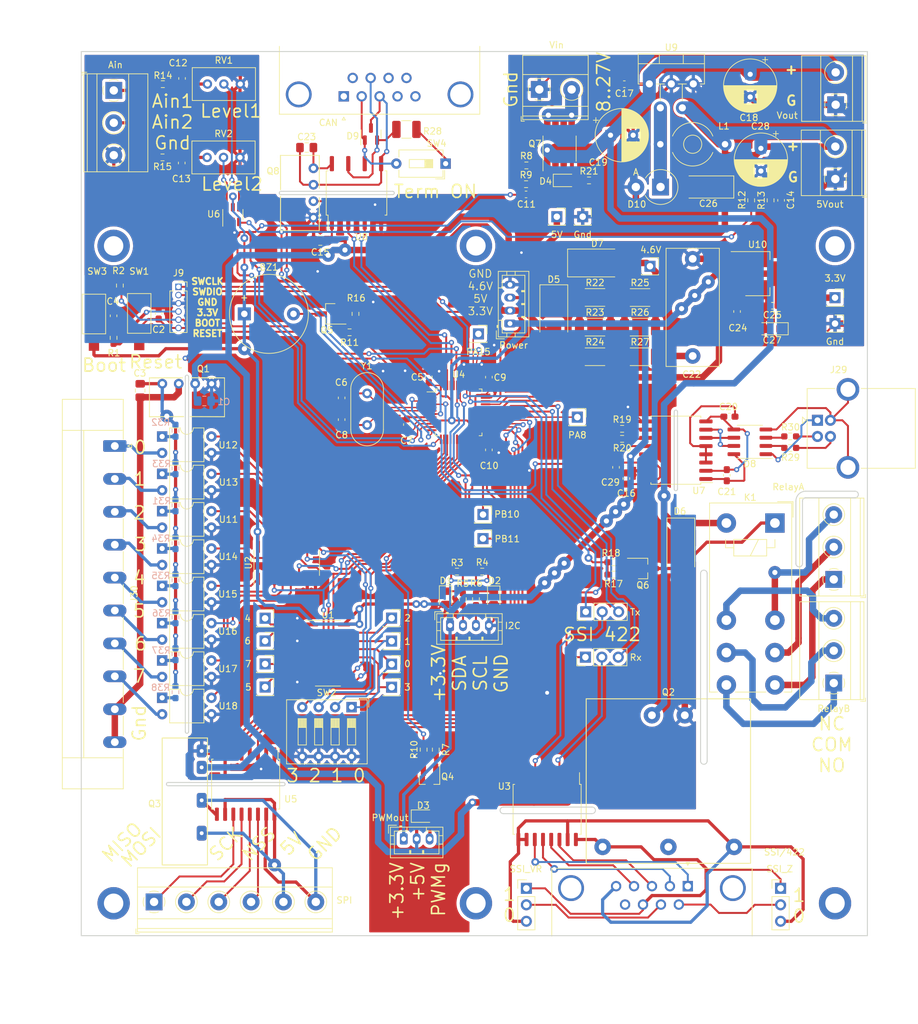
<source format=kicad_pcb>
(kicad_pcb (version 20211014) (generator pcbnew)
  (layers (0 "F.Cu" signal) (31 "B.Cu" signal) (34 "B.Paste" user) (35 "F.Paste" user) (36 "B.SilkS" user "B.Silkscreen") (37 "F.SilkS" user "F.Silkscreen") (38 "B.Mask" user) (39 "F.Mask" user) (44 "Edge.Cuts" user))
  (net 0 "")
  (net 1 "GND")
  (net 2 "+5V")
  (net 3 "/I2C1_SCL")
  (net 4 "/I2C1_SDA")
  (net 5 "/G1")
  (net 6 "/CANL")
  (net 7 "/CANH")
  (net 8 "Net-(J15-Pad1)")
  (net 9 "/Relay")
  (net 10 "/PWM")
  (net 11 "/CAN_Rx")
  (net 12 "/CAN_Tx")
  (net 13 "Net-(J1-Pad1)")
  (net 14 "Net-(J8-Pad1)")
  (net 15 "Net-(R1-Pad1)")
  (net 16 "Net-(J16-Pad1)")
  (net 17 "Net-(J17-Pad1)")
  (net 18 "Net-(R19-Pad1)")
  (net 19 "Net-(R31-Pad2)")
  (net 20 "Net-(Q4-Pad1)")
  (net 21 "/Buzzer")
  (net 22 "Net-(J18-Pad2)")
  (net 23 "Net-(J18-Pad1)")
  (net 24 "+3.3V")
  (net 25 "Net-(BZ1-Pad2)")
  (net 26 "/rst")
  (net 27 "/E5")
  (net 28 "/Egnd")
  (net 29 "/AIN0")
  (net 30 "Net-(C12-Pad2)")
  (net 31 "Net-(C13-Pad2)")
  (net 32 "+24V")
  (net 33 "Net-(C22-Pad1)")
  (net 34 "Net-(D4-Pad2)")
  (net 35 "/4.6V")
  (net 36 "Net-(D8-Pad1)")
  (net 37 "Net-(D8-Pad2)")
  (net 38 "Net-(D8-Pad3)")
  (net 39 "Net-(D8-Pad4)")
  (net 40 "Net-(C20-Pad2)")
  (net 41 "Net-(D8-Pad6)")
  (net 42 "Net-(D8-Pad7)")
  (net 43 "Net-(C21-Pad1)")
  (net 44 "GND1")
  (net 45 "Net-(D10-Pad1)")
  (net 46 "Net-(J2-Pad1)")
  (net 47 "Net-(J3-Pad1)")
  (net 48 "Net-(J4-Pad1)")
  (net 49 "Net-(J5-Pad1)")
  (net 50 "Net-(J6-Pad1)")
  (net 51 "Net-(J7-Pad1)")
  (net 52 "/boot")
  (net 53 "/SWCLK")
  (net 54 "/SWDIO")
  (net 55 "Net-(J18-Pad3)")
  (net 56 "Net-(J18-Pad4)")
  (net 57 "GND2")
  (net 58 "/SSI_Z")
  (net 59 "/SSI_VR")
  (net 60 "Net-(J18-Pad8)")
  (net 62 "Net-(J19-Pad2)")
  (net 63 "Net-(J19-Pad3)")
  (net 64 "Net-(J20-Pad1)")
  (net 65 "Net-(J20-Pad2)")
  (net 66 "Net-(J20-Pad3)")
  (net 67 "Net-(J20-Pad4)")
  (net 68 "Net-(J20-Pad5)")
  (net 69 "Net-(J21-Pad1)")
  (net 70 "Net-(J21-Pad2)")
  (net 71 "Net-(J23-Pad2)")
  (net 78 "Net-(J29-Pad2)")
  (net 79 "Net-(J29-Pad3)")
  (net 80 "Net-(J38-Pad1)")
  (net 81 "/SPI1_SCK")
  (net 82 "/Tx422")
  (net 83 "/USART1Tx")
  (net 84 "/SPI1_MISO")
  (net 85 "/Rx422")
  (net 86 "/USART1Rx")
  (net 91 "Net-(Q5-Pad1)")
  (net 92 "Net-(Q6-Pad1)")
  (net 93 "Net-(C23-Pad1)")
  (net 94 "/AIN1")
  (net 95 "Net-(R20-Pad1)")
  (net 96 "/usbDM")
  (net 97 "Net-(R22-Pad2)")
  (net 98 "Net-(R32-Pad2)")
  (net 99 "Net-(R33-Pad2)")
  (net 100 "Net-(R34-Pad2)")
  (net 101 "Net-(R35-Pad2)")
  (net 102 "Net-(R36-Pad2)")
  (net 103 "Net-(R37-Pad2)")
  (net 104 "Net-(R38-Pad2)")
  (net 105 "/AIN2")
  (net 106 "/AIN3")
  (net 107 "Net-(R28-Pad2)")
  (net 108 "/DIN")
  (net 109 "/DEN0")
  (net 110 "/Addr2")
  (net 111 "/Addr1")
  (net 112 "/Addr0")
  (net 113 "/Optocouple4/In")
  (net 114 "/Optocouple6/In")
  (net 115 "/Optocouple7/In")
  (net 116 "/Optocouple5/In")
  (net 117 "/DEN1")
  (net 118 "/Optocouple3/In")
  (net 119 "/Optocouple1/In")
  (net 120 "/Optocouple2/In")
  (net 121 "/Optocouple/In")
  (net 122 "/USBpullup")
  (net 123 "/SPI2_NSS")
  (net 124 "/SPI2_SCK")
  (net 125 "/SPI2_MISO")
  (net 126 "/SPI2_MOSI")
  (net 127 "/usbDP")
  (net 128 "Net-(C20-Pad1)")
  (net 129 "/Optocouple1/EXTi")
  (net 130 "/Optocouple2/EXTi")
  (net 131 "/Optocouple/EXTi")
  (net 132 "/Optocouple3/EXTi")
  (net 133 "/Optocouple4/EXTi")
  (net 134 "/Optocouple5/EXTi")
  (net 135 "/Optocouple6/EXTi")
  (net 136 "/Optocouple7/EXTi")
  (net 137 "/OSCIN")
  (net 138 "/OSCOUT")
  (net 142 "Net-(Q6-Pad3)")
  (net 143 "/NO2")
  (net 144 "/COM2")
  (net 145 "/NC2")
  (net 146 "Net-(J20-Pad6)")
  (net 147 "/NO1")
  (net 148 "/COM1")
  (net 149 "/NC1")
  (footprint "Capacitor_SMD:C_0603_1608Metric_Pad1.08x0.95mm_HandSolder" (layer "F.Cu") (at 97.4325 24.5385 180)
    (fp_text reference "C17")
    (fp_text value "0.1")
  )
  (footprint "Package_TO_SOT_SMD:SOT-23_Handsoldering" (layer "F.Cu") (at 100.3032 99.314)
    (fp_text reference "Q6")
    (fp_text value "SI2308")
  )
  (footprint "Capacitor_SMD:C_0603_1608Metric_Pad1.08x0.95mm_HandSolder" (layer "F.Cu") (at 121.666 42.4688 90)
    (fp_text reference "C14")
    (fp_text value "0.1")
  )
  (footprint "Package_TO_SOT_SMD:SOT-223-3_TabPin2" (layer "F.Cu") (at 118.033 53.793)
    (fp_text reference "U10")
    (fp_text value "LM1117-3.3")
  )
  (footprint "Resistor_SMD:R_0603_1608Metric_Pad0.98x0.95mm_HandSolder" (layer "F.Cu") (at 68.294 127.2807 90)
    (fp_text reference "R7")
    (fp_text value "330")
  )
  (footprint "Resistor_SMD:R_0603_1608Metric_Pad0.98x0.95mm_HandSolder" (layer "F.Cu") (at 18.4912 63.7013 90)
    (fp_text reference "R1")
    (fp_text value "22")
  )
  (footprint "Resistor_SMD:R_2010_5025Metric_Pad1.40x2.65mm_HandSolder" (layer "F.Cu") (at 92.9 62.048)
    (fp_text reference "R23")
    (fp_text value "7.5")
  )
  (footprint "Resistor_SMD:R_1210_3225Metric_Pad1.30x2.65mm_HandSolder" (layer "F.Cu") (at 63.7546 31.5214)
    (fp_text reference "R28")
    (fp_text value "120")
  )
  (footprint "Capacitor_SMD:C_0805_2012Metric_Pad1.18x1.45mm_HandSolder" (layer "F.Cu") (at 22.606 71.8312 -90)
    (fp_text reference "C3")
    (fp_text value "1u")
  )
  (footprint "Button_Switch_SMD:SW_SPST_FSMSM" (layer "F.Cu") (at 15.458 60.0204 -90)
    (fp_text reference "SW3")
    (fp_text value "SW_Push")
  )
  (footprint "Package_DIP:DIP-4_W7.62mm" (layer "F.Cu") (at 26 113.511428)
    (fp_text reference "U17")
    (fp_text value "PC817")
  )
  (footprint "TerminalBlock_Phoenix:TerminalBlock_Phoenix_MKDS-1,5-2_1x02_P5.00mm_Horizontal" (layer "F.Cu") (at 130.047 39.1835 90)
    (fp_text reference "J27" hide)
    (fp_text value "5Vout")
  )
  (footprint "Capacitor_THT:CP_Radial_D8.0mm_P3.50mm" (layer "F.Cu") (at 95.298349 32.4125)
    (fp_text reference "C19")
    (fp_text value "100u 35V")
  )
  (footprint "Capacitor_THT:CP_Radial_D8.0mm_P3.50mm" (layer "F.Cu") (at 118.541 34.4445 -90)
    (fp_text reference "C28")
    (fp_text value "100u 16V")
  )
  (footprint "Connector_PinHeader_2.54mm:PinHeader_1x03_P2.54mm_Vertical" (layer "F.Cu") (at 121.5834 148.6957)
    (fp_text reference "JP4" hide)
    (fp_text value "SSI_Z")
  )
  (footprint "Connector_PinSocket_2.54mm:PinSocket_1x01_P2.54mm_Vertical" (layer "F.Cu") (at 75.5904 94.6912)
    (fp_text reference "J16" hide)
    (fp_text value "PB11")
  )
  (footprint "Connector_PinSocket_2.54mm:PinSocket_1x01_P2.54mm_Vertical" (layer "F.Cu") (at 130 57.5)
    (fp_text reference "TP4" hide)
    (fp_text value "3.3V")
  )
  (footprint "my_footprints:Hole_3mm" (layer "F.Cu") (at 18.5 151)
    (fp_text reference "P3" hide)
    (fp_text value "Hole" hide)
  )
  (footprint "Diode_SMD:D_0805_2012Metric_Pad1.15x1.40mm_HandSolder" (layer "F.Cu") (at 66.3636 137.5404)
    (fp_text reference "D3")
    (fp_text value "D")
  )
  (footprint "Capacitor_SMD:C_0603_1608Metric_Pad1.08x0.95mm_HandSolder" (layer "F.Cu") (at 29.0782 23.6499 -90)
    (fp_text reference "C12")
    (fp_text value "0.1")
  )
  (footprint "Capacitor_SMD:C_0603_1608Metric_Pad1.08x0.95mm_HandSolder" (layer "F.Cu") (at 114.858 59.635 -90)
    (fp_text reference "C24")
    (fp_text value "0.1")
  )
  (footprint "Button_Switch_THT:SW_DIP_SPSTx01_Slide_6.7x4.1mm_W7.62mm_P2.54mm_LowProfile" (layer "F.Cu") (at 69.8146 36.8046 180)
    (fp_text reference "SW4")
    (fp_text value "SW_DIP_x01")
  )
  (footprint "Capacitor_THT:C_Rect_L18.0mm_W8.0mm_P15.00mm_FKS3_FKP3" (layer "F.Cu") (at 108 66.5 90)
    (fp_text reference "C22")
    (fp_text value "1F")
  )
  (footprint "Connector_PinHeader_2.54mm:PinHeader_1x03_P2.54mm_Vertical" (layer "F.Cu") (at 91.42 113 90)
    (fp_text reference "JP2" hide)
    (fp_text value "Rx")
  )
  (footprint "Package_DIP:DIP-4_W7.62mm" (layer "F.Cu") (at 26 101.985714)
    (fp_text reference "U15")
    (fp_text value "PC817")
  )
  (footprint "TerminalBlock_Phoenix:TerminalBlock_Phoenix_MKDS-1,5-6_1x06_P5.00mm_Horizontal" (layer "F.Cu") (at 24.7496 150.7878)
    (fp_text reference "J20" hide)
    (fp_text value "SPI")
  )
  (footprint "Capacitor_SMD:C_0603_1608Metric_Pad1.08x0.95mm_HandSolder" (layer "F.Cu") (at 113.6775 75.8682 180)
    (fp_text reference "C20")
    (fp_text value "0.1")
  )
  (footprint "Connector_PinSocket_2.54mm:PinSocket_1x01_P2.54mm_Vertical" (layer "F.Cu") (at 130 61.5)
    (fp_text reference "TP2" hide)
    (fp_text value "Gnd")
  )
  (footprint "Resistor_SMD:R_0603_1608Metric_Pad0.98x0.95mm_HandSolder" (layer "F.Cu") (at 55.8824 59.9981 90)
    (fp_text reference "R16")
    (fp_text value "10k")
  )
  (footprint "Buzzer_Beeper:Buzzer_12x9.5RM7.6" (layer "F.Cu") (at 38.7 60)
    (fp_text reference "BZ1")
    (fp_text value "Buzzer 3.3V")
  )
  (footprint "Resistor_SMD:R_0603_1608Metric_Pad0.98x0.95mm_HandSolder" (layer "F.Cu") (at 66.4144 127.2807 -90)
    (fp_text reference "R10")
    (fp_text value "10k")
  )
  (footprint "my_footprints:Hole_3mm" (layer "F.Cu") (at 130 49.5)
    (fp_text reference "P5" hide)
    (fp_text value "Hole" hide)
  )
  (footprint "Connector_PinSocket_2.54mm:PinSocket_1x01_P2.54mm_Vertical" (layer "F.Cu") (at 75.5904 90.9828)
    (fp_text reference "J15" hide)
    (fp_text value "PB10")
  )
  (footprint "Resistor_SMD:R_2010_5025Metric_Pad1.40x2.65mm_HandSolder" (layer "F.Cu") (at 92.9 57.467)
    (fp_text reference "R22")
    (fp_text value "7.5")
  )
  (footprint "Resistor_SMD:R_0603_1608Metric_Pad0.98x0.95mm_HandSolder" (layer "F.Cu") (at 117.0432 42.468 -90)
    (fp_text reference "R12")
    (fp_text value "10k")
  )
  (footprint "Resistor_SMD:R_0603_1608Metric_Pad0.98x0.95mm_HandSolder" (layer "F.Cu") (at 26.0575 35.843 180)
    (fp_text reference "R15")
    (fp_text value "10k")
  )
  (footprint "Connector_Phoenix_MC_HighVoltage:PhoenixContact_MC_1,5_10-GF-5.08_1x10_P5.08mm_Horizontal_ThreadedFlange" (layer "F.Cu") (at 18.6834 80.398958 -90)
    (fp_text reference "J30")
    (fp_text value "EXT_IN")
  )
  (footprint "Connector_Dsub:DSUB-9_Female_Horizontal_P2.77x2.84mm_EdgePinOffset4.94mm_Housed_MountingHolesOffset7.48mm" (layer "F.Cu") (at 54.071 26.416 180)
    (fp_text reference "J28" hide)
    (fp_text value "CAN")
  )
  (footprint "my_footprints:VRB2405" (layer "F.Cu") (at 104.2416 132.1308)
    (fp_text reference "Q2")
    (fp_text value "VRB2405YMD")
  )
  (footprint "Capacitor_SMD:C_0603_1608Metric_Pad1.08x0.95mm_HandSolder" (layer "F.Cu") (at 53.7416 72.9736 -90)
    (fp_text reference "C6")
    (fp_text value "12")
  )
  (footprint "Resistor_SMD:R_0603_1608Metric_Pad0.98x0.95mm_HandSolder" (layer "F.Cu") (at 95.758 98.3488 180)
    (fp_text reference "R18")
    (fp_text value "330")
  )
  (footprint "Package_TO_SOT_SMD:SOT-23_Handsoldering" (layer "F.Cu") (at 52.0216 60 180)
    (fp_text reference "Q5")
    (fp_text value "SI2300")
  )
  (footprint "Resistor_SMD:R_0603_1608Metric_Pad0.98x0.95mm_HandSolder" (layer "F.Cu") (at 97.0921 77.7478 180)
    (fp_text reference "R19")
    (fp_text value "22")
  )
  (footprint "Crystal:Crystal_HC49-U_Vertical" (layer "F.Cu") (at 57.6786 72.2762 -90)
    (fp_text reference "Y1")
    (fp_text value "8MHz")
  )
  (footprint "Capacitor_SMD:C_0603_1608Metric_Pad1.08x0.95mm_HandSolder" (layer "F.Cu") (at 76.5 81 90)
    (fp_text reference "C10")
    (fp_text value "0.1")
  )
  (footprint "my_footprints:B0x0xS" (layer "F.Cu") (at 49.3848 41.333469 90)
    (fp_text reference "Q8")
    (fp_text value "B0505S-1W")
  )
  (footprint "Resistor_SMD:R_0603_1608Metric_Pad0.98x0.95mm_HandSolder" (layer "F.Cu") (at 95.7599 100.2538 180)
    (fp_text reference "R17")
    (fp_text value "10k")
  )
  (footprint "Resistor_SMD:R_0603_1608Metric_Pad0.98x0.95mm_HandSolder" (layer "F.Cu") (at 75.4719 99.795)
    (fp_text reference "R4")
    (fp_text value "4k7")
  )
  (footprint "my_footprints:Hole_3mm" (layer "F.Cu") (at 74.5 49.5)
    (fp_text reference "P6" hide)
    (fp_text value "Hole" hide)
  )
  (footprint "TerminalBlock_Phoenix:TerminalBlock_Phoenix_MKDS-1,5-3_1x03_P5.00mm_Horizontal" (layer "F.Cu") (at 129.805 101 90)
    (fp_text reference "J25" hide)
    (fp_text value "RelayA")
  )
  (footprint "Connector_PinSocket_2.54mm:PinSocket_1x01_P2.54mm_Vertical" (layer "F.Cu") (at 41.9142 106.9948)
    (fp_text reference "J3" hide)
    (fp_text value "4")
  )
  (footprint "Connector_PinSocket_2.54mm:PinSocket_1x01_P2.54mm_Vertical" (layer "F.Cu") (at 91 45)
    (fp_text reference "TP3" hide)
    (fp_text value "Gnd")
  )
  (footprint "Resistor_SMD:R_0603_1608Metric_Pad0.98x0.95mm_HandSolder" (layer "F.Cu") (at 72.4728 104.0603 90)
    (fp_text reference "R5")
    (fp_text value "100")
  )
  (footprint "Potentiometer_THT:Potentiometer_Bourns_3296W_Vertical" (layer "F.Cu") (at 38.0798 24.5146)
    (fp_text reference "RV1")
    (fp_text value "50k")
  )
  (footprint "Resistor_SMD:R_2010_5025Metric_Pad1.40x2.65mm_HandSolder" (layer "F.Cu") (at 92.9 66.62)
    (fp_text reference "R24")
    (fp_text value "7.5")
  )
  (footprint "Resistor_SMD:R_0603_1608Metric_Pad0.98x0.95mm_HandSolder" (layer "F.Cu") (at 123.0763 80.6942 180)
    (fp_text reference "R29")
    (fp_text value "22")
  )
  (footprint "Connector_JST:JST_PH_B4B-PH-K_1x04_P2.00mm_Vertical" (layer "F.Cu") (at 70.5 108.0994)
    (fp_text reference "J19" hide)
    (fp_text value "I2C")
  )
  (footprint "Package_SO:SOIC-16_3.9x9.9mm_P1.27mm" (layer "F.Cu") (at 45.2532 98.441486 90)
    (fp_text reference "U2")
    (fp_text value "74HC4051")
  )
  (footprint "Diode_SMD:D_0805_2012Metric_Pad1.15x1.40mm_HandSolder" (layer "F.Cu") (at 77.248 103.868 -90)
    (fp_text reference "D2")
    (fp_text value "CESD3V3")
  )
  (footprint "Package_SO:SOIC-16W_7.5x10.3mm_P1.27mm" (layer "F.Cu") (at 105.396 81.0498 180)
    (fp_text reference "U7")
    (fp_text value "ADUM4160")
  )
  (footprint "Package_SO:SOP-8_6.62x9.15mm_P2.54mm" (layer "F.Cu") (at 56.0396 41.333469 90)
    (fp_text reference "U8")
    (fp_text value "ISO1050DUB")
  )
  (footprint "Connector_PinSocket_2.54mm:PinSocket_1x01_P2.54mm_Vertical" (layer "F.Cu") (at 61.4722 114.0814)
    (fp_text reference "J1" hide)
    (fp_text value "0")
  )
  (footprint "Capacitor_SMD:C_0805_2012Metric_Pad1.18x1.45mm_HandSolder" (layer "F.Cu") (at 48.3395 34.323069 180)
    (fp_text reference "C23")
    (fp_text value "1u")
  )
  (footprint "Resistor_SMD:R_0603_1608Metric_Pad0.98x0.95mm_HandSolder" (layer "F.Cu") (at 71.5603 99.795 180)
    (fp_text reference "R3")
    (fp_text value "4k7")
  )
  (footprint "Resistor_SMD:R_0603_1608Metric_Pad0.98x0.95mm_HandSolder" (layer "F.Cu") (at 97.0921 79.2972 180)
    (fp_text reference "R20")
    (fp_text value "22")
  )
  (footprint "Connector_PinSocket_2.54mm:PinSocket_1x01_P2.54mm_Vertical" (layer "F.Cu") (at 61.4722 110.5254)
    (fp_text reference "J2" hide)
    (fp_text value "1")
  )
  (footprint "Capacitor_SMD:C_0603_1608Metric_Pad1.08x0.95mm_HandSolder" (layer "F.Cu") (at 113.27 84.9117 90)
    (fp_text reference "C21")
    (fp_text value "0.1")
  )
  (footprint "Connector_USB:USB_B_OST_USB-B1HSxx_Horizontal" (layer "F.Cu") (at 127.29 76.4292)
    (fp_text reference "J29")
    (fp_text value "USB_B")
  )
  (footprint "Relay_THT:Relay_DPDT_Finder_40.52" (layer "F.Cu") (at 120.7075 92.2925 -90)
    (fp_text reference "K1")
    (fp_text value "HF115F-024-2ZS4")
  )
  (footprint "Connector_PinSocket_2.54mm:PinSocket_1x01_P2.54mm_Vertical" (layer "F.Cu") (at 41.9142 110.5)
    (fp_text reference "J5" hide)
    (fp_text value "6")
  )
  (footprint "Connector_PinHeader_2.54mm:PinHeader_1x03_P2.54mm_Vertical" (layer "F.Cu") (at 82.2896 148.6957)
    (fp_text reference "JP3" hide)
    (fp_text value "SSI_VR")
  )
  (footprint "Package_DIP:DIP-4_W7.62mm" (layer "F.Cu") (at 26 96.222857)
    (fp_text reference "U14")
    (fp_text value "PC817")
  )
  (footprint "Resistor_SMD:R_0603_1608Metric_Pad0.98x0.95mm_HandSolder" (layer "F.Cu") (at 91.9745 39.3975)
    (fp_text reference "R21")
    (fp_text value "4k7")
  )
  (footprint "Capacitor_SMD:C_0603_1608Metric_Pad1.08x0.95mm_HandSolder" (layer "F.Cu") (at 29.0274 36.7055 90)
    (fp_text reference "C13")
    (fp_text value "0.1")
  )
  (footprint "Diode_THT:D_DO-201_P3.81mm_Vertical_AnodeUp" (layer "F.Cu") (at 103.027 40.4135 180)
    (fp_text reference "D10")
    (fp_text value "1N5822")
  )
  (footprint "Capacitor_SMD:C_0603_1608Metric_Pad1.08x0.95mm_HandSolder" (layer "F.Cu") (at 76.5 69.7732 -90)
    (fp_text reference "C9")
    (fp_text value "0.1")
  )
  (footprint "Button_Switch_SMD:SW_SPST_FSMSM" (layer "F.Cu") (at 22.458 59.9304 90)
    (fp_text reference "SW1")
    (fp_text value "SW_Push")
  )
  (footprint "Capacitor_SMD:C_0603_1608Metric_Pad1.08x0.95mm_HandSolder" (layer "F.Cu") (at 120.319 58.746 180)
    (fp_text reference "C25")
    (fp_text value "0.1")
  )
  (footprint "Package_SO:SOIC-16_3.9x9.9mm_P1.27mm" (layer "F.Cu") (at 51.627 112.395)
    (fp_text reference "U1")
    (fp_text value "74HC4051")
  )
  (footprint "Package_SO:SOIC-8_3.9x4.9mm_P1.27mm" (layer "F.Cu") (at 116.8402 79.7544 180)
    (fp_text reference "D8")
    (fp_text value "USB6B1")
  )
  (footprint "Capacitor_SMD:C_0603_1608Metric_Pad1.08x0.95mm_HandSolder" (layer "F.Cu") (at 63.8254 77.0895 -90)
    (fp_text reference "C7")
    (fp_text value "0.1")
  )
  (footprint "Connector_Dsub:DSUB-9_Female_Horizontal_P2.77x2.84mm_EdgePinOffset4.94mm_Housed_MountingHolesOffset7.48mm" (layer "F.Cu") (at 107.2452 148.358169)
    (fp_text reference "J18" hide)
    (fp_text value "SSI/422")
  )
  (footprint "Resistor_SMD:R_0603_1608Metric_Pad0.98x0.95mm_HandSolder" (layer "F.Cu") (at 82.296 37.084 180)
    (fp_text reference "R8")
    (fp_text value "91k")
  )
  (footprint "Capacitor_SMD:C_0805_2012Metric_Pad1.18x1.45mm_HandSolder" (layer "F.Cu") (at 50.4477 48.674069 180)
    (fp_text reference "C15")
    (fp_text value "1u")
  )
  (footprint "Potentiometer_THT:Potentiometer_Bourns_3296W_Vertical" (layer "F.Cu") (at 38.029 35.843)
    (fp_text reference "RV2")
    (fp_text value "50k")
  )
  (footprint "Connector_PinSocket_2.54mm:PinSocket_1x01_P2.54mm_Vertical" (layer "F.Cu") (at 61.4722 117.6374)
    (fp_text reference "J8" hide)
    (fp_text value "3")
  )
  (footprint "Connector_PinSocket_2.54mm:PinSocket_1x01_P2.54mm_Vertical" (layer "F.Cu") (at 74.8792 63.0936)
    (fp_text reference "J17" hide)
    (fp_text value "PA15")
  )
  (footprint "Capacitor_SMD:C_0603_1608Metric_Pad1.08x0.95mm_HandSolder" (layer "F.Cu") (at 97.7506 85.4175 90)
    (fp_text reference "C16")
    (fp_text value "0.1")
  )
  (footprint "Resistor_SMD:R_0603_1608Metric_Pad0.98x0.95mm_HandSolder" (layer "F.Cu") (at 123.0725 78.9162 180)
    (fp_text reference "R30")
    (fp_text value "22")
  )
  (footprint "Resistor_SMD:R_0603_1608Metric_Pad0.98x0.95mm_HandSolder" (layer "F.Cu") (at 19.4652 55.6279 90)
    (fp_text reference "R2")
    (fp_text value "10k")
  )
  (footprint "Package_SO:SOIC-16W_7.5x10.3mm_P1.27mm" (layer "F.Cu") (at 38.9076 132.6014 -90)
    (fp_text reference "U5")
    (fp_text value "ISO7241C")
  )
  (footprint "TerminalBlock_Phoenix:TerminalBlock_Phoenix_MKDS-1,5-3_1x03_P5.00mm_Horizontal" (layer "F.Cu") (at 18.526 25.5 -90)
    (fp_text reference "J21" hide)
    (fp_text value "Ain")
  )
  (footprint "Connector_PinSocket_1.27mm:PinSocket_1x06_P1.27mm_Vertical" (layer "F.Cu") (at 28.525 55.825)
    (fp_text reference "J9")
    (fp_text value "PROG")
  )
  (footprint "Package_DIP:DIP-4_W7.62mm" (layer "F.Cu") (at 26 107.748571)
    (fp_text reference "U16")
    (fp_text value "PC817")
  )
  (footprint "Capacitor_THT:CP_Radial_D8.0mm_P3.50mm" (layer "F.Cu") (at 116.89 23.012849 -90)
    (fp_text reference "C18")
    (fp_text value "100u 35V")
  )
  (footprint "my_footprints:B0x0xS" (layer "F.Cu") (at 29.8354 70.780886 180)
    (fp_text reference "Q1")
    (fp_text value "B0505S-1W")
  )
  (footprint "Package_DIP:DIP-4_W7.62mm" (layer "F.Cu") (at 26 84.697143)
    (fp_text reference "U13")
    (fp_text value "PC817")
  )
  (footprint "Capacitor_SMD:C_0603_1608Metric_Pad1.08x0.95mm_HandSolder" (layer "F.Cu") (at 96.1504 83.6914 -90)
    (fp_text reference "C29")
    (fp_text value "0.1")
  )
  (footprint "Connector_JST:JST_PH_B3B-PH-K_1x03_P2.00mm_Vertical" (layer "F.Cu") (at 63.3386 141.059)
    (fp_text reference "J22" hide)
    (fp_text value "PWMout")
  )
  (footprint "Button_Switch_THT:SW_DIP_SPSTx04_Slide_9.78x12.34mm_W7.62mm_P2.54mm" (layer "F.Cu") (at 55.2746 120.7179 -90)
    (fp_text reference "SW2")
    (fp_text value "SW_DIP_x04")
  )
  (footprint "Package_TO_SOT_SMD:SOT-23" (layer "F.Cu") (at 58.2748 32.240269 90)
    (fp_text reference "D9")
    (fp_text value "PESD1CAN")
  )
  (footprint "Package_DIP:DIP-4_W7.62mm" (layer "F.Cu") (at 26 90.46)
    (fp_text reference "U11")
    (fp_text value "PC817")
  )
  (footprint "Capacitor_SMD:C_0603_1608Metric_Pad1.08x0.95mm_HandSolder" (layer "F.Cu") (at 67.2036 69.7213 -90)
    (fp_text reference "C5")
    (fp_text value "0.1")
  )
  (footprint "Diode_SMD:D_SMA-SMB_Universal_Handsoldering" (layer "F.Cu") (at 106.172 96.372 -90)
    (fp_text reference "D6")
    (fp_text value "SS14")
  )
  (footprint "Connector_PinSocket_2.54mm:PinSocket_1x01_P2.54mm_Vertical" (layer "F.Cu") (at 101.396 52.65)
    (fp_text reference "TP1" hide)
    (fp_text value "4.6V")
  )
  (footprint "my_footprints:Hole_3mm" (layer "F.Cu") (at 74.5 151)
    (fp_text reference "P1" hide)
    (fp_text value "Hole" hide)
  )
  (footprint "Connector_JST:JST_PH_B4B-PH-K_1x04_P2.00mm_Vertical" (layer "F.Cu") (at 79.764 61.492 90)
    (fp_text reference "J24" hide)
    (fp_text value "Power")
  )
  (footprint "Resistor_SMD:R_0603_1608Metric_Pad0.98x0.95mm_HandSolder" (layer "F.Cu") (at 82.2471 39.9796)
    (fp_text reference "R9")
    (fp_text value "10k")
  )
  (footprint "Capacitor_SMD:C_0603_1608Metric_Pad1.08x0.95mm_HandSolder" (layer "F.Cu") (at 18.4912 60.3007 -90)
    (fp_text reference "C4")
    (fp_text value "0.1")
  )
  (footprint "Capacitor_SMD:C_0603_1608Metric_Pad1.08x0.95mm_HandSolder" (layer "F.Cu") (at 82.2452 41.5544)
    (fp_text reference "C11")
    (fp_text value "0.1")
  )
  (footprint "my_footprints:Hole_3mm" (layer "F.Cu") (at 18.5 49.5)
    (fp_text reference "P4" hide)
    (fp_text value "Hole" hide)
  )
  (footprint "Package_TO_SOT_SMD:SOT-23_Handsoldering" (layer "F.Cu") (at 67.3288 131.8748 -90)
    (fp_text reference "Q4")
    (fp_text value "SI2300")
  )
  (footprint "Diode_SMD:D_SMB_Handsoldering" (layer "F.Cu") (at 93.268 52.142)
    (fp_text reference "D7")
    (fp_text value "MBRS130L")
  )
  (footprint "Package_DIP:DIP-4_W7.62mm" (layer "F.Cu") (at 26 119.274286)
    (fp_text reference "U18")
    (fp_text value "PC817")
  )
  (footprint "Connector_PinSocket_2.54mm:PinSocket_1x01_P2.54mm_Vertical" (layer "F.Cu") (at 87 45)
    (fp_text reference "TP5" hide)
    (fp_text value "5V")
  )
  (footprint "Capacitor_Tantalum_SMD:CP_EIA-6032-28_Kemet-C_Pad2.25x2.35mm_HandSolder" (layer "F.Cu") (at 110.423 40.4135 180)
    (fp_text reference "C26")
    (fp_text value "47u 10V")
  )
  (footprint "Inductor_THT:L_Toroid_Horizontal_D6.5mm_P10.00mm_Diameter7-5mm_Amidon-T25" (layer "F.Cu") (at 113 33.8095 180)
    (fp_text reference "L1")
    (fp_text value "100u")
  )
  (footprint "Connector_PinHeader_2.54mm:PinHeader_1x03_P2.54mm_Vertical" (layer "F.Cu") (at 91.475 106 90)
    (fp_text reference "JP1" hide)
    (fp_text value "Tx")
  )
  (footprint "Resistor_SMD:R_2010_5025Metric_Pad1.40x2.65mm_HandSolder" (layer "F.Cu") (at 99.859 66.62)
    (fp_text reference "R27")
    (fp_text value "7.5")
  )
  (footprint "Resistor_SMD:R_0603_1608Metric_Pad0.98x0.95mm_HandSolder" (layer "F.Cu") (at 54.9699 62.8448)
    (fp_text reference "R11")
    (fp_text value "330")
  )
  (footprint "TerminalBlock_Phoenix:TerminalBlock_Phoenix_MKDS-1,5-2_1x02_P5.00mm_Horizontal" (layer "F.Cu") (at 130.098 27.7135 90)
    (fp_text reference "J26" hide)
    (fp_text value "Vout")
  )
  (footprint "Resistor_SMD:R_0603_1608Metric_Pad0.98x0.95mm_HandSolder" (layer "F.Cu") (at 74.5048 104.0622 90)
    (fp_text reference "R6")
    (fp_text value "100")
  )
  (footprint "Capacitor_Tantalum_SMD:CP_EIA-3216-18_Kemet-A_Pad1.58x1.35mm_HandSolder" (layer "F.Cu") (at 120.2785 62.302 180)
    (fp_text reference "C27")
    (fp_text value "47u 6V")
  )
  (footprint "Resistor_SMD:R_0603_1608Metric_Pad0.98x0.95mm_HandSolder" (layer "F.Cu") (at 26.1045 24.54 180)
    (fp_text reference "R14")
    (fp_text value "10k")
  )
  (footprint "Connector_PinSocket_2.54mm:PinSocket_1x01_P2.54mm_Vertical" (layer "F.Cu") (at 41.9142 117.612)
    (fp_text reference "J4" hide)
    (fp_text value "5")
  )
  (footprint "Package_QFP:LQFP-48_7x7mm_P0.5mm" (layer "F.Cu") (at 71.8264 75.2088)
    (fp_text reference "U4")
    (fp_text value "STM32F072C8Tx")
  )
  (footprint "Connector_PinSocket_2.54mm:PinSocket_1x01_P2.54mm_Vertical" (layer "F.Cu") (at 41.9142 114.056)
    (fp_text reference "J6" hide)
    (fp_text value "7")
  )
  (footprint "my_footprints:B0505S-2W" (layer "F.Cu") (at 32.1056 127.4804 -90)
    (fp_text reference "Q3")
    (fp_text value "B0505S-2W")
  )
  (footprint "Package_TO_SOT_THT:TO-220-5_P3.4x3.7mm_StaggerEven_Lead3.8mm_Vertical" (layer "F.Cu") (at 101.298 24.4885)
    (fp_text reference "U9")
    (fp_text value "LM2576-5.0")
  )
  (footprint "Connector_PinSocket_2.54mm:PinSocket_1x01_P2.54mm_Vertical" (layer "F.Cu") (at 61.4722 106.9694)
    (fp_text reference "J7" hide)
    (fp_text value "2")
  )
  (footprint "Resistor_SMD:R_2010_5025Metric_Pad1.40x2.65mm_HandSolder" (layer "F.Cu") (at 99.859 62.048)
    (fp_text reference "R26")
    (fp_text value "7.5")
  )
  (footprint "Package_TO_SOT_SMD:SOT-23-6" (layer "F.Cu") (at 36.9316 44.6731 90)
    (fp_text reference "U6")
    (fp_text value "IP4220CZ6")
  )
  (footprint "Package_DIP:DIP-4_W7.62mm" (layer "F.Cu") (at 26 78.934286)
    (fp_text reference "U12")
    (fp_text value "PC817")
  )
  (footprint "Package_SO:SOIC-16W_7.5x10.3mm_P1.27mm" (layer "F.Cu") (at 85.5 136.5 -90)
    (fp_text reference "U3")
    (fp_text value "ISO3086")
  )
  (footprint "my_footprints:Hole_3mm" (layer "F.Cu") (at 130 151)
    (fp_text reference "P2" hide)
    (fp_text value "Hole" hide)
  )
  (footprint "TerminalBlock_Phoenix:TerminalBlock_Phoenix_MKDS-1,5-2_1x02_P5.00mm_Horizontal" (layer "F.Cu") (at 84.291 25.3515)
    (fp_text reference "J23" hide)
    (fp_text value "Vin")
  )
  (footprint "Diode_SMD:D_0805_2012Metric_Pad1.15x1.40mm_HandSolder" (layer "F.Cu") (at 69.8058 103.8426 -90)
    (fp_text reference "D1")
    (fp_text value "CESD3V3")
  )
  (footprint "TerminalBlock_Phoenix:TerminalBlock_Phoenix_MKDS-1,5-3_1x03_P5.00mm_Horizontal" (layer "F.Cu") (at 129.805 117 90)
    (fp_text reference "J10" hide)
    (fp_text value "RelayB")
  )
  (footprint "Resistor_SMD:R_2010_5025Metric_Pad1.40x2.65mm_HandSolder" (layer "F.Cu") (at 99.859 57.476)
    (fp_text reference "R25")
    (fp_text value "7.5")
  )
  (footprint "Diode_SMD:D_0805_2012Metric_Pad1.15x1.40mm_HandSolder" (layer "F.Cu") (at 88.315 39.3975)
    (fp_text reference "D4")
    (fp_text value "MM3Z7V5")
  )
  (footprint "Resistor_SMD:R_0603_1608Metric_Pad0.98x0.95mm_HandSolder" (layer "F.Cu") (at 120.0404 42.468 90)
    (fp_text reference "R13")
    (fp_text value "10k")
  )
  (footprint "Package_SO:SO-8_3.9x4.9mm_P1.27mm" (layer "F.Cu") (at 87.426 34.4795 90)
    (fp_text reference "Q7")
    (fp_text value "IRF9310")
  )
  (footprint "Capacitor_SMD:C_0603_1608Metric_Pad1.08x0.95mm_HandSolder" (layer "F.Cu") (at 53.7416 76.3264 90)
    (fp_text reference "C8")
    (fp_text value "12")
  )
  (footprint "Capacitor_SMD:C_0603_1608Metric_Pad1.08x0.95mm_HandSolder" (layer "F.Cu") (at 25.4596 59.9304 90)
    (fp_text reference "C2")
    (fp_text value "0.1")
  )
  (footprint "Connector_PinSocket_2.54mm:PinSocket_1x01_P2.54mm_Vertical" (layer "F.Cu") (at 90.17 75.946)
    (fp_text reference "J38" hide)
    (fp_text value "PA8")
  )
  (footprint "Diode_SMD:D_SMB_Handsoldering" (layer "F.Cu") (at 86.537 60.11 -90)
    (fp_text reference "D5")
    (fp_text value "MBRS130L")
  )
  (footprint "Resistor_SMD:R_0603_1608Metric_Pad0.98x0.95mm_HandSolder" (layer "B.Cu") (at 28.0574 106.848886 -90)
    (fp_text reference "R36")
    (fp_text value "360")
  )
  (footprint "Resistor_SMD:R_0603_1608Metric_Pad0.98x0.95mm_HandSolder" (layer "B.Cu") (at 28.0574 78.043386 -90)
    (fp_text reference "R32")
    (fp_text value "360")
  )
  (footprint "Capacitor_SMD:C_0805_2012Metric_Pad1.18x1.45mm_HandSolder" (layer "B.Cu") (at 32.5239 73.447886)
    (fp_text reference "C1")
    (fp_text value "1u")
  )
  (footprint "Resistor_SMD:R_0603_1608Metric_Pad0.98x0.95mm_HandSolder" (layer "B.Cu") (at 28.0574 101.110386 -90)
    (fp_text reference "R35")
    (fp_text value "360")
  )
  (footprint "Resistor_SMD:R_0603_1608Metric_Pad0.98x0.95mm_HandSolder" (layer "B.Cu") (at 28.0574 112.540386 -90)
    (fp_text reference "R37")
    (fp_text value "360")
  )
  (footprint "Resistor_SMD:R_0603_1608Metric_Pad0.98x0.95mm_HandSolder" (layer "B.Cu") (at 28.0574 118.405886 -90)
    (fp_text reference "R38")
    (fp_text value "360")
  )
  (footprint "Resistor_SMD:R_0603_1608Metric_Pad0.98x0.95mm_HandSolder" (layer "B.Cu") (at 28.0574 83.838386 -90)
    (fp_text reference "R33")
    (fp_text value "360")
  )
  (footprint "Resistor_SMD:R_0603_1608Metric_Pad0.98x0.95mm_HandSolder" (layer "B.Cu") (at 28.0574 95.395386 -90)
    (fp_text reference "R34")
    (fp_text value "360")
  )
  (footprint "Resistor_SMD:R_0603_1608Metric_Pad0.98x0.95mm_HandSolder" (layer "B.Cu") (at 28.0574 89.553386 -90)
    (fp_text reference "R31")
    (fp_text value "360")
  )
  (gr_line (start 29.5814 69.714086) (end 29.5814 124.501886) (layer "Edge.Cuts") (width 0.15))
  (gr_arc (start 92.456 136.144) (mid 92.964 136.652) (end 92.456 137.16) (layer "Edge.Cuts") (width 0.15))
  (gr_line (start 30.0894 69.714086) (end 30.0894 124.501886) (layer "Edge.Cuts") (width 0.15))
  (gr_arc (start 124.968 98.552) (mid 124.46 99.06) (end 123.952 98.552) (layer "Edge.Cuts") (width 0.15))
  (gr_arc (start 44.3556 41.587469) (mid 44.1016 41.333469) (end 44.3556 41.079469) (layer "Edge.Cuts") (width 0.15))
  (gr_arc (start 26.9188 132.8554) (mid 26.6648 132.6014) (end 26.9188 132.3474) (layer "Edge.Cuts") (width 0.15))
  (gr_arc (start 61.6276 41.079469) (mid 61.8816 41.333469) (end 61.6276 41.587469) (layer "Edge.Cuts") (width 0.15))
  (gr_arc (start 105.142 75.1062) (mid 105.396 74.8522) (end 105.65 75.1062) (layer "Edge.Cuts") (width 0.15))
  (gr_line (start 13.5 19.5) (end 13.5 156) (layer "Edge.Cuts") (width 0.15))
  (gr_arc (start 110.236 129.032) (mid 109.728 129.54) (end 109.22 129.032) (layer "Edge.Cuts") (width 0.15))
  (gr_line (start 133.096 88.392) (end 125.476 88.392) (layer "Edge.Cuts") (width 0.15))
  (gr_line (start 13.5 156) (end 135 156) (layer "Edge.Cuts") (width 0.15))
  (gr_line (start 105.65 87.0442) (end 105.65 75.1062) (layer "Edge.Cuts") (width 0.15))
  (gr_arc (start 133.096 87.376) (mid 133.604 87.884) (end 133.096 88.392) (layer "Edge.Cuts") (width 0.15))
  (gr_line (start 123.952 88.9) (end 123.952 98.552) (layer "Edge.Cuts") (width 0.15))
  (gr_line (start 26.9188 132.8554) (end 44.7496 132.8554) (layer "Edge.Cuts") (width 0.15))
  (gr_arc (start 124.968 88.9) (mid 125.11679 88.54079) (end 125.476 88.392) (layer "Edge.Cuts") (width 0.15))
  (gr_arc (start 78.74 137.16) (mid 78.232 136.652) (end 78.74 136.144) (layer "Edge.Cuts") (width 0.15))
  (gr_line (start 92.456 137.16) (end 78.74 137.16) (layer "Edge.Cuts") (width 0.15))
  (gr_line (start 109.22 100.076) (end 109.22 129.032) (layer "Edge.Cuts") (width 0.15))
  (gr_arc (start 30.0894 124.501886) (mid 29.8354 124.755886) (end 29.5814 124.501886) (layer "Edge.Cuts") (width 0.15))
  (gr_line (start 44.7496 132.3474) (end 26.9188 132.3474) (layer "Edge.Cuts") (width 0.15))
  (gr_line (start 133.096 87.376) (end 125.476 87.376) (layer "Edge.Cuts") (width 0.15))
  (gr_arc (start 44.7496 132.3474) (mid 45.0036 132.6014) (end 44.7496 132.8554) (layer "Edge.Cuts") (width 0.15))
  (gr_line (start 44.3556 41.079469) (end 61.6276 41.079469) (layer "Edge.Cuts") (width 0.15))
  (gr_line (start 78.74 136.144) (end 92.456 136.144) (layer "Edge.Cuts") (width 0.15))
  (gr_line (start 105.142 75.1062) (end 105.142 87.0442) (layer "Edge.Cuts") (width 0.15))
  (gr_arc (start 123.952 88.9) (mid 124.398369 87.822369) (end 125.476 87.376) (layer "Edge.Cuts") (width 0.15))
  (gr_line (start 110.236 129.032) (end 110.236 100.076) (layer "Edge.Cuts") (width 0.15))
  (gr_arc (start 29.5814 69.714086) (mid 29.8354 69.460086) (end 30.0894 69.714086) (layer "Edge.Cuts") (width 0.15))
  (gr_arc (start 105.65 87.0442) (mid 105.396 87.2982) (end 105.142 87.0442) (layer "Edge.Cuts") (width 0.15))
  (gr_line (start 135 19.5) (end 135 156) (layer "Edge.Cuts") (width 0.15))
  (gr_line (start 13.5 19.5) (end 135 19.5) (layer "Edge.Cuts") (width 0.15))
  (gr_line (start 124.968 88.9) (end 124.968 98.552) (layer "Edge.Cuts") (width 0.15))
  (gr_arc (start 109.22 100.076) (mid 109.728 99.568) (end 110.236 100.076) (layer "Edge.Cuts") (width 0.15))
  (gr_line (start 44.3556 41.587469) (end 61.6276 41.587469) (layer "Edge.Cuts") (width 0.15))
  (gr_text "SCK" (at 35.8748 141.847 45) (layer "F.SilkS") (effects (font (size 2 2) (thickness 0.25))))
  (gr_text "1\n0" (at 124.4282 151.3731) (layer "F.SilkS") (effects (font (size 2 2) (thickness 0.25))))
  (gr_text "+\n\nG" (at 123.494 36.4765) (layer "F.SilkS") (effects (font (size 1.5 1.5) (thickness 0.3))))
  (gr_text "6" (at 22.6568 110.9472) (layer "F.SilkS") (effects (font (size 2 2) (thickness 0.25))))
  (gr_text "Ain1\nAin2\nGnd" (at 27.605 30.382) (layer "F.SilkS") (effects (font (size 2 2) (thickness 0.25))))
  (gr_text "0" (at 22.606 80.6196) (layer "F.SilkS") (effects (font (size 2 2) (thickness 0.25))))
  (gr_text "Level2" (at 36.7998 39.9578) (layer "F.SilkS") (effects (font (size 2 2) (thickness 0.25))))
  (gr_text "3 2 1 0" (at 51.3222 131.2926) (layer "F.SilkS") (effects (font (size 2 2) (thickness 0.25))))
  (gr_text "2" (at 22.5044 90.7288) (layer "F.SilkS") (effects (font (size 2 2) (thickness 0.25))))
  (gr_text "+\n\nG" (at 123.24 24.6655) (layer "F.SilkS") (effects (font (size 1.5 1.5) (thickness 0.3))))
  (gr_text "+3.3V\n+5V\nPWMg" (at 65.5 144.5 90) (layer "F.SilkS") (effects (font (size 2 2) (thickness 0.25)) (justify right)))
  (gr_text "SSI 422" (at 94 109.5) (layer "F.SilkS") (effects (font (size 2 2) (thickness 0.25))))
  (gr_text "+3.3V\nSDA\nSCL\nGND" (at 73.565 115.5176 90) (layer "F.SilkS") (effects (font (size 2 2) (thickness 0.25))))
  (gr_text "4" (at 22.5044 100.7364) (layer "F.SilkS") (effects (font (size 2 2) (thickness 0.25))))
  (gr_text "5" (at 22.4536 105.8672) (layer "F.SilkS") (effects (font (size 2 2) (thickness 0.25))))
  (gr_text "Level1" (at 36.6474 28.6802) (layer "F.SilkS") (effects (font (size 2 2) (thickness 0.25))))
  (gr_text "SWCLK\nSWDIO\nGND\n3.3V\nBOOT\nRESET" (at 33 59) (layer "F.SilkS") (effects (font (size 1 1) (thickness 0.25))))
  (gr_text "Reset" (at 24.9936 67.4116) (layer "F.SilkS") (effects (font (size 2 2) (thickness 0.25))))
  (gr_text "NC\nCOM\nNO" (at 129.5 126.5) (layer "F.SilkS") (effects (font (size 2 2) (thickness 0.25))))
  (gr_text "Boot" (at 17.018 67.9196) (layer "F.SilkS") (effects (font (size 2 2) (thickness 0.25))))
  (gr_text "Gnd" (at 79.893 25.3515 90) (layer "F.SilkS") (effects (font (size 2 2) (thickness 0.25))))
  (gr_text "3" (at 22.6568 95.6056) (layer "F.SilkS") (effects (font (size 2 2) (thickness 0.25))))
  (gr_text "8..27V" (at 94.244 24.2085 90) (layer "F.SilkS") (effects (font (size 2 2) (thickness 0.25))))
  (gr_text "Gnd" (at 22.4536 123.19 90) (layer "F.SilkS") (effects (font (size 2 2) (thickness 0.25))))
  (gr_text "NSS" (at 40.9548 141.847 45) (layer "F.SilkS") (effects (font (size 2 2) (thickness 0.25))))
  (gr_text "GND" (at 51.1148 141.847 45) (layer "F.SilkS") (effects (font (size 2 2) (thickness 0.25))))
  (gr_text "1" (at 22.5552 85.4964) (layer "F.SilkS") (effects (font (size 2 2) (thickness 0.25))))
  (gr_text "Term ON" (at 68.2498 41.0972) (layer "F.SilkS") (effects (font (size 2 2) (thickness 0.25))))
  (gr_text "MOSI" (at 22.7584 142.3416 45) (layer "F.SilkS") (effects (font (size 2 2) (thickness 0.25))))
  (gr_text "MISO" (at 19.812 141.5796 45) (layer "F.SilkS") (effects (font (size 2 2) (thickness 0.25))))
  (gr_text "GND\n4.6V\n5V\n3.3V" (at 75.184 56.6928) (layer "F.SilkS") (effects (font (size 1.2 1.2) (thickness 0.14))))
  (gr_text "5V" (at 46.0348 141.847 45) (layer "F.SilkS") (effects (font (size 2 2) (thickness 0.25))))
  (gr_text "1\n0" (at 79.648 151.2207) (layer "F.SilkS") (effects (font (size 2 2) (thickness 0.25))))
  (gr_text "7" (at 22.4536 115.9256) (layer "F.SilkS") (effects (font (size 2 2) (thickness 0.25))))
  (segment (start 69.5764 69.6272) (end 69.5764 71.0463) (width 0.2) (layer "F.Cu") (net 1))
  (segment (start 74.0664 80.7212) (end 75.2077 81.8625) (width 0.2) (layer "F.Cu") (net 1))
  (segment (start 114.876 51.5) (end 114.883 51.493) (width 1) (layer "F.Cu") (net 1))
  (segment (start 42.0826 127.9514) (end 42.0826 129.4772) (width 0.3) (layer "F.Cu") (net 1))
  (segment (start 45.4152 110.49) (end 43.688 112.2172) (width 0.2) (layer "F.Cu") (net 1))
  (segment (start 100.746 84.2248) (end 98.0808 84.2248) (width 0.3) (layer "F.Cu") (net 1))
  (segment (start 55.8824 59.0856) (end 58.5672 59.0856) (width 0.3) (layer "F.Cu") (net 1))
  (segment (start 69.5198 60.9346) (end 60.9854 60.9346) (width 0.3) (layer "F.Cu") (net 1))
  (segment (start 63.5508 63.5) (end 63.5508 68.7832) (width 0.3) (layer "F.Cu") (net 1))
  (segment (start 24.5644 55.3404) (end 22.458 55.3404) (width 0.3) (layer "F.Cu") (net 1))
  (segment (start 37.7672 37.568) (end 38.029 37.3062) (width 0.5) (layer "F.Cu") (net 1))
  (segment (start 62.8126 76.227) (end 63.8254 76.227) (width 0.3) (layer "F.Cu") (net 1))
  (segment (start 122.6566 47.7266) (end 128.8796 53.9496) (width 1) (layer "F.Cu") (net 1))
  (segment (start 98.0808 84.2248) (end 97.7506 84.555) (width 0.3) (layer "F.Cu") (net 1))
  (segment (start 49.152 116.84) (end 49.152 115.57) (width 0.5) (layer "F.Cu") (net 1))
  (segment (start 59.1364 59.0856) (end 60.9854 60.9346) (width 0.3) (layer "F.Cu") (net 1))
  (segment (start 66.4144 128.1932) (end 66.4144 130.3392) (width 0.5) (layer "F.Cu") (net 1))
  (segment (start 25.4596 56.2356) (end 24.5644 55.3404) (width 0.3) (layer "F.Cu") (net 1))
  (segment (start 58.5672 58.222) (end 58.6232 58.166) (width 0.3) (layer "F.Cu") (net 1))
  (segment (start 86.135 131.85) (end 86.135 133.5314) (width 0.5) (layer "F.Cu") (net 1))
  (segment (start 77.248 107.3514) (end 76.5 108.0994) (width 0.3) (layer "F.Cu") (net 1))
  (segment (start 133.1656 61.5) (end 130 61.5) (width 1) (layer "F.Cu") (net 1))
  (segment (start 85.5 118.5) (end 88.6116 118.5) (width 0.3) (layer "F.Cu") (net 1))
  (segment (start 33.6454 70.780886) (end 29.717314 66.8528) (width 0.3) (layer "F.Cu") (net 1))
  (segment (start 119.4565 58.746) (end 119.049 58.746) (width 1) (layer "F.Cu") (net 1))
  (segment (start 96.1515 84.555) (end 96.1504 84.5539) (width 0.3) (layer "F.Cu") (net 1))
  (segment (start 98.798349 29.052849) (end 98.798349 32.4125) (width 0.5) (layer "F.Cu") (net 1))
  (segment (start 69.8058 104.8676) (end 69.3764 104.8676) (width 0.3) (layer "F.Cu") (net 1))
  (segment (start 37.084 114.1476) (end 37.084 121.412) (width 0.2) (layer "F.Cu") (net 1))
  (segment (start 88.675 131.85) (end 88.675 118.5634) (width 0.5) (layer "F.Cu") (net 1))
  (segment (start 46.8884 116.84) (end 49.152 116.84) (width 0.3) (layer "F.Cu") (net 1))
  (segment (start 42.0826 126.2178) (end 42.0826 127.9514) (width 0.3) (layer "F.Cu") (net 1))
  (segment (start 77.248 104.893) (end 77.248 107.3514) (width 0.3) (layer "F.Cu") (net 1))
  (segment (start 82.325 131.85) (end 81.055 131.85) (width 0.5) (layer "F.Cu") (net 1))
  (segment (start 77.6224 69.088) (end 77.4451 68.9107) (width 0.2) (layer "F.Cu") (net 1))
  (segment (start 120.0912 41.6063) (end 120.0404 41.5555) (width 0.3) (layer "F.Cu") (net 1))
  (segment (start 45.1483 125.8316) (end 42.4688 125.8316) (width 0.3) (layer "F.Cu") (net 1))
  (segment (start 20.856 55.3404) (end 20.231 54.7154) (width 0.3) (layer "F.Cu") (net 1))
  (segment (start 29.0782 22.7874) (end 37.5618 22.7874) (width 0.5) (layer "F.Cu") (net 1))
  (segment (start 100.746 76.6048) (end 101.954 76.6048) (width 0.3) (layer "F.Cu") (net 1))
  (segment (start 77.5987 81.8625) (end 78.0288 81.4324) (width 0.3) (layer "F.Cu") (net 1))
  (segment (start 106.7816 119.2816) (end 102 114.5) (width 1) (layer "F.Cu") (net 1))
  (segment (start 86.7156 134.112) (end 88.0364 134.112) (width 0.5) (layer "F.Cu") (net 1))
  (segment (start 118.090651 27.7135) (end 116.89 26.512849) (width 1) (layer "F.Cu") (net 1))
  (segment (start 101.1428 88.0364) (end 96.774 88.0364) (width 0.3) (layer "F.Cu") (net 1))
  (segment (start 96.6724 100.2538) (end 96.6724 102.1724) (width 0.3) (layer "F.Cu") (net 1))
  (segment (start 83.1077 48.9723) (end 81.534 50.546) (width 0.3) (layer "F.Cu") (net 1))
  (segment (start 96.6724 102.1724) (end 102 107.5) (width 0.3) (layer "F.Cu") (net 1))
  (segment (start 73.9648 115.5192) (end 76.5 112.984) (width 0.3) (layer "F.Cu") (net 1))
  (segment (start 88.6116 118.5) (end 98 118.5) (width 0.3) (layer "F.Cu") (net 1))
  (segment (start 83.1077 40.0315) (end 83.1596 39.9796) (width 0.3) (layer "F.Cu") (net 1))
  (segment (start 82.325 131.85) (end 82.325 121.675) (width 0.5) (layer "F.Cu") (net 1))
  (segment (start 18.526 37.4828) (end 18.6112 37.568) (width 0.5) (layer "F.Cu") (net 1))
  (segment (start 38.029 35.843) (end 38.029 24.5654) (width 0.5) (layer "F.Cu") (net 1))
  (segment (start 130.047 39.1835) (end 129.3201 39.1835) (width 1) (layer "F.Cu") (net 1))
  (segment (start 67.2036 68.8588) (end 63.6264 68.8588) (width 0.3) (layer "F.Cu") (net 1))
  (segment (start 38.029 24.5654) (end 38.0798 24.5146) (width 0.5) (layer "F.Cu") (net 1))
  (segment (start 98.793 100.2538) (end 98.8032 100.264) (width 0.3) (layer "F.Cu") (net 1))
  (segment (start 72.644 64.0588) (end 69.5198 60.9346) (width 0.3) (layer "F.Cu") (net 1))
  (segment (start 51.8917 75.4639) (end 51.8917 80.4921) (width 0.3) (layer "F.Cu") (net 1))
  (segment (start 118.841 64.4342) (end 119.126 64.7192) (width 0.3) (layer "F.Cu") (net 1))
  (segment (start 67.6639 75.9588) (end 64.0936 75.9588) (width 0.3) (layer "F.Cu") (net 1))
  (segment (start 86.135 133.5314) (end 86.7156 134.112) (width 0.5) (layer "F.Cu") (net 1))
  (segment (start 72.644 67.818) (end 72.644 64.0588) (width 0.3) (layer "F.Cu") (net 1))
  (segment (start 49.3848 45.143469) (end 49.3848 48.648669) (width 0.3) (layer "F.Cu") (net 1))
  (segment (start 129.3201 39.1835) (end 126.1364 42.3672) (width 1) (layer "F.Cu") (net 1))
  (segment (start 130.098 27.7135) (end 118.090651 27.7135) (width 1) (layer "F.Cu") (net 1))
  (segment (start 38.0798 23.3054) (end 38.0798 24.5146) (width 0.5) (layer "F.Cu") (net 1))
  (segment (start 96.1504 87.4128) (end 96.1504 84.5539) (width 0.3) (layer "F.Cu") (net 1))
  (segment (start 64.0936 75.9588) (end 63.8254 76.227) (width 0.3) (layer "F.Cu") (net 1))
  (segment (start 52.4256 81.026) (end 58.0136 81.026) (width 0.3) (layer "F.Cu") (net 1))
  (segment (start 53.5572 59.0856) (end 53.5216 59.05) (width 0.3) (layer "F.Cu") (net 1))
  (segment (start 39.0144 112.2172) (end 37.084 114.1476) (width 0.2) (layer "F.Cu") (net 1))
  (segment (start 102 107.5) (end 102 109) (width 0.3) (layer "F.Cu") (net 1))
  (segment (start 122.6566 45.847) (end 122.6566 47.7266) (width 1) (layer "F.Cu") (net 1))
  (segment (start 46.8884 110.49) (end 45.4152 110.49) (width 0.2) (layer "F.Cu") (net 1))
  (segment (start 97.459 27.7135) (end 100.38 27.7135) (width 0.5) (layer "F.Cu") (net 1))
  (segment (start 97.7506 84.555) (end 96.1515 84.555) (width 0.3) (layer "F.Cu") (net 1))
  (segment (start 119.049 58.746) (end 118.841 58.954) (width 1) (layer "F.Cu") (net 1))
  (segment (start 51.1556 72.5424) (end 52.4493 73.8361) (width 0.3) (layer "F.Cu") (net 1))
  (segment (start 74.0664 79.3813) (end 74.0664 80.7212) (width 0.2) (layer "F.Cu") (net 1))
  (segment (start 49.3848 48.648669) (end 49.4102 48.674069) (width 0.3) (layer "F.Cu") (net 1))
  (segment (start 133.2992 61.3664) (end 133.1656 61.5) (width 1) (layer "F.Cu") (net 1))
  (segment (start 103.9876 85.1916) (end 101.1428 88.0364) (width 0.3) (layer "F.Cu") (net 1))
  (segment (start 18.526 35.5) (end 18.526 37.4828) (width 0.5) (layer "F.Cu") (net 1))
  (segment (start 107.873 40.4135) (end 107.873 43.7155) (width 1) (layer "F.Cu") (net 1))
  (segment (start 58.5672 59.0856) (end 58.5672 58.222) (width 0.3) (layer "F.Cu") (net 1))
  (segment (start 76.5 81.8625) (end 77.5987 81.8625) (width 0.3) (layer "F.Cu") (net 1))
  (segment (start 43.688 112.2172) (end 39.0144 112.2172) (width 0.2) (layer "F.Cu") (net 1))
  (segment (start 77.4451 68.9107) (end 76.5 68.9107) (width 0.2) (layer "F.Cu") (net 1))
  (segment (start 51.1556 68.834) (end 51.1556 72.5424) (width 0.3) (layer "F.Cu") (net 1))
  (segment (start 126.1364 42.3672) (end 122.6566 45.847) (width 1) (layer "F.Cu") (net 1))
  (segment (start 53.7416 75.4639) (end 51.8917 75.4639) (width 0.3) (layer "F.Cu") (net 1))
  (segment (start 76.5 65.6384) (end 77.3176 64.8208) (width 0.2) (layer "F.Cu") (net 1))
  (segment (start 42.0826 129.4772) (end 41.2952 130.2646) (width 0.3) (layer "F.Cu") (net 1))
  (segment (start 26.1625 58.365) (end 28.525 58.365) (width 0.3) (layer "F.Cu") (net 1))
  (segment (start 83.1077 41.5544) (end 91.0336 41.5544) (width 0.3) (layer "F.Cu") (net 1))
  (segment (start 38.029 37.3062) (end 38.029 35.843) (width 0.5) (layer "F.Cu") (net 1))
  (segment (start 91 41.588) (end 91.0336 41.5544) (width 0.3) (layer "F.Cu") (net 1))
  (segment (start 58.5672 59.0856) (end 59.1364 59.0856) (width 0.3) (layer "F.Cu") (net 1))
  (segment (start 48.4282 100.916486) (end 49.6982 100.916486) (width 0.3) (layer "F.Cu") (net 1))
  (segment (start 69.3764 104.8676) (end 67.4624 106.7816) (width 0.3) (layer "F.Cu") (net 1))
  (segment (start 76.5 112.984) (end 76.5 108.0994) (width 0.3) (layer "F.Cu") (net 1))
  (segment (start 91 45) (end 91 41.588) (width 0.3) (layer "F.Cu") (net 1))
  (segment (start 117.0106 51.493) (end 114.883 51.493) (width 1) (layer "F.Cu") (net 1))
  (segment (start 74.0764 79.3713) (end 74.0664 79.3813) (width 0.2) (layer "F.Cu") (net 1))
  (segment (start 91.0336 41.5544) (end 92.7621 41.5544) (width 0.3) (layer "F.Cu") (net 1))
  (segment (start 92.887 39.3975) (end 93.903 40.4135) (width 0.3) (layer "F.Cu") (net 1))
  (segment (start 102 114.5) (end 102 109) (width 0.3) (layer "F.Cu") (net 1))
  (segment (start 88.675 118.5634) (end 88.6116 118.5) (width 0.5) (layer "F.Cu") (net 1))
  (segment (start 67.4624 106.7816) (end 67.4624 111.76) (width 0.3) (layer "F.Cu") (net 1))
  (segment (start 51.8917 80.4921) (end 52.4256 81.026) (width 0.3) (layer "F.Cu") (net 1))
  (segment (start 92.7621 41.5544) (end 93.903 40.4135) (width 0.3) (layer "F.Cu") (net 1))
  (segment (start 53.7416 73.8361) (end 53.7416 75.4639) (width 0.3) (layer "F.Cu") (net 1))
  (segment (start 50.038 53.4416) (end 49.4102 52.8138) (width 0.3) (layer "F.Cu") (net 1))
  (segment (start 96.57 24.5385) (end 96.57 26.8245) (width 0.5) (layer "F.Cu") (net 1))
  (segment (start 121.666 41.6063) (end 120.0912 41.6063) (width 0.3) (layer "F.Cu") (net 1))
  (segment (start 22.458 55.3404) (end 20.856 55.3404) (width 0.3) (layer "F.Cu") (net 1))
  (segment (start 107.873 43.7155) (end 107.492 44.0965) (width 1) (layer "F.Cu") (net 1))
  (segment (start 118.841 58.954) (end 118.841 62.302) (width 1) (layer "F.Cu") (net 1))
  (segment (start 34.4626 127.9514) (end 32.5766 127.9514) (width 0.3) (layer "F.Cu") (net 1))
  (segment (start 93.903 40.4135) (end 99.217 40.4135) (width 0.3) (layer "F.Cu") (net 1))
  (segment (start 77.6224 72.1868) (end 77.6224 69.088) (width 0.2) (layer "F.Cu") (net 1))
  (segment (start 118.541 37.9445) (end 120.0404 39.4439) (width 0.3) (layer "F.Cu") (net 1))
  (segment (start 33.62 121.814286) (end 36.681714 121.814286) (width 0.2) (layer "F.Cu") (net 1))
  (segment (start 67.4624 111.76) (end 68.2752 112.5728) (width 0.3) (layer "F.Cu") (net 1))
  (segment (start 86.7156 22.6568) (end 94.6883 22.6568) (width 0.3) (layer "F.Cu") (net 1))
  (segment (start 107.492 44.0965) (end 99.872 44.0965) (width 1) (layer "F.Cu") (net 1))
  (segment (start 88.675 133.4734) (end 88.675 131.85) (width 0.5) (layer "F.Cu") (net 1))
  (segment (start 58.0136 81.026) (end 62.8126 76.227) (width 0.3) (layer "F.Cu") (net 1))
  (segment (start 29.0274 37.568) (end 37.7672 37.568) (width 0.5) (layer "F.Cu") (net 1))
  (segment (start 67.2036 68.8588) (end 68.808 68.8588) (width 0.2) (layer "F.Cu") (net 1))
  (segment (start 84.291 25.3515) (end 84.291 25.0814) (width 0.3) (layer "F.Cu") (net 1))
  (segment (start 96.774 88.0364) (end 96.1504 87.4128) (width 0.3) (layer "F.Cu") (net 1))
  (segment (start 74.8284 112.5728) (end 76.5 110.9012) (width 0.3) (layer "F.Cu") (net 1))
  (segment (start 131.9784 53.9496) (end 133.2992 55.2704) (width 1) (layer "F.Cu") (net 1))
  (segment (start 103.9876 78.6384) (end 103.9876 85.1916) (width 0.3) (layer "F.Cu") (net 1))
  (segment (start 36.681714 121.814286) (end 37.084 121.412) (width 0.2) (layer "F.Cu") (net 1))
  (segment (start 68.808 68.8588) (end 69.5764 69.6272) (width 0.2) (layer "F.Cu") (net 1))
  (segment (start 83.1077 41.5544) (end 83.1077 40.0315) (width 0.3) (layer "F.Cu") (net 1))
  (segment (start 98 118.5) (end 102 114.5) (width 0.3) (layer "F.Cu") (net 1))
  (segment (start 83.1077 44.2987) (end 83.1077 48.9723) (width 0.3) (layer "F.Cu") (net 1))
  (segment (start 76.8504 72.9588) (end 77.6224 72.1868) (width 0.2) (layer "F.Cu") (net 1))
  (segment (start 100.38 27.7135) (end 101.904 26.1895) (width 0.5) (layer "F.Cu") (net 1))
  (segment (start 101.904 26.1895) (end 102.997 26.1895) (width 0.5) (layer "F.Cu") (net 1))
  (segment (start 119.126 64.7192) (end 126.7808 64.7192) (width 0.3) (layer "F.Cu") (net 1))
  (segment (start 59.8496 45.858469) (end 59.8496 44.076669) (width 0.3) (layer "F.Cu") (net 1))
  (segment (start 55.8824 59.0856) (end 53.5572 59.0856) (width 0.3) (layer "F.Cu") (net 1))
  (segment (start 88.0364 134.112) (end 88.675 133.4734) (width 0.5) (layer "F.Cu") (net 1))
  (segment (start 99.217 43.4415) (end 99.217 40.4135) (width 1) (layer "F.Cu") (net 1))
  (segment (start 121.666 41.6063) (end 125.3755 41.6063) (width 0.3) (layer "F.Cu") (net 1))
  (segment (start 122.6566 45.847) (end 117.0106 51.493) (width 1) (layer "F.Cu") (net 1))
  (segment (start 100.2268 76.6048) (end 97.9932 74.3712) (width 0.2) (layer "F.Cu") (net 1))
  (segment (start 101.954 76.6048) (end 103.9876 78.6384) (width 0.3) (layer "F.Cu") (net 1))
  (segment (start 52.4493 73.8361) (end 53.7416 73.8361) (width 0.3) (layer "F.Cu") (net 1))
  (segment (start 36.9316 47.1932) (end 37.1856 47.4472) (width 0.3) (layer "F.Cu") (net 1))
  (segment (start 49.6982 104.175) (end 49.6982 100.916486) (width 0.3) (layer "F.Cu") (net 1))
  (segment (start 115.493 62.302) (end 118.841 62.302) (width 1) (layer "F.Cu") (net 1))
  (segment (start 133.2992 55.2704) (end 133.2992 61.3664) (width 1) (layer "F.Cu") (net 1))
  (segment (start 95.7721 84.1756) (end 96.1504 84.5539) (width 0.3) (layer "F.Cu") (net 1))
  (segment (start 114.858 61.667) (end 115.493 62.302) (width 1) (layer "F.Cu") (net 1))
  (segment (start 82.325 121.675) (end 85.5 118.5) (width 0.5) (layer "F.Cu") (net 1))
  (segment (start 59.8496 44.076669) (end 58.9098 43.136869) (width 0.3) (layer "F.Cu") (net 1))
  (segment (start 96.57 26.8245) (end 97.459 27.7135) (width 0.5) (layer "F.Cu") (net 1))
  (segment (start 66.4144 128.1932) (end 66.2697 128.3379) (width 0.3) (layer "F.Cu") (net 1))
  (segment (start 68.2752 112.5728) (end 74.8284 112.5728) (width 0.3) (layer "F.Cu") (net 1))
  (segment (start 76.5 68.9107) (end 76.5 66.1464) (width 0.2) (layer "F.Cu") (net 1))
  (segment (start 75.9889 72.9588) (end 76.8504 72.9588) (width 0.2) (layer "F.Cu") (net 1))
  (segment (start 118.841 62.302) (end 118.841 64.4342) (width 0.3) (layer "F.Cu") (net 1))
  (segment (start 42.4688 125.8316) (end 42.0826 126.2178) (width 0.3) (layer "F.Cu") (net 1))
  (segment (start 18.6112 37.568) (end 29.0274 37.568) (width 0.5) (layer "F.Cu") (net 1))
  (segment (start 102.997 26.1895) (end 104.698 24.4885) (width 0.5) (layer "F.Cu") (net 1))
  (segment (start 120.0404 39.4439) (end 120.0404 41.5555) (width 0.3) (layer "F.Cu") (net 1))
  (segment (start 99.872 44.0965) (end 99.217 43.4415) (width 1) (layer "F.Cu") (net 1))
  (segment (start 60.9854 60.9346) (end 63.5508 63.5) (width 0.3) (layer "F.Cu") (net 1))
  (segment (start 37.5618 22.7874) (end 38.0798 23.3054) (width 0.5) (layer "F.Cu") (net 1))
  (segment (start 83.1077 41.5544) (end 83.1077 44.2987) (width 0.3) (layer "F.Cu") (net 1))
  (segment (start 97.459 27.7135) (end 98.798349 29.052849) (width 0.5) (layer "F.Cu") (net 1))
  (segment (start 46.8884 106.9848) (end 49.6982 104.175) (width 0.3) (layer "F.Cu") (net 1))
  (segment (start 20.231 54.7154) (end 19.4652 54.7154) (width 0.3) (layer "F.Cu") (net 1))
  (segment (start 76.4799 68.9107) (end 75.3872 67.818) (width 0.3) (layer "F.Cu") (net 1))
  (segment (start 100.746 76.6048) (end 100.2268 76.6048) (width 0.2) (layer "F.Cu") (net 1))
  (segment (start 32.5766 127.9514) (end 32.1056 127.4804) (width 0.3) (layer "F.Cu") (net 1))
  (segment (start 47.6546 128.3379) (end 45.1483 125.8316) (width 0.3) (layer "F.Cu") (net 1))
  (segment (start 125.3755 41.6063) (end 126.1364 42.3672) (width 0.3) (layer "F.Cu") (net 1))
  (segment (start 36.9316 45.8106) (end 36.9316 47.1932) (width 0.3) (layer "F.Cu") (net 1))
  (segment (start 82.7532 84.1756) (end 95.7721 84.1756) (width 0.3) (layer "F.Cu") (net 1))
  (segment (start 60.1472 68.834) (end 51.1556 68.834) (width 0.3) (layer "F.Cu") (net 1))
  (segment (start 68.9864 115.5192) (end 73.9648 115.5192) (width 0.3) (layer "F.Cu") (net 1))
  (segment (start 76.5 68.9107) (end 76.4799 68.9107) (width 0.3) (layer "F.Cu") (net 1))
  (segment (start 96.6724 100.2538) (end 98.793 100.2538) (width 0.3) (layer "F.Cu") (net 1))
  (segment (start 94.6883 22.6568) (end 96.57 24.5385) (width 0.3) (layer "F.Cu") (net 1))
  (segment (start 76.5 110.9012) (end 76.5 108.0994) (width 0.3) (layer "F.Cu") (net 1))
  (segment (start 126.7808 64.7192) (end 130 61.5) (width 0.3) (layer "F.Cu") (net 1))
  (segment (start 108 51.5) (end 114.876 51.5) (width 1) (layer "F.Cu") (net 1))
  (segment (start 84.291 25.0814) (end 86.7156 22.6568) (width 0.3) (layer "F.Cu") (net 1))
  (segment (start 114.858 60.4975) (end 114.858 61.667) (width 1) (layer "F.Cu") (net 1))
  (segment (start 66.4144 130.3392) (end 66.3788 130.3748) (width 0.5) (layer "F.Cu") (net 1))
  (segment (start 49.4102 52.8138) (end 49.4102 48.674069) (width 0.3) (layer "F.Cu") (net 1))
  (segment (start 128.8796 53.9496) (end 131.9784 53.9496) (width 1) (layer "F.Cu") (net 1))
  (segment (start 76.5 66.1464) (end 76.5 65.6384) (width 0.2) (layer "F.Cu") (net 1))
  (segment (start 25.4596 59.0679) (end 26.1625 58.365) (width 0.3) (layer "F.Cu") (net 1))
  (segment (start 106.7816 121.9708) (end 106.7816 119.2816) (width 1) (layer "F.Cu") (net 1))
  (segment (start 29.717314 66.8528) (end 29.5656 66.8528) (width 0.3) (layer "F.Cu") (net 1))
  (segment (start 25.4596 59.0679) (end 25.4596 56.2356) (width 0.3) (layer "F.Cu") (net 1))
  (segment (start 63.6264 68.8588) (end 63.5508 68.7832) (width 0.3) (layer "F.Cu") (net 1))
  (segment (start 75.2077 81.8625) (end 76.5 81.8625) (width 0.2) (layer "F.Cu") (net 1))
  (segment (start 66.2697 128.3379) (end 65.0069 128.3379) (width 0.3) (layer "F.Cu") (net 1))
  (via (at 41.2952 130.2646) (size 0.8) (drill 0.4) (layers "F.Cu" "B.Cu") (net 1))
  (via (at 65.0069 128.3379) (size 0.8) (drill 0.4) (layers "F.Cu" "B.Cu") (net 1))
  (via (at 68.9864 115.5192) (size 0.8) (drill 0.4) (layers "F.Cu" "B.Cu") (net 1))
  (via (at 81.534 50.546) (size 0.8) (drill 0.4) (layers "F.Cu" "B.Cu") (net 1))
  (via (at 46.8884 106.9848) (size 0.8) (drill 0.4) (layers "F.Cu" "B.Cu") (net 1))
  (via (at 78.0288 81.4324) (size 0.8) (drill 0.4) (layers "F.Cu" "B.Cu") (net 1))
  (via (at 37.1856 47.4472) (size 0.8) (drill 0.4) (layers "F.Cu" "B.Cu") (net 1))
  (via (at 29.5656 66.8528) (size 0.8) (drill 0.4) (layers "F.Cu" "B.Cu") (net 1))
  (via (at 82.7532 84.1756) (size 0.8) (drill 0.4) (layers "F.Cu" "B.Cu") (net 1))
  (via (at 85.5 118.5) (size 1.2) (drill 0.6) (layers "F.Cu" "B.Cu") (net 1))
  (via (at 68.808 68.8588) (size 0.8) (drill 0.4) (layers "F.Cu" "B.Cu") (net 1))
  (via (at 58.9098 43.136869) (size 0.8) (drill 0.4) (layers "F.Cu" "B.Cu") (net 1))
  (via (at 77.3176 64.8208) (size 0.8) (drill 0.4) (layers "F.Cu" "B.Cu") (net 1))
  (via (at 75.3872 67.818) (size 0.8) (drill 0.4) (layers "F.Cu" "B.Cu") (net 1))
  (via (at 97.9932 74.3712) (size 0.8) (drill 0.4) (layers "F.Cu" "B.Cu") (net 1))
  (via (at 63.5508 68.7832) (size 0.8) (drill 0.4) (layers "F.Cu" "B.Cu") (net 1))
  (via (at 46.8884 116.84) (size 0.8) (drill 0.4) (layers "F.Cu" "B.Cu") (net 1))
  (via (at 60.1472 68.834) (size 0.8) (drill 0.4) (layers "F.Cu" "B.Cu") (net 1))
  (via (at 46.8884 110.49) (size 0.8) (drill 0.4) (layers "F.Cu" "B.Cu") (net 1))
  (via (at 58.6232 58.166) (size 0.8) (drill 0.4) (layers "F.Cu" "B.Cu") (net 1))
  (via (at 72.644 67.818) (size 0.8) (drill 0.4) (layers "F.Cu" "B.Cu") (net 1))
  (via (at 50.038 53.4416) (size 0.8) (drill 0.4) (layers "F.Cu" "B.Cu") (net 1))
  (segment (start 130.606 27.7135) (end 133.527 30.6345) (width 1) (layer "B.Cu") (net 1))
  (segment (start 98.798349 39.994849) (end 99.217 40.4135) (width 1) (layer "B.Cu") (net 1))
  (segment (start 77.3176 65.8876) (end 76.962 66.2432) (width 0.2) (layer "B.Cu") (net 1))
  (segment (start 45.2499 117.4625) (end 45.8724 116.84) (width 0.3) (layer "B.Cu") (net 1))
  (segment (start 97.9932 71.6788) (end 94.1324 67.818) (width 0.2) (layer "B.Cu") (net 1))
  (segment (start 31.547885 110.288571) (end 31.5372 110.277886) (width 0.5) (layer "B.Cu") (net 1))
  (segment (start 38.029 38.9434) (end 39.5478 40.4622) (width 0.3) (layer "B.Cu") (net 1))
  (segment (start 33.62 104.525714) (end 31.548972 104.525714) (width 0.5) (layer "B.Cu") (net 1))
  (segment (start 33.62 81.474286) (end 32.1976 81.474286) (width 0.5) (layer "B.Cu") (net 1))
  (segment (start 98.798349 32.4125) (end 98.798349 39.994849) (width 1) (layer "B.Cu") (net 1))
  (segment (start 30.2726 58.365) (end 30.2726 54.3602) (width 0.3) (layer "B.Cu") (net 1))
  (segment (start 78.0288 82.2452) (end 79.8576 84.074) (width 0.3) (layer "B.Cu") (net 1))
  (segment (start 75.3872 67.818) (end 88.7476 67.818) (width 0.3) (layer "B.Cu") (net 1))
  (segment (start 77.3176 56.2864) (end 78.112 55.492) (width 0.3) (layer "B.Cu") (net 1))
  (segment (start 38.029 35.843) (end 38.029 38.9434) (width 0.3) (layer "B.Cu") (net 1))
  (segment (start 67.9025 128.3379) (end 68.9864 127.254) (width 0.3) (layer "B.Cu") (net 1))
  (segment (start 29.5656 66.8528) (end 31.2928 65.1256) (width 0.3) (layer "B.Cu") (net 1))
  (segment (start 33.5614 75.182886) (end 33.5614 73.447886) (width 0.5) (layer "B.Cu") (net 1))
  (segment (start 29.8704 131.1656) (end 30.4292 131.7244) (width 0.5) (layer "B.Cu") (net 1))
  (segment (start 30.2726 54.3602) (end 35.7632 48.8696) (width 0.3) (layer "B.Cu") (net 1))
  (segment (start 55.2746 128.3379) (end 65.0069 128.3379) (width 0.3) (layer "B.Cu") (net 1))
  (segment (start 35.7632 48.8696) (end 37.1856 47.4472) (width 0.3) (layer "B.Cu") (net 1))
  (segment (start 88.7476 67.818) (end 94.1324 67.818) (width 0.3) (layer "B.Cu") (net 1))
  (segment (start 79.764 52.316) (end 79.764 55.492) (width 0.3) (layer "B.Cu") (net 1))
  (segment (start 47.6546 128.3379) (end 50.1946 128.3379) (width 0.3) (layer "B.Cu") (net 1))
  (segment (start 46.8884 116.84) (end 46.8884 110.49) (width 0.3) (layer "B.Cu") (net 1))
  (segment (start 65.0069 128.3379) (end 67.9025 128.3379) (width 0.3) (layer "B.Cu") (net 1))
  (segment (start 75.3872 67.818) (end 72.644 67.818) (width 0.3) (layer "B.Cu") (net 1))
  (segment (start 63.5508 68.7832) (end 60.198 68.7832) (width 0.3) (layer "B.Cu") (net 1))
  (segment (start 52.5344 43.136869) (end 50.5278 45.143469) (width 0.3) (layer "B.Cu") (net 1))
  (segment (start 41.2952 130.3072) (end 39.878 131.7244) (width 0.5) (layer "B.Cu") (net 1))
  (segment (start 31.5372 98.746286) (end 31.5372 104.537486) (width 0.5) (layer "B.Cu") (net 1))
  (segment (start 31.5372 110.277886) (end 31.5372 116.119886) (width 0.5) (layer "B.Cu") (net 1))
  (segment (start 31.548972 104.525714) (end 31.5372 104.537486) (width 0.5) (layer "B.Cu") (net 1))
  (segment (start 33.62 110.288571) (end 31.547885 110.288571) (width 0.5) (layer "B.Cu") (net 1))
  (segment (start 68.9864 66.2432) (end 68.808 66.4216) (width 0.2) (layer "B.Cu") (net 1))
  (segment (start 50.5278 45.143469) (end 49.3848 45.143469) (width 0.3) (layer "B.Cu") (net 1))
  (segment (start 77.3176 64.8208) (end 77.3176 65.8876) (width 0.2) (layer "B.Cu") (net 1))
  (segment (start 79.9592 84.1756) (end 82.7532 84.1756) (width 0.3) (layer "B.Cu") (net 1))
  (segment (start 33.6454 70.780886) (end 33.6454 73.363886) (width 0.5) (layer "B.Cu") (net 1))
  (segment (start 58.6232 58.166) (end 53.8988 53.4416) (width 0.3) (layer "B.Cu") (net 1))
  (segment (start 110.122349 26.512849) (end 108.098 24.4885) (width 1) (layer "B.Cu") (net 1))
  (segment (start 39.878 131.7244) (end 30.4292 131.7244) (width 0.5) (layer "B.Cu") (net 1))
  (segment (start 76.5 110) (end 85 118.5) (width 0.3) (layer "B.Cu") (net 1))
  (segment (start 60.198 68.7832) (end 60.1472 68.834) (width 0.3) (layer "B.Cu") (net 1))
  (segment (start 32.9692 46.0756) (end 35.7632 48.8696) (width 0.3) (layer "B.Cu") (net 1))
  (segment (start 33.62 125.966) (end 32.1056 127.4804) (width 0.3) (layer "B.Cu") (net 1))
  (segment (start 68.808 66.4216) (end 68.808 68.8588) (width 0.2) (layer "B.Cu") (net 1))
  (segment (start 46.8884 110.49) (end 46.8884 106.9848) (width 0.3) (layer "B.Cu") (net 1))
  (segment (start 58.9098 43.136869) (end 52.5344 43.136869) (width 0.3) (layer "B.Cu") (net 1))
  (segment (start 31.5372 104.537486) (end 31.5372 110.277886) (width 0.5) (layer "B.Cu") (net 1))
  (segment (start 33.62 93) (end 31.582114 93) (width 0.5) (layer "B.Cu") (net 1))
  (segment (start 31.5372 92.955086) (end 31.5372 98.746286) (width 0.5) (layer "B.Cu") (net 1))
  (segment (start 76.5 108.0994) (end 76.5 110) (width 0.3) (layer "B.Cu") (net 1))
  (segment (start 31.2928 65.1256) (end 31.2928 59.3852) (width 0.3) (layer "B.Cu") (net 1))
  (segment (start 68.9864 127.254) (end 68.9864 115.5192) (width 0.3) (layer "B.Cu") (net 1))
  (segment (start 30.2726 58.365) (end 28.525 58.365) (width 0.3) (layer "B.Cu") (net 1))
  (segment (start 104.698 24.4885) (end 108.098 24.4885) (width 1) (layer "B.Cu") (net 1))
  (segment (start 133.527 30.6345) (end 133.527 35.7035) (width 1) (layer "B.Cu") (net 1))
  (segment (start 79.8576 84.074) (end 79.9592 84.1756) (width 0.3) (layer "B.Cu") (net 1))
  (segment (start 78.112 55.492) (end 79.764 55.492) (width 0.3) (layer "B.Cu") (net 1))
  (segment (start 41.2952 130.2646) (end 41.2952 130.3072) (width 0.5) (layer "B.Cu") (net 1))
  (segment (start 39.5478 40.4622) (end 44.229069 45.143469) (width 0.3) (layer "B.Cu") (net 1))
  (segment (start 31.5372 87.163886) (end 31.5372 92.955086) (width 0.5) (layer "B.Cu") (net 1))
  (segment (start 45.8724 116.84) (end 46.8884 116.84) (width 0.3) (layer "B.Cu") (net 1))
  (segment (start 52.7346 128.3379) (end 55.2746 128.3379) (width 0.3) (layer "B.Cu") (net 1))
  (segment (start 130.047 39.1835) (end 119.78 39.1835) (width 1) (layer "B.Cu") (net 1))
  (segment (start 33.62 98.762857) (end 31.553771 98.762857) (width 0.5) (layer "B.Cu") (net 1))
  (segment (start 44.229069 45.143469) (end 49.3848 45.143469) (width 0.3) (layer "B.Cu") (net 1))
  (segment (start 130.098 27.7135) (end 130.606 27.7135) (width 1) (layer "B.Cu") (net 1))
  (segment (start 29.8704 128.0668) (end 29.8704 131.1656) (width 0.5) (layer "B.Cu") (net 1))
  (segment (start 31.5372 77.207086) (end 33.5614 75.182886) (width 0.5) (layer "B.Cu") (net 1))
  (segment (start 133.527 35.7035) (end 130.047 39.1835) (width 1) (layer "B.Cu") (net 1))
  (segment (start 85 118.5) (end 85.5 118.5) (width 0.3) (layer "B.Cu") (net 1))
  (segment (start 77.3176 64.8208) (end 77.3176 56.2864) (width 0.3) (layer "B.Cu") (net 1))
  (segment (start 32.1056 127.4804) (end 30.4568 127.4804) (width 0.5) (layer "B.Cu") (net 1))
  (segment (start 119.78 39.1835) (end 118.541 37.9445) (width 1) (layer "B.Cu") (net 1))
  (segment (start 33.62 87.237143) (end 31.610457 87.237143) (width 0.5) (layer "B.Cu") (net 1))
  (segment (start 81.534 50.546) (end 79.764 52.316) (width 0.3) (layer "B.Cu") (net 1))
  (segment (start 39.5478 40.4622) (end 34.6202 40.4622) (width 0.3) (layer "B.Cu") (net 1))
  (segment (start 31.5372 116.119886) (end 31.5372 121.047486) (width 0.5) (layer "B.Cu") (net 1))
  (segment (start 31.553771 98.762857) (end 31.5372 98.746286) (width 0.5) (layer "B.Cu") (net 1))
  (segment (start 78.0288 81.4324) (end 78.0288 82.2452) (width 0.3) (layer "B.Cu") (net 1))
  (segment (start 45.2499 125.9332) (end 45.2499 117.4625) (width 0.3) (layer "B.Cu") (net 1))
  (segment (start 97.9932 74.3712) (end 97.9932 71.6788) (width 0.2) (layer "B.Cu") (net 1))
  (segment (start 31.5372 82.134686) (end 31.5372 87.163886) (width 0.5) (layer "B.Cu") (net 1))
  (segment (start 47.6546 128.3379) (end 45.2499 125.9332) (width 0.3) (layer "B.Cu") (net 1))
  (segment (start 76.962 66.2432) (end 68.9864 66.2432) (width 0.2) (layer "B.Cu") (net 1))
  (segment (start 32.304 121.814286) (end 33.62 121.814286) (width 0.5) (layer "B.Cu") (net 1))
  (segment (start 53.8988 53.4416) (end 50.038 53.4416) (width 0.3) (layer "B.Cu") (net 1))
  (segment (start 34.6202 40.4622) (end 32.9692 42.1132) (width 0.3) (layer "B.Cu") (net 1))
  (segment (start 31.5372 121.047486) (end 32.304 121.814286) (width 0.5) (layer "B.Cu") (net 1))
  (segment (start 33.62 116.051428) (end 31.605658 116.051428) (width 0.5) (layer "B.Cu") (net 1))
  (segment (start 31.610457 87.237143) (end 31.5372 87.163886) (width 0.5) (layer "B.Cu") (net 1))
  (segment (start 116.89 26.512849) (end 110.122349 26.512849) (width 1) (layer "B.Cu") (net 1))
  (segment (start 31.5372 82.134686) (end 31.5372 77.207086) (width 0.5) (layer "B.Cu") (net 1))
  (segment (start 32.1976 81.474286) (end 31.5372 82.134686) (width 0.5) (layer "B.Cu") (net 1))
  (segment (start 31.2928 59.3852) (end 30.2726 58.365) (width 0.3) (layer "B.Cu") (net 1))
  (segment (start 30.4568 127.4804) (end 29.8704 128.0668) (width 0.5) (layer "B.Cu") (net 1))
  (segment (start 50.1946 128.3379) (end 52.7346 128.3379) (width 0.3) (layer "B.Cu") (net 1))
  (segment (start 33.6454 73.363886) (end 33.5614 73.447886) (width 0.5) (layer "B.Cu") (net 1))
  (segment (start 33.62 121.814286) (end 33.62 125.966) (width 0.3) (layer "B.Cu") (net 1))
  (segment (start 32.9692 42.1132) (end 32.9692 46.0756) (width 0.3) (layer "B.Cu") (net 1))
  (segment (start 31.582114 93) (end 31.5372 92.955086) (width 0.5) (layer "B.Cu") (net 1))
  (segment (start 31.605658 116.051428) (end 31.5372 116.119886) (width 0.5) (layer "B.Cu") (net 1))
  (segment (start 49.3848 42.603469) (end 50.985 42.603469) (width 0.3) (layer "F.Cu") (net 2))
  (segment (start 79.764 59.492) (end 78.5928 59.492) (width 1) (layer "F.Cu") (net 2))
  (segment (start 78.5928 59.492) (end 77.1652 58.0644) (width 1) (layer "F.Cu") (net 2))
  (segment (start 54.2544 50.1396) (end 52.4764 50.1396) (width 1) (layer "F.Cu") (net 2))
  (segment (start 42.0064 131.3314) (end 43.3526 129.9852) (width 0.5) (layer "F.Cu") (net 2))
  (segment (start 84.865 134.3878) (end 83.82 135.4328) (width 0.5) (layer "F.Cu") (net 2))
  (segment (start 35.7072 131.3314) (end 42.0064 131.3314) (width 0.5) (layer "F.Cu") (net 2))
  (segment (start 117.732 35.5075) (end 118.541 34.6985) (width 1) (layer "F.Cu") (net 2))
  (segment (start 118.541 34.6985) (end 118.541 34.4445) (width 1) (layer "F.Cu") (net 2))
  (segment (start 87 47.7316) (end 87.0204 47.752) (width 1) (layer "F.Cu") (net 2))
  (segment (start 35.6744 130.0204) (end 35.7326 130.0786) (width 0.5) (layer "F.Cu") (net 2))
  (segment (start 68.300731 48.674069) (end 71.9748 45) (width 1) (layer "F.Cu") (net 2))
  (segment (start 113 40.3865) (end 112.973 40.4135) (width 1) (layer "F.Cu") (net 2))
  (segment (start 51.4852 48.674069) (end 52.2296 47.929669) (width 0.3) (layer "F.Cu") (net 2))
  (segment (start 66.8352 50.1396) (end 68.300731 48.674069) (width 1) (layer "F.Cu") (net 2))
  (segment (start 88.5444 47.752) (end 87.0204 47.752) (width 1) (layer "F.Cu") (net 2))
  (segment (start 86.537 62.81) (end 85.267 62.81) (width 1) (layer "F.Cu") (net 2))
  (segment (start 35.7326 127.9514) (end 35.7326 130.0786) (width 0.5) (layer "F.Cu") (net 2))
  (segment (start 71.9748 45) (end 76.7168 45) (width 1) (layer "F.Cu") (net 2))
  (segment (start 43.3526 129.9852) (end 43.3526 127.9514) (width 0.5) (layer "F.Cu") (net 2))
  (segment (start 88.5444 47.752) (end 111.9632 47.752) (width 1) (layer "F.Cu") (net 2))
  (segment (start 54.297531 50.096469) (end 54.297531 48.674069) (width 0.5) (layer "F.Cu") (net 2))
  (segment (start 118.802 34.1835) (end 118.541 34.4445) (width 1) (layer "F.Cu") (net 2))
  (segment (start 79.5528 52.2224) (end 82.55 52.2224) (width 1) (layer "F.Cu") (net 2))
  (segment (start 113 33.8095) (end 113 35.5075) (width 1) (layer "F.Cu") (net 2))
  (segment (start 79.5528 52.2224) (end 79.5528 47.836) (width 1) (layer "F.Cu") (net 2))
  (segment (start 54.2544 50.5968) (end 54.2544 50.1396) (width 1) (layer "F.Cu") (net 2))
  (segment (start 81.949 59.492) (end 79.764 59.492) (width 1) (layer "F.Cu") (net 2))
  (segment (start 52.2296 47.929669) (end 52.2296 45.858469) (width 0.3) (layer "F.Cu") (net 2))
  (segment (start 111.9632 47.752) (end 112.973 46.7422) (width 1) (layer "F.Cu") (net 2))
  (segment (start 83.4644 135.4328) (end 88.6968 135.4328) (width 1) (layer "F.Cu") (net 2))
  (segment (start 85.267 62.81) (end 81.949 59.492) (width 1) (layer "F.Cu") (net 2))
  (segment (start 54.2544 50.1396) (end 66.8352 50.1396) (width 1) (layer "F.Cu") (net 2))
  (segment (start 130.047 34.1835) (end 118.802 34.1835) (width 1) (layer "F.Cu") (net 2))
  (segment (start 51.4852 48.674069) (end 54.297531 48.674069) (width 0.5) (layer "F.Cu") (net 2))
  (segment (start 89.945 134.1846) (end 89.945 131.85) (width 0.5) (layer "F.Cu") (net 2))
  (segment (start 77.1652 53.4924) (end 78.4352 52.2224) (width 1) (layer "F.Cu") (net 2))
  (segment (start 32.1056 130.0204) (end 35.6744 130.0204) (width 0.5) (layer "F.Cu") (net 2))
  (segment (start 112.019 33.8095) (end 113 33.8095) (width 1) (layer "F.Cu") (net 2))
  (segment (start 76.7168 45) (end 79.4688 47.752) (width 1) (layer "F.Cu") (net 2))
  (segment (start 35.7326 130.0786) (end 35.7326 131.306) (width 0.5) (layer "F.Cu") (net 2))
  (segment (start 112.973 40.4135) (end 115.9012 40.4135) (width 0.3) (layer "F.Cu") (net 2))
  (segment (start 35.7326 131.306) (end 35.7072 131.3314) (width 0.5) (layer "F.Cu") (net 2))
  (segment (start 83.4644 135.4328) (end 73.9648 135.4328) (width 1) (layer "F.Cu") (net 2))
  (segment (start 79.5528 47.836) (end 79.4688 47.752) (width 1) (layer "F.Cu") (net 2))
  (segment (start 65.3386 141.059) (end 65.3386 137.5404) (width 0.5) (layer "F.Cu") (net 2))
  (segment (start 52.2296 43.848069) (end 52.2296 45.858469) (width 0.3) (layer "F.Cu") (net 2))
  (segment (start 82.55 52.2224) (end 87.0204 47.752) (width 1) (layer "F.Cu") (net 2))
  (segment (start 88.6968 135.4328) (end 89.945 134.1846) (width 0.5) (layer "F.Cu") (net 2))
  (segment (start 52.4764 50.1396) (end 51.6636 50.9524) (width 1) (layer "F.Cu") (net 2))
  (segment (start 50.985 42.603469) (end 52.2296 43.848069) (width 0.3) (layer "F.Cu") (net 2))
  (segment (start 113 35.5075) (end 117.732 35.5075) (width 1) (layer "F.Cu") (net 2))
  (segment (start 106.398 28.1885) (end 112.019 33.8095) (width 1) (layer "F.Cu") (net 2))
  (segment (start 113 35.5075) (end 113 40.3865) (width 1) (layer "F.Cu") (net 2))
  (segment (start 77.1652 58.0644) (end 77.1652 53.4924) (width 1) (layer "F.Cu") (net 2))
  (segment (start 87 45) (end 87 47.7316) (width 1) (layer "F.Cu") (net 2))
  (segment (start 78.4352 52.2224) (end 79.5528 52.2224) (width 1) (layer "F.Cu") (net 2))
  (segment (start 112.973 46.7422) (end 112.973 40.4135) (width 1) (layer "F.Cu") (net 2))
  (segment (start 84.865 131.85) (end 84.865 134.3878) (width 0.5) (layer "F.Cu") (net 2))
  (segment (start 83.82 135.4328) (end 83.4644 135.4328) (width 0.5) (layer "F.Cu") (net 2))
  (segment (start 115.9012 40.4135) (end 117.0432 41.5555) (width 0.3) (layer "F.Cu") (net 2))
  (via (at 73.9648 135.4328) (size 1.2) (drill 0.6) (layers "F.Cu" "B.Cu") (net 2))
  (via (at 54.2544 50.1396) (size 2) (drill 0.8) (layers "F.Cu" "B.Cu") (net 2))
  (via (at 51.6636 50.9524) (size 2) (drill 0.8) (layers "F.Cu" "B.Cu") (net 2))
  (segment (start 31.1054 70.780886) (end 31.1054 68.0562) (width 1) (layer "B.Cu") (net 2))
  (segment (start 36.2712 52.7304) (end 36.2712 65.278) (width 1) (layer "B.Cu") (net 2))
  (segment (start 39.0652 69.4436) (end 39.0652 123.3932) (width 1) (layer "B.Cu") (net 2))
  (segment (start 32.1056 130.0204) (end 38.1784 130.0204) (width 1) (layer "B.Cu") (net 2))
  (segment (start 65.3386 141.059) (end 65.3386 142.8086) (width 0.5) (layer "B.Cu") (net 2))
  (segment (start 54.2544 50.1396) (end 52.4764 50.1396) (width 1) (layer "B.Cu") (net 2))
  (segment (start 41.9354 126.2634) (end 46.6852 131.0132) (width 1) (layer "B.Cu") (net 2))
  (segment (start 46.6852 131.0132) (end 57.404 131.0132) (width 1) (layer "B.Cu") (net 2))
  (segment (start 65.3386 142.8086) (end 65.5828 143.0528) (width 0.5) (layer "B.Cu") (net 2))
  (segment (start 36.2712 66.6496) (end 39.0652 69.4436) (width 1) (layer "B.Cu") (net 2))
  (segment (start 65.5828 143.0528) (end 69.4944 143.0528) (width 1) (layer "B.Cu") (net 2))
  (segment (start 52.4764 50.1396) (end 51.6636 50.9524) (width 1) (layer "B.Cu") (net 2))
  (segment (start 118.541 34.4445) (end 118.541 32.184) (width 2) (layer "B.Cu") (net 2))
  (segment (start 54.2544 50.5968) (end 54.2544 50.1396) (width 1) (layer "B.Cu") (net 2))
  (segment (start 32.512 66.6496) (end 32.3342 66.8274) (width 1) (layer "B.Cu") (net 2))
  (segment (start 59.3852 141.5796) (end 60.8584 143.0528) (width 1) (layer "B.Cu") (net 2))
  (segment (start 130.047 34.1835) (end 127.935 32.0715) (width 2) (layer "B.Cu") (net 2))
  (segment (start 118.4285 32.0715) (end 111.262 32.0715) (width 2) (layer "B.Cu") (net 2))
  (segment (start 118.541 32.184) (end 118.4285 32.0715) (width 2) (layer "B.Cu") (net 2))
  (segment (start 106.398 28.1885) (end 107.379 28.1885) (width 2) (layer "B.Cu") (net 2))
  (segment (start 36.2712 65.278) (end 36.2712 66.6496) (width 1) (layer "B.Cu") (net 2))
  (segment (start 107.379 28.1885) (end 111.262 32.0715) (width 2) (layer "B.Cu") (net 2))
  (segment (start 31.1054 73.066886) (end 31.4864 73.447886) (width 0.5) (layer "B.Cu") (net 2))
  (segment (start 38.1784 130.0204) (end 41.9354 126.2634) (width 1) (layer "B.Cu") (net 2))
  (segment (start 111.262 32.0715) (end 113 33.8095) (width 2) (layer "B.Cu") (net 2))
  (segment (start 57.404 131.0132) (end 59.3852 132.9944) (width 1) (layer "B.Cu") (net 2))
  (segment (start 31.1054 70.780886) (end 31.1054 73.066886) (width 0.5) (layer "B.Cu") (net 2))
  (segment (start 39.0652 123.3932) (end 41.9354 126.2634) (width 1) (layer "B.Cu") (net 2))
  (segment (start 72.1868 137.2108) (end 73.9648 135.4328) (width 1) (layer "B.Cu") (net 2))
  (segment (start 72.1868 140.3604) (end 72.1868 139.0396) (width 1) (layer "B.Cu") (net 2))
  (segment (start 69.4944 143.0528) (end 72.1868 140.3604) (width 1) (layer "B.Cu") (net 2))
  (segment (start 127.935 32.0715) (end 118.4285 32.0715) (width 2) (layer "B.Cu") (net 2))
  (segment (start 31.1054 68.0562) (end 32.3342 66.8274) (width 1) (layer "B.Cu") (net 2))
  (segment (start 59.3852 132.9944) (end 59.3852 141.5796) (width 1) (layer "B.Cu") (net 2))
  (segment (start 51.6636 50.9524) (end 38.0492 50.9524) (width 1) (layer "B.Cu") (net 2))
  (segment (start 72.1868 139.0396) (end 72.1868 137.2108) (width 1) (layer "B.Cu") (net 2))
  (segment (start 38.0492 50.9524) (end 36.2712 52.7304) (width 1) (layer "B.Cu") (net 2))
  (segment (start 60.8584 143.0528) (end 65.5828 143.0528) (width 1) (layer "B.Cu") (net 2))
  (segment (start 36.2712 66.6496) (end 32.512 66.6496) (width 1) (layer "B.Cu") (net 2))
  (segment (start 72.0764 73.3972) (end 72.644 73.9648) (width 0.2) (layer "F.Cu") (net 3))
  (segment (start 72.1426 102.8176) (end 72.4728 103.1478) (width 0.3) (layer "F.Cu") (net 3))
  (segment (start 72.898 98.1964) (end 72.4728 98.6216) (width 0.3) (layer "F.Cu") (net 3))
  (segment (start 69.8058 102.8176) (end 72.1426 102.8176) (width 0.3) (layer "F.Cu") (net 3))
  (segment (start 72.4728 98.6216) (end 72.4728 99.795) (width 0.3) (layer "F.Cu") (net 3))
  (segment (start 72.4728 99.795) (end 72.4728 103.1478) (width 0.3) (layer "F.Cu") (net 3))
  (segment (start 72.898 85.7504) (end 72.898 98.1964) (width 0.3) (layer "F.Cu") (net 3))
  (segment (start 72.0764 71.0463) (end 72.0764 73.3972) (width 0.2) (layer "F.Cu") (net 3))
  (via (at 72.898 85.7504) (size 0.8) (drill 0.4) (layers "F.Cu" "B.Cu") (net 3))
  (via (at 72.644 73.9648) (size 0.8) (drill 0.4) (layers "F.Cu" "B.Cu") (net 3))
  (segment (start 72.898 84.7344) (end 71.0692 82.9056) (width 0.3) (layer "B.Cu") (net 3))
  (segment (start 71.0692 82.9056) (end 71.0692 78.5876) (width 0.3) (layer "B.Cu") (net 3))
  (segment (start 72.898 85.7504) (end 72.898 84.7344) (width 0.3) (layer "B.Cu") (net 3))
  (segment (start 71.0692 78.5876) (end 72.644 77.0128) (width 0.3) (layer "B.Cu") (net 3))
  (segment (start 72.644 77.0128) (end 72.644 73.9648) (width 0.3) (layer "B.Cu") (net 3))
  (segment (start 73.9394 85.3186) (end 73.9394 86.9442) (width 0.3) (layer "F.Cu") (net 4))
  (segment (start 73.4568 98.1456) (end 74.5594 99.2482) (width 0.3) (layer "F.Cu") (net 4))
  (segment (start 74.8115 102.843) (end 74.5048 103.1497) (width 0.3) (layer "F.Cu") (net 4))
  (segment (start 73.4568 87.4268) (end 73.4568 98.1456) (width 0.3) (layer "F.Cu") (net 4))
  (segment (start 71.8312 84.9376) (end 73.5584 84.9376) (width 0.3) (layer "F.Cu") (net 4))
  (segment (start 73.5584 84.9376) (end 73.9394 85.3186) (width 0.3) (layer "F.Cu") (net 4))
  (segment (start 74.5048 103.1497) (end 74.5048 99.8496) (width 0.3) (layer "F.Cu") (net 4))
  (segment (start 77.248 102.843) (end 74.8115 102.843) (width 0.3) (layer "F.Cu") (net 4))
  (segment (start 74.5594 99.2482) (end 74.5594 99.795) (width 0.3) (layer "F.Cu") (net 4))
  (segment (start 71.5764 74.0289) (end 71.6139 74.0664) (width 0.2) (layer "F.Cu") (net 4))
  (segment (start 71.5764 71.0463) (end 71.5764 74.0289) (width 0.2) (layer "F.Cu") (net 4))
  (segment (start 74.5048 99.8496) (end 74.5594 99.795) (width 0.3) (layer "F.Cu") (net 4))
  (segment (start 73.9394 86.9442) (end 73.4568 87.4268) (width 0.3) (layer "F.Cu") (net 4))
  (via (at 71.6139 74.0664) (size 0.8) (drill 0.4) (layers "F.Cu" "B.Cu") (net 4))
  (via (at 71.8312 84.9376) (size 0.8) (drill 0.4) (layers "F.Cu" "B.Cu") (net 4))
  (segment (start 71.6139 75.9319) (end 71.882 76.2) (width 0.3) (layer "B.Cu") (net 4))
  (segment (start 70.5612 83.6676) (end 70.5612 78.2828) (width 0.3) (layer "B.Cu") (net 4))
  (segment (start 71.8312 84.9376) (end 70.5612 83.6676) (width 0.3) (layer "B.Cu") (net 4))
  (segment (start 71.882 76.2) (end 71.882 76.962) (width 0.3) (layer "B.Cu") (net 4))
  (segment (start 71.6139 74.0664) (end 71.6139 75.9319) (width 0.3) (layer "B.Cu") (net 4))
  (segment (start 70.5612 78.2828) (end 71.882 76.962) (width 0.3) (layer "B.Cu") (net 4))
  (segment (start 67.3886 137.5404) (end 67.3886 141.009) (width 0.5) (layer "F.Cu") (net 5))
  (segment (start 67.3886 141.009) (end 67.3386 141.059) (width 0.5) (layer "F.Cu") (net 5))
  (segment (start 67.3886 137.5404) (end 67.3886 133.4346) (width 0.5) (layer "F.Cu") (net 5))
  (segment (start 67.3886 133.4346) (end 67.3288 133.3748) (width 0.5) (layer "F.Cu") (net 5))
  (segment (start 57.3096 36.808469) (end 57.3096 33.192969) (width 0.3) (layer "F.Cu") (net 6))
  (segment (start 56.841 26.416) (end 56.841 32.693969) (width 0.3) (layer "F.Cu") (net 6))
  (segment (start 56.841 32.693969) (end 57.3248 33.177769) (width 0.3) (layer "F.Cu") (net 6))
  (segment (start 57.3096 33.192969) (end 57.3248 33.177769) (width 0.3) (layer "F.Cu") (net 6))
  (via (at 57.3096 34.754869) (size 0.8) (drill 0.4) (layers "F.Cu" "B.Cu") (net 6))
  (segment (start 57.3096 35.7958) (end 58.3184 36.8046) (width 0.3) (layer "B.Cu") (net 6))
  (segment (start 57.3096 34.754869) (end 57.3096 35.7958) (width 0.3) (layer "B.Cu") (net 6))
  (segment (start 58.3184 36.8046) (end 62.1946 36.8046) (width 0.3) (layer "B.Cu") (net 6))
  (segment (start 58.5288 35.389869) (end 59.2146 34.704069) (width 0.3) (layer "F.Cu") (net 7))
  (segment (start 59.2248 33.177769) (end 60.548231 33.177769) (width 0.3) (layer "F.Cu") (net 7))
  (segment (start 54.7696 38.133069) (end 55.557 38.920469) (width 0.3) (layer "F.Cu") (net 7))
  (segment (start 59.2146 34.704069) (end 59.2146 33.187969) (width 0.3) (layer "F.Cu") (net 7))
  (segment (start 60.548231 33.177769) (end 62.2046 31.5214) (width 0.3) (layer "F.Cu") (net 7))
  (segment (start 58.5288 38.336269) (end 58.5288 35.389869) (width 0.3) (layer "F.Cu") (net 7))
  (segment (start 59.2146 33.187969) (end 59.2248 33.177769) (width 0.3) (layer "F.Cu") (net 7))
  (segment (start 57.9446 38.920469) (end 58.5288 38.336269) (width 0.3) (layer "F.Cu") (net 7))
  (segment (start 54.7696 36.808469) (end 54.7696 38.133069) (width 0.3) (layer "F.Cu") (net 7))
  (segment (start 55.557 38.920469) (end 57.9446 38.920469) (width 0.3) (layer "F.Cu") (net 7))
  (via (at 59.2146 34.704069) (size 0.8) (drill 0.4) (layers "F.Cu" "B.Cu") (net 7))
  (segment (start 59.1892 29.801869) (end 59.2146 29.827269) (width 0.3) (layer "B.Cu") (net 7))
  (segment (start 59.2146 29.827269) (end 59.2146 34.704069) (width 0.3) (layer "B.Cu") (net 7))
  (segment (start 58.226 28.838669) (end 59.1892 29.801869) (width 0.3) (layer "B.Cu") (net 7))
  (segment (start 58.226 23.576) (end 58.226 28.838669) (width 0.3) (layer "B.Cu") (net 7))
  (segment (start 75.5904 90.9828) (end 75.5904 85.4964) (width 0.3) (layer "F.Cu") (net 8))
  (segment (start 75.5904 85.4964) (end 73.2536 83.1596) (width 0.3) (layer "F.Cu") (net 8))
  (segment (start 73.0764 79.3713) (end 73.0764 82.9824) (width 0.2) (layer "F.Cu") (net 8))
  (segment (start 73.0764 82.9824) (end 73.2536 83.1596) (width 0.2) (layer "F.Cu") (net 8))
  (segment (start 94.8474 98.3507) (end 94.8455 98.3488) (width 0.3) (layer "F.Cu") (net 9))
  (segment (start 64.8736 73.4588) (end 64.6176 73.2028) (width 0.2) (layer "F.Cu") (net 9))
  (segment (start 94.8455 98.3488) (end 92.5576 98.3488) (width 0.3) (layer "F.Cu") (net 9))
  (segment (start 67.6639 73.4588) (end 64.8736 73.4588) (width 0.2) (layer "F.Cu") (net 9))
  (segment (start 92.5576 98.3488) (end 91.8972 97.6884) (width 0.3) (layer "F.Cu") (net 9))
  (segment (start 94.8474 100.2538) (end 94.8474 98.3507) (width 0.3) (layer "F.Cu") (net 9))
  (via (at 91.8972 97.6884) (size 1.2) (drill 0.6) (layers "F.Cu" "B.Cu") (net 9))
  (via (at 64.6176 73.2028) (size 0.8) (drill 0.4) (layers "F.Cu" "B.Cu") (net 9))
  (segment (start 64.6176 74.93) (end 69.1896 79.502) (width 0.3) (layer "B.Cu") (net 9))
  (segment (start 69.1896 84.582) (end 72.39 87.7824) (width 0.3) (layer "B.Cu") (net 9))
  (segment (start 69.1896 79.502) (end 69.1896 84.582) (width 0.3) (layer "B.Cu") (net 9))
  (segment (start 64.6176 73.2028) (end 64.6176 74.93) (width 0.3) (layer "B.Cu") (net 9))
  (segment (start 72.39 87.7824) (end 83.058 87.7824) (width 0.3) (layer "B.Cu") (net 9))
  (segment (start 91.8972 96.6216) (end 91.8972 97.6884) (width 0.3) (layer "B.Cu") (net 9))
  (segment (start 83.058 87.7824) (end 91.8972 96.6216) (width 0.3) (layer "B.Cu") (net 9))
  (segment (start 66.3956 86.8172) (end 71.0764 82.1364) (width 0.3) (layer "F.Cu") (net 10))
  (segment (start 66.3956 126.3494) (end 66.4144 126.3682) (width 0.3) (layer "F.Cu") (net 10))
  (segment (start 61.3156 97.122754) (end 60.651777 97.786577) (width 0.3) (layer "F.Cu") (net 10))
  (segment (start 66.3956 124.8664) (end 66.3956 126.3494) (width 0.3) (layer "F.Cu") (net 10))
  (segment (start 61.5188 91.694) (end 61.3156 91.8972) (width 0.3) (layer "F.Cu") (net 10))
  (segment (start 66.4144 126.3682) (end 68.294 126.3682) (width 0.5) (layer "F.Cu") (net 10))
  (segment (start 66.3956 86.8172) (end 61.5188 91.694) (width 0.3) (layer "F.Cu") (net 10))
  (segment (start 61.3156 91.8972) (end 61.3156 96.8248) (width 0.3) (layer "F.Cu") (net 10))
  (segment (start 61.3156 96.8248) (end 61.3156 97.122754) (width 0.3) (layer "F.Cu") (net 10))
  (segment (start 71.0764 79.3713) (end 71.0764 82.1364) (width 0.2) (layer "F.Cu") (net 10))
  (via (at 66.3956 124.8664) (size 0.8) (drill 0.4) (layers "F.Cu" "B.Cu") (net 10))
  (via (at 60.651777 97.786577) (size 0.8) (drill 0.4) (layers "F.Cu" "B.Cu") (net 10))
  (segment (start 63.4928 102.5072) (end 63.5072 102.5072) (width 0.3) (layer "B.Cu") (net 10))
  (segment (start 60.651777 99.666177) (end 63.4928 102.5072) (width 0.3) (layer "B.Cu") (net 10))
  (segment (start 64.0146 103.0146) (end 64.0146 122.4854) (width 0.3) (layer "B.Cu") (net 10))
  (segment (start 60.651777 97.786577) (end 60.651777 99.666177) (width 0.3) (layer "B.Cu") (net 10))
  (segment (start 64.0146 122.4854) (end 66.3956 124.8664) (width 0.3) (layer "B.Cu") (net 10))
  (segment (start 63.5072 102.5072) (end 64.0146 103.0146) (width 0.3) (layer "B.Cu") (net 10))
  (segment (start 70.615797 71.006903) (end 70.615797 68.322203) (width 0.2) (layer "F.Cu") (net 11))
  (segment (start 54.7696 45.858469) (end 54.7696 47.556) (width 0.3) (layer "F.Cu") (net 11))
  (segment (start 70.7136 68.2244) (end 70.6628 68.2752) (width 0.3) (layer "F.Cu") (net 11))
  (segment (start 70.615797 68.322203) (end 70.6628 68.2752) (width 0.2) (layer "F.Cu") (net 11))
  (segment (start 70.7136 64.4144) (end 70.7136 68.2244) (width 0.3) (layer "F.Cu") (net 11))
  (segment (start 54.7696 47.556) (end 55.6768 48.4632) (width 0.3) (layer "F.Cu") (net 11))
  (segment (start 70.5764 71.0463) (end 70.615797 71.006903) (width 0.2) (layer "F.Cu") (net 11))
  (via (at 55.6768 48.4632) (size 0.8) (drill 0.4) (layers "F.Cu" "B.Cu") (net 11))
  (via (at 70.7136 64.4144) (size 0.8) (drill 0.4) (layers "F.Cu" "B.Cu") (net 11))
  (segment (start 70.7136 64.4144) (end 70.623689 64.504311) (width 0.3) (layer "B.Cu") (net 11))
  (segment (start 55.6768 52.6288) (end 55.6768 48.4632) (width 0.3) (layer "B.Cu") (net 11))
  (segment (start 67.552311 64.504311) (end 55.6768 52.6288) (width 0.3) (layer "B.Cu") (net 11))
  (segment (start 70.623689 64.504311) (end 67.552311 64.504311) (width 0.3) (layer "B.Cu") (net 11))
  (segment (start 57.3096 45.858469) (end 57.3096 47.948) (width 0.3) (layer "F.Cu") (net 12))
  (segment (start 70.0764 68.654) (end 69.9008 68.4784) (width 0.2) (layer "F.Cu") (net 12))
  (segment (start 69.9008 68.4784) (end 69.9008 63.5) (width 0.3) (layer "F.Cu") (net 12))
  (segment (start 69.9008 63.5) (end 69.6468 63.246) (width 0.3) (layer "F.Cu") (net 12))
  (segment (start 70.0764 71.0463) (end 70.0764 68.654) (width 0.2) (layer "F.Cu") (net 12))
  (segment (start 57.3096 47.948) (end 56.7944 48.4632) (width 0.3) (layer "F.Cu") (net 12))
  (via (at 69.6468 63.246) (size 0.8) (drill 0.4) (layers "F.Cu" "B.Cu") (net 12))
  (via (at 56.7944 48.4632) (size 0.8) (drill 0.4) (layers "F.Cu" "B.Cu") (net 12))
  (segment (start 56.7944 48.4632) (end 56.7944 52.7812) (width 0.3) (layer "B.Cu") (net 12))
  (segment (start 56.7944 52.7812) (end 67.2592 63.246) (width 0.3) (layer "B.Cu") (net 12))
  (segment (start 67.2592 63.246) (end 69.6468 63.246) (width 0.3) (layer "B.Cu") (net 12))
  (segment (start 54.102 111.76) (end 59.1508 111.76) (width 0.3) (layer "F.Cu") (net 13))
  (segment (start 59.1508 111.76) (end 61.4722 114.0814) (width 0.3) (layer "F.Cu") (net 13))
  (segment (start 57.1217 120.7179) (end 59.5164 118.3232) (width 0.3) (layer "B.Cu") (net 13))
  (segment (start 55.2746 120.7179) (end 57.1217 120.7179) (width 0.3) (layer "B.Cu") (net 13))
  (segment (start 59.5164 116.0372) (end 61.4722 114.0814) (width 0.3) (layer "B.Cu") (net 13))
  (segment (start 59.5164 118.3232) (end 59.5164 116.0372) (width 0.3) (layer "B.Cu") (net 13))
  (segment (start 49.7037 118.6688) (end 59.1312 118.6688) (width 0.3) (layer "F.Cu") (net 14))
  (segment (start 54.102 113.03) (end 58.3634 113.03) (width 0.3) (layer "F.Cu") (net 14))
  (segment (start 59.4148 118.3852) (end 59.4148 117.5612) (width 0.3) (layer "F.Cu") (net 14))
  (segment (start 59.4148 114.0814) (end 59.4148 117.5612) (width 0.3) (layer "F.Cu") (net 14))
  (segment (start 59.491 117.6374) (end 61.4722 117.6374) (width 0.3) (layer "F.Cu") (net 14))
  (segment (start 58.3634 113.03) (end 59.4148 114.0814) (width 0.3) (layer "F.Cu") (net 14))
  (segment (start 47.6546 120.7179) (end 49.7037 118.6688) (width 0.3) (layer "F.Cu") (net 14))
  (segment (start 59.1312 118.6688) (end 59.4148 118.3852) (width 0.3) (layer "F.Cu") (net 14))
  (segment (start 59.4148 117.5612) (end 59.491 117.6374) (width 0.3) (layer "F.Cu") (net 14))
  (segment (start 23.5712 59.7408) (end 20.6248 62.6872) (width 0.5) (layer "F.Cu") (net 15))
  (segment (start 20.6248 63.4492) (end 19.4602 64.6138) (width 0.5) (layer "F.Cu") (net 15))
  (segment (start 20.6248 62.6872) (end 20.6248 63.4492) (width 0.5) (layer "F.Cu") (net 15))
  (segment (start 19.4602 64.6138) (end 18.4912 64.6138) (width 0.5) (layer "F.Cu") (net 15))
  (via (at 23.5712 59.7408) (size 0.8) (drill 0.4) (layers "F.Cu" "B.Cu") (net 15))
  (segment (start 23.677 59.635) (end 28.525 59.635) (width 0.3) (layer "B.Cu") (net 15))
  (segment (start 23.5712 59.7408) (end 23.677 59.635) (width 0.3) (layer "B.Cu") (net 15))
  (segment (start 73.5764 79.3713) (end 73.5764 82.4664) (width 0.2) (layer "F.Cu") (net 16))
  (segment (start 78.0796 93.6244) (end 78.0796 89.154) (width 0.3) (layer "F.Cu") (net 16))
  (segment (start 76.2 85.09) (end 73.8632 82.7532) (width 0.3) (layer "F.Cu") (net 16))
  (segment (start 77.0128 94.6912) (end 78.0796 93.6244) (width 0.3) (layer "F.Cu") (net 16))
  (segment (start 76.2 87.2744) (end 76.2 85.09) (width 0.3) (layer "F.Cu") (net 16))
  (segment (start 78.0796 89.154) (end 76.2 87.2744) (width 0.3) (layer "F.Cu") (net 16))
  (segment (start 75.5904 94.6912) (end 77.0128 94.6912) (width 0.3) (layer "F.Cu") (net 16))
  (segment (start 73.5764 82.4664) (end 73.8632 82.7532) (width 0.2) (layer "F.Cu") (net 16))
  (segment (start 74.0764 63.8964) (end 74.8792 63.0936) (width 0.2) (layer "F.Cu") (net 17))
  (segment (start 74.0764 71.0463) (end 74.0764 63.8964) (width 0.2) (layer "F.Cu") (net 17))
  (segment (start 100.619 77.7478) (end 100.746 77.8748) (width 0.3) (layer "F.Cu") (net 18))
  (segment (start 98.0046 77.7478) (end 100.619 77.7478) (width 0.3) (layer "F.Cu") (net 18))
  (segment (start 28.0574 90.465886) (end 26.005886 90.465886) (width 0.5) (layer "B.Cu") (net 19))
  (segment (start 26.005886 90.465886) (end 26 90.46) (width 0.5) (layer "B.Cu") (net 19))
  (segment (start 68.294 130.3596) (end 68.2788 130.3748) (width 0.5) (layer "F.Cu") (net 20))
  (segment (start 68.294 128.1932) (end 68.294 130.3596) (width 0.5) (layer "F.Cu") (net 20))
  (segment (start 64.1844 71.1468) (end 65.9964 72.9588) (width 0.3) (layer "F.Cu") (net 21))
  (segment (start 67.6639 72.9588) (end 66.05 72.9588) (width 0.2) (layer "F.Cu") (net 21))
  (segment (start 55.8824 62.8448) (end 55.8824 60.9106) (width 0.3) (layer "F.Cu") (net 21))
  (segment (start 64.1844 71.1468) (end 55.8824 62.8448) (width 0.3) (layer "F.Cu") (net 21))
  (segment (start 65.9964 72.9588) (end 66.05 72.9588) (width 0.3) (layer "F.Cu") (net 21))
  (segment (start 84.865 141.15) (end 84.865 143.9454) (width 0.3) (layer "F.Cu") (net 22))
  (segment (start 84.865 143.9454) (end 86.614 145.6944) (width 0.3) (layer "F.Cu") (net 22))
  (via (at 86.614 145.6944) (size 1.2) (drill 0.6) (layers "F.Cu" "B.Cu") (net 22))
  (segment (start 103.3272 145.6944) (end 104.4752 146.8424) (width 0.3) (layer "B.Cu") (net 22))
  (segment (start 104.4752 146.8424) (end 104.4752 148.358169) (width 0.3) (layer "B.Cu") (net 22))
  (segment (start 86.614 145.6944) (end 103.3272 145.6944) (width 0.3) (layer "B.Cu") (net 22))
  (segment (start 83.6676 144.6276) (end 83.595 144.555) (width 0.3) (layer "F.Cu") (net 23))
  (segment (start 83.595 144.555) (end 83.595 141.15) (width 0.3) (layer "F.Cu") (net 23))
  (via (at 83.6676 144.6276) (size 1.2) (drill 0.6) (layers "F.Cu" "B.Cu") (net 23))
  (segment (start 107.2452 148.358169) (end 107.2452 146.5644) (width 0.3) (layer "B.Cu") (net 23))
  (segment (start 105.41 144.7292) (end 105.3084 144.6276) (width 0.3) (layer "B.Cu") (net 23))
  (segment (start 107.2452 146.5644) (end 105.41 144.7292) (width 0.3) (layer "B.Cu") (net 23))
  (segment (start 105.3084 144.6276) (end 83.6676 144.6276) (width 0.3) (layer "B.Cu") (net 23))
  (segment (start 102.6684 85.4948) (end 100.746 85.4948) (width 0.3) (layer "F.Cu") (net 24))
  (segment (start 111.683 53.793) (end 110.413 55.063) (width 1) (layer "F.Cu") (net 24))
  (segment (start 70.7644 73.406) (end 70.104 72.7456) (width 0.3) (layer "F.Cu") (net 24))
  (segment (start 114.883 53.793) (end 111.683 53.793) (width 1) (layer "F.Cu") (net 24))
  (segment (start 121.183 53.793) (end 121.183 58.7445) (width 1) (layer "F.Cu") (net 24))
  (segment (start 69.0832 76.4588) (end 69.3468 76.4588) (width 0.3) (layer "F.Cu") (net 24))
  (segment (start 74.5764 77.9292) (end 73.8124 77.1652) (width 0.2) (layer "F.Cu") (net 24))
  (segment (start 68.793606 72.197206) (end 69.0764 71.914411) (width 0.2) (layer "F.Cu") (net 24))
  (segment (start 74.1172 76.5556) (end 74.422 76.2508) (width 0.3) (layer "F.Cu") (net 24))
  (segment (start 76.5 80.1375) (end 75.3426 80.1375) (width 0.2) (layer "F.Cu") (net 24))
  (segment (start 102.9716 85.1916) (end 102.6684 85.4948) (width 0.3) (layer "F.Cu") (net 24))
  (segment (start 67.2036 70.5838) (end 67.2036 71.9985) (width 0.2) (layer "F.Cu") (net 24))
  (segment (start 75.9889 72.4588) (end 74.658 72.4588) (width 0.2) (layer "F.Cu") (net 24))
  (segment (start 74.5764 79.3713) (end 74.5764 77.9292) (width 0.2) (layer "F.Cu") (net 24))
  (segment (start 36.9316 41.8592) (end 36.9316 43.5356) (width 0.3) (layer "F.Cu") (net 24))
  (segment (start 40.8082 95.966486) (end 40.8082 93.691) (width 0.5) (layer "F.Cu") (net 24))
  (segment (start 56.4896 107.8992) (end 54.1528 107.8992) (width 0.5) (layer "F.Cu") (net 24))
  (segment (start 88.138 98.5012) (end 85.1154 101.5238) (width 1) (layer "F.Cu") (net 24))
  (segment (start 40.8082 93.691) (end 40.7416 93.6244) (width 0.5) (layer "F.Cu") (net 24))
  (segment (start 15.458 66.3088) (end 15.621 66.4718) (width 0.5) (layer "F.Cu") (net 24))
  (segment (start 38.7096 52.832) (end 38.7096 48.3108) (width 0.3) (layer "F.Cu") (net 24))
  (segment (start 70.7644 76.4588) (end 70.7644 73.406) (width 0.3) (layer "F.Cu") (net 24))
  (segment (start 15.458 64.6104) (end 15.458 66.3088) (width 0.5) (layer "F.Cu") (net 24))
  (segment (start 15.621 66.4718) (end 25.4762 66.4718) (width 0.5) (layer "F.Cu") (net 24))
  (segment (start 102.9716 83.82) (end 102.9716 85.1916) (width 0.3) (layer "F.Cu") (net 24))
  (segment (start 64.7452 77.952) (end 63.8254 77.952) (width 0.2) (layer "F.Cu") (net 24))
  (segment (start 65.0494 77.6478) (end 64.7452 77.952) (width 0.2) (layer "F.Cu") (net 24))
  (segment (start 38.7096 65.3796) (end 26.5684 65.3796) (width 0.5) (layer "F.Cu") (net 24))
  (segment (start 121.183 58.7445) (end 121.1815 58.746) (width 1) (layer "F.Cu") (net 24))
  (segment (start 67.6661 71.0463) (end 67.2036 70.5838) (width 0.2) (layer "F.Cu") (net 24))
  (segment (start 98.452 82.0436) (end 98.3996 81.9912) (width 0.5) (layer "F.Cu") (net 24))
  (segment (start 73.106 76.4588) (end 73.66 77.0128) (width 0.3) (layer "F.Cu") (net 24))
  (segment (start 121.716 59.2805) (end 121.1815 58.746) (width 1) (layer "F.Cu") (net 24))
  (segment (start 98.452 82.9548) (end 96.2763 82.9548) (width 0.3) (layer "F.Cu") (net 24))
  (segment (start 69.0764 71.0463) (end 67.6661 71.0463) (width 0.2) (layer "F.Cu") (net 24))
  (segment (start 67.2036 71.9985) (end 67.6639 72.4588) (width 0.2) (layer "F.Cu") (net 24))
  (segment (start 15.5448 62.7888) (end 18.4912 62.7888) (width 0.5) (layer "F.Cu") (net 24))
  (segment (start 94.6658 91.9734) (end 96.8502 89.789) (width 1) (layer "F.Cu") (net 24))
  (segment (start 94.6658 91.9734) (end 88.138 98.5012) (width 1) (layer "F.Cu") (net 24))
  (segment (start 65.278 104.8004) (end 57.2516 104.8004) (width 0.5) (layer "F.Cu") (net 24))
  (segment (start 76.3844 99.795) (end 76.3844 100.9634) (width 0.3) (layer "F.Cu") (net 24))
  (segment (start 74.422 76.2508) (end 74.422 72.6948) (width 0.3) (layer "F.Cu") (net 24))
  (segment (start 69.0764 71.914411) (end 69.0764 71.0463) (width 0.2) (layer "F.Cu") (net 24))
  (segment (start 18.4912 62.7888) (end 18.4912 61.1632) (width 0.3) (layer "F.Cu") (net 24))
  (segment (start 67.6639 76.4588) (end 65.6288 76.4588) (width 0.2) (layer "F.Cu") (net 24))
  (segment (start 26.5684 65.3796) (end 25.4762 66.4718) (width 0.5) (layer "F.Cu") (net 24))
  (segment (start 67.6639 76.4588) (end 69.0832 76.4588) (width 0.2) (layer "F.Cu") (net 24))
  (segment (start 73.66 77.0128) (end 73.8124 77.1652) (width 0.3) (layer "F.Cu") (net 24))
  (segment (start 121.183 53.793) (end 114.883 53.793) (width 1) (layer "F.Cu") (net 24))
  (segment (start 54.1528 107.8992) (end 54.102 107.95) (width 0.5) (layer "F.Cu") (net 24))
  (segment (start 70.7644 76.4588) (end 73.106 76.4588) (width 0.3) (layer "F.Cu") (net 24))
  (segment (start 110.413 55.063) (end 108.3158 57.1602) (width 1) (layer "F.Cu") (net 24))
  (segment (start 100.746 82.9548) (end 102.1064 82.9548) (width 0.3) (layer "F.Cu") (net 24))
  (segment (start 96.2763 82.9548) (end 96.1504 82.8289) (width 0.3) (layer "F.Cu") (net 24))
  (segment (start 65.0494 77.0382) (end 65.0494 77.6478) (width 0.2) (layer "F.Cu") (net 24))
  (segment (start 76.5 71.9477) (end 75.9889 72.4588) (width 0.2) (layer "F.Cu") (net 24))
  (segment (start 121.716 62.302) (end 121.716 59.2805) (width 1) (layer "F.Cu") (net 24))
  (segment (start 97.7506 86.28) (end 99.9608 86.28) (width 0.3) (layer "F.Cu") (net 24))
  (segment (start 57.2516 104.8004) (end 56.4896 105.5624) (width 0.5) (layer "F.Cu") (net 24))
  (segment (start 130 57.5) (end 124.89 57.5) (width 1) (layer "F.Cu") (net 24))
  (segment (start 68.532011 72.4588) (end 68.793606 72.197206) (width 0.2) (layer "F.Cu") (net 24))
  (segment (start 100.746 81.6848) (end 100.746 82.9548) (width 0.3) (layer "F.Cu") (net 24))
  (segment (start 66.4972 104.8004) (end 65.278 104.8004) (width 0.5) (layer "F.Cu") (net 24))
  (segment (start 74.658 72.4588) (end 74.422 72.6948) (width 0.2) (layer "F.Cu") (net 24))
  (segment (start 75.3426 80.1375) (end 74.5764 79.3713) (width 0.2) (layer "F.Cu") (net 24))
  (segment (start 67.6639 72.4588) (end 68.532011 72.4588) (width 0.2) (layer "F.Cu") (net 24))
  (segment (start 70.6694 101.1666) (end 70.6694 99.8166) (width 0.3) (layer "F.Cu") (net 24))
  (segment (start 76.3844 100.9634) (end 76.1812 101.1666) (width 0.3) (layer "F.Cu") (net 24))
  (segment (start 68.793606 72.197206) (end 69.342 72.7456) (width 0.2) (layer "F.Cu") (net 24))
  (segment (start 98.452 82.9548) (end 98.452 82.0436) (width 0.5) (layer "F.Cu") (net 24))
  (segment (start 74.1172 76.5556) (end 73.66 77.0128) (width 0.3) (layer "F.Cu") (net 24))
  (segment (start 102.1064 82.9548) (end 102.9716 83.82) (width 0.3) (layer "F.Cu") (net 24))
  (segment (start 70.104 72.7456) (end 69.342 72.7456) (width 0.3) (layer "F.Cu") (net 24))
  (segment (start 70.7644 76.4588) (end 69.3468 76.4588) (width 0.3) (layer "F.Cu") (net 24))
  (segment (start 15.458 64.6104) (end 15.458 62.8756) (width 0.5) (layer "F.Cu") (net 24))
  (segment (start 99.9608 86.28) (end 100.746 85.4948) (width 0.3) (layer "F.Cu") (net 24))
  (segment (start 65.6288 76.4588) (end 65.0494 77.0382) (width 0.2) (layer "F.Cu") (net 24))
  (segment (start 70.6694 99.8166) (end 70.6478 99.795) (width 0.3) (layer "F.Cu") (net 24))
  (segment (start 108.3158 57.1602) (end 106.2838 59.1922) (width 1) (layer "F.Cu") (net 24))
  (segment (start 76.5 70.6357) (end 76.5 71.9477) (width 0.2) (layer "F.Cu") (net 24))
  (segment (start 124.89 57.5) (end 121.183 53.793) (width 1) (layer "F.Cu") (net 24))
  (segment (start 15.458 62.8756) (end 15.5448 62.7888) (width 0.5) (layer "F.Cu") (net 24))
  (segment (start 100.746 82.9548) (end 98.452 82.9548) (width 0.3) (layer "F.Cu") (net 24))
  (segment (start 56.4896 105.5624) (end 54.102 107.95) (width 0.5) (layer "F.Cu") (net 24))
  (via (at 38.7096 65.3796) (size 2) (drill 0.8) (layers "F.Cu" "B.Cu") (net 24))
  (via (at 70.6694 101.1666) (size 0.8) (drill 0.4) (layers "F.Cu" "B.Cu") (net 24))
  (via (at 94.6658 91.9734) (size 2) (drill 0.8) (layers "F.Cu" "B.Cu") (net 24))
  (via (at 96.0882 90.551) (size 2) (drill 0.8) (layers "F.Cu" "B.Cu") (net 24))
  (via (at 106.2838 59.1922) (size 2) (drill 0.8) (layers "F.Cu" "B.Cu") (net 24))
  (via (at 98.3996 81.9912) (size 1.2) (drill 0.6) (layers "F.Cu" "B.Cu") (net 24))
  (via (at 85.1154 101.5238) (size 2) (drill 0.8) (layers "F.Cu" "B.Cu") (net 24))
  (via (at 97.336276 89.3859) (size 2) (drill 0.8) (layers "F.Cu" "B.Cu") (net 24))
  (via (at 56.4896 105.5624) (size 1.2) (drill 0.6) (layers "F.Cu" "B.Cu") (net 24))
  (via (at 88.138 98.5012) (size 2) (drill 0.8) (layers "F.Cu" "B.Cu") (net 24))
  (via (at 70.7644 76.4588) (size 1.2) (drill 0.6) (layers "F.Cu" "B.Cu") (net 24))
  (via (at 86.6394 99.9998) (size 2) (drill 0.8) (layers "F.Cu" "B.Cu") (net 24))
  (via (at 110.413 55.063) (size 2) (drill 0.8) (layers "F.Cu" "B.Cu") (net 24))
  (via (at 76.1812 101.1666) (size 0.8) (drill 0.4) (layers "F.Cu" "B.Cu") (net 24))
  (via (at 40.7416 93.6244) (size 1.2) (drill 0.6) (layers "F.Cu" "B.Cu") (net 24))
  (via (at 66.4972 104.8004) (size 1.2) (drill 0.6) (layers "F.Cu" "B.Cu") (net 24))
  (via (at 108.3158 57.1602) (size 2) (drill 0.8) (layers "F.Cu" "B.Cu") (net 24))
  (via (at 36.9316 41.8592) (size 1.2) (drill 0.6) (layers "F.Cu" "B.Cu") (net 24))
  (via (at 38.7096 48.3108) (size 1.2) (drill 0.6) (layers "F.Cu" "B.Cu") (net 24))
  (via (at 65.278 104.8004) (size 1.2) (drill 0.6) (layers "F.Cu" "B.Cu") (net 24))
  (via (at 56.4896 107.8992) (size 1.2) (drill 0.6) (layers "F.Cu" "B.Cu") (net 24))
  (via (at 38.7096 52.832) (size 1.2) (drill 0.6) (layers "F.Cu" "B.Cu") (net 24))
  (segment (start 70.5 101.336) (end 70.6694 101.1666) (width 0.3) (layer "B.Cu") (net 24))
  (segment (start 70.6694 101.1666) (end 76.1812 101.1666) (width 0.3) (layer "B.Cu") (net 24))
  (segment (start 98.3996 81.9912) (end 100.6602 79.7306) (width 1) (layer "B.Cu") (net 24))
  (segment (start 38.0492 46.6344) (end 38.0492 45.2628) (width 0.3) (layer "B.Cu") (net 24))
  (segment (start 40.7416 93.6244) (end 40.7416 103.886) (width 0.5) (layer "B.Cu") (net 24))
  (segment (start 47.0916 105.4608) (end 49.53 107.8992) (width 0.5) (layer "B.Cu") (net 24))
  (segment (start 81.9672 62.6096) (end 79.764 64.8128) (width 1) (layer "B.Cu") (net 24))
  (segment (start 86.6394 99.9998) (end 88.138 98.5012) (width 1) (layer "B.Cu") (net 24))
  (segment (start 40.7416 67.4116) (end 38.7 65.37) (width 0.5) (layer "B.Cu") (net 24))
  (segment (start 100.6602 79.7306) (end 100.6602 61.4934) (width 1) (layer "B.Cu") (net 24))
  (segment (start 63.3386 141.059) (end 63.3386 134.2226) (width 0.5) (layer "B.Cu") (net 24))
  (segment (start 70.5 127.0612) (end 70.5 108.0994) (width 0.5) (layer "B.Cu") (net 24))
  (segment (start 36.9316 44.1452) (end 36.9316 41.8592) (width 0.3) (layer "B.Cu") (net 24))
  (segment (start 100.6588 61.492) (end 81.9672 61.492) (width 1) (layer "B.Cu") (net 24))
  (segment (start 97.2533 89.3859) (end 96.0882 90.551) (width 1) (layer "B.Cu") (net 24))
  (segment (start 38.7096 48.3108) (end 38.7 47.2852) (width 0.3) (layer "B.Cu") (net 24))
  (segment (start 66.4972 104.8004) (end 65.278 104.8004) (width 0.5) (layer "B.Cu") (net 24))
  (segment (start 81.9672 61.492) (end 79.764 61.492) (width 1) (layer "B.Cu") (net 24))
  (segment (start 66.4972 104.8004) (end 69.2196 104.8004) (width 0.5) (layer "B.Cu") (net 24))
  (segment (start 96.8502 89.789) (end 96.0882 90.551) (width 1) (layer "B.Cu") (net 24))
  (segment (start 72.8472 103.7336) (end 82.9056 103.7336) (width 1) (layer "B.Cu") (net 24))
  (segment (start 98.3996 88.2396) (end 97.336276 89.302924) (width 1) (layer "B.Cu") (net 24))
  (segment (start 38.7 47.2852) (end 38.0492 46.6344) (width 0.3) (layer "B.Cu") (net 24))
  (segment (start 97.336276 89.302924) (end 97.336276 89.3859) (width 1) (layer "B.Cu") (net 24))
  (segment (start 100.6602 61.4934) (end 100.6588 61.492) (width 1) (layer "B.Cu") (net 24))
  (segment (start 43.688 105.4608) (end 47.0916 105.4608) (width 0.5) (layer "B.Cu") (net 24))
  (segment (start 81.9672 61.492) (end 81.9672 62.6096) (width 1) (layer "B.Cu") (net 24))
  (segment (start 108.3158 57.1602) (end 106.2838 59.1922) (width 1) (layer "B.Cu") (net 24))
  (segment (start 38.7 65.37) (end 38.7 60) (width 0.5) (layer "B.Cu") (net 24))
  (segment (start 41.8592 105.0036) (end 43.2308 105.0036) (width 0.5) (layer "B.Cu") (net 24))
  (segment (start 38.0492 45.2628) (end 36.9316 44.1452) (width 0.3) (layer "B.Cu") (net 24))
  (segment (start 70.7644 68.0212) (end 71.9328 66.8528) (width 0.5) (layer "B.Cu") (net 24))
  (segment (start 106.2838 59.1922) (end 103.984 61.492) (width 1) (layer "B.Cu") (net 24))
  (segment (start 85.1154 101.5238) (end 86.6394 99.9998) (width 1) (layer "B.Cu") (net 24))
  (segment (start 82.9056 103.7336) (end 85.1154 101.5238) (width 1) (layer "B.Cu") (net 24))
  (segment (start 70.7644 76.4588) (end 70.7644 68.0212) (width 0.5) (layer "B.Cu") (net 24))
  (segment (start 49.53 107.8992) (end 56.4896 107.8992) (width 0.5) (layer "B.Cu") (net 24))
  (segment (start 79.764 64.8128) (end 77.724 66.8528) (width 0.5) (layer "B.Cu") (net 24))
  (segment (start 110.413 55.063) (end 108.3158 57.1602) (width 1) (layer "B.Cu") (net 24))
  (segment (start 77.724 66.8528) (end 71.9328 66.8528) (width 0.5) (layer "B.Cu") (net 24))
  (segment (start 38.7 60) (end 38.7096 52.832) (width 0.5) (layer "B.Cu") (net 24))
  (segment (start 70.5 108.0994) (end 70.5 101.336) (width 0.3) (layer "B.Cu") (net 24))
  (segment (start 56.4896 107.8992) (end 56.4896 105.5624) (width 0.5) (layer "B.Cu") (net 24))
  (segment (start 97.336276 89.3859) (end 97.2533 89.3859) (width 1) (layer "B.Cu") (net 24))
  (segment (start 98.3996 88.2396) (end 96.8502 89.789) (width 1) (layer "B.Cu") (net 24))
  (segment (start 40.7416 103.886) (end 41.8592 105.0036) (width 0.5) (layer "B.Cu") (net 24))
  (segment (start 102.5384 61.492) (end 100.6588 61.492) (width 1) (layer "B.Cu") (net 24))
  (segment (start 63.3386 134.2226) (end 70.5 127.0612) (width 0.5) (layer "B.Cu") (net 24))
  (segment (start 70.5 108.0994) (end 70.5 106.0808) (width 1) (layer "B.Cu") (net 24))
  (segment (start 43.2308 105.0036) (end 43.688 105.4608) (width 0.5) (layer "B.Cu") (net 24))
  (segment (start 70.5 106.0808) (end 72.8472 103.7336) (width 1) (layer "B.Cu") (net 24))
  (segment (start 40.7416 93.6244) (end 40.7416 67.4116) (width 0.5) (layer "B.Cu") (net 24))
  (segment (start 96.0882 90.551) (end 94.6658 91.9734) (width 1) (layer "B.Cu") (net 24))
  (segment (start 103.984 61.492) (end 102.5384 61.492) (width 1) (layer "B.Cu") (net 24))
  (segment (start 98.3996 88.2396) (end 98.3996 81.9912) (width 1) (layer "B.Cu") (net 24))
  (segment (start 69.2196 104.8004) (end 70.5 106.0808) (width 0.5) (layer "B.Cu") (net 24))
  (segment (start 46.3 60) (end 50.5216 60) (width 0.3) (layer "F.Cu") (net 25))
  (segment (start 36.2162 62.175) (end 36.8046 62.7634) (width 0.3) (layer "F.Cu") (net 26))
  (segment (start 28.525 62.175) (end 36.2162 62.175) (width 0.3) (layer "F.Cu") (net 26))
  (segment (start 69.0372 75.438) (end 69.3212 75.4588) (width 0.2) (layer "F.Cu") (net 26))
  (segment (start 69.3212 75.4588) (end 67.6639 75.4588) (width 0.2) (layer "F.Cu") (net 26))
  (segment (start 36.8046 62.7634) (end 47.879 62.7634) (width 0.3) (layer "F.Cu") (net 26))
  (segment (start 47.879 62.7634) (end 52.0192 66.9036) (width 0.3) (layer "F.Cu") (net 26))
  (segment (start 52.0192 66.9036) (end 58.7248 66.9036) (width 0.3) (layer "F.Cu") (net 26))
  (segment (start 22.458 64.5204) (end 22.458 62.1748) (width 0.3) (layer "F.Cu") (net 26))
  (segment (start 22.458 62.1748) (end 23.8399 60.7929) (width 0.3) (layer "F.Cu") (net 26))
  (segment (start 26.8417 62.175) (end 25.4596 60.7929) (width 0.3) (layer "F.Cu") (net 26))
  (segment (start 28.525 62.175) (end 26.8417 62.175) (width 0.3) (layer "F.Cu") (net 26))
  (segment (start 23.8399 60.7929) (end 25.4596 60.7929) (width 0.3) (layer "F.Cu") (net 26))
  (via (at 69.0372 75.438) (size 0.8) (drill 0.4) (layers "F.Cu" "B.Cu") (net 26))
  (via (at 58.7248 66.9036) (size 0.8) (drill 0.4) (layers "F.Cu" "B.Cu") (net 26))
  (segment (start 69.0372 75.438) (end 69.0372 72.0852) (width 0.3) (layer "B.Cu") (net 26))
  (segment (start 69.0372 72.0852) (end 63.8556 66.9036) (width 0.3) (layer "B.Cu") (net 26))
  (segment (start 63.8556 66.9036) (end 58.7248 66.9036) (width 0.3) (layer "B.Cu") (net 26))
  (segment (start 28.07788 113.92988) (end 28.07788 115.312006) (width 0.5) (layer "F.Cu") (net 27))
  (segment (start 28.07788 98.700406) (end 28.07788 104.237606) (width 0.5) (layer "F.Cu") (net 27))
  (segment (start 28.07788 81.377606) (end 28.07788 77.15068) (width 0.5) (layer "F.Cu") (net 27))
  (segment (start 28.07788 81.377606) (end 28.07788 87.118006) (width 0.5) (layer "F.Cu") (net 27))
  (segment (start 28.07788 104.237606) (end 28.07788 109.724006) (width 0.5) (layer "F.Cu") (net 27))
  (segment (start 28.07788 87.118006) (end 28.07788 93.112406) (width 0.5) (layer "F.Cu") (net 27))
  (segment (start 26.721143 75.793943) (end 26.720457 75.793943) (width 0.5) (layer "F.Cu") (net 27))
  (segment (start 22.618814 70.780886) (end 22.606 70.7937) (width 0.5) (layer "F.Cu") (net 27))
  (segment (start 28.07788 77.15068) (end 26.721143 75.793943) (width 0.5) (layer "F.Cu") (net 27))
  (segment (start 26.0254 70.780886) (end 22.618814 70.780886) (width 0.5) (layer "F.Cu") (net 27))
  (segment (start 28.07788 93.112406) (end 28.07788 98.700406) (width 0.5) (layer "F.Cu") (net 27))
  (segment (start 28.07788 109.724006) (end 28.07788 113.92988) (width 0.5) (layer "F.Cu") (net 27))
  (via (at 28.07788 98.700406) (size 0.8) (drill 0.4) (layers "F.Cu" "B.Cu") (net 27))
  (via (at 28.07788 115.312006) (size 0.8) (drill 0.4) (layers "F.Cu" "B.Cu") (net 27))
  (via (at 28.07788 109.724006) (size 0.8) (drill 0.4) (layers "F.Cu" "B.Cu") (net 27))
  (via (at 26.720457 75.793943) (size 2) (drill 0.8) (layers "F.Cu" "B.Cu") (net 27))
  (via (at 28.07788 87.118006) (size 0.8) (drill 0.4) (layers "F.Cu" "B.Cu") (net 27))
  (via (at 28.07788 104.237606) (size 0.8) (drill 0.4) (layers "F.Cu" "B.Cu") (net 27))
  (via (at 28.07788 93.112406) (size 0.8) (drill 0.4) (layers "F.Cu" "B.Cu") (net 27))
  (via (at 28.07788 81.377606) (size 0.8) (drill 0.4) (layers "F.Cu" "B.Cu") (net 27))
  (segment (start 28.07788 93.112406) (end 28.07788 94.462406) (width 0.5) (layer "B.Cu") (net 27))
  (segment (start 28.07788 87.118006) (end 28.07788 88.620406) (width 0.5) (layer "B.Cu") (net 27))
  (segment (start 26.0254 70.780886) (end 26.0254 73.426386) (width 0.5) (layer "B.Cu") (net 27))
  (segment (start 28.07788 117.472906) (end 28.0574 117.493386) (width 0.5) (layer "B.Cu") (net 27))
  (segment (start 28.07788 111.607406) (end 28.0574 111.627886) (width 0.5) (layer "B.Cu") (net 27))
  (segment (start 28.07788 115.312006) (end 28.07788 117.472906) (width 0.5) (layer "B.Cu") (net 27))
  (segment (start 28.07788 81.377606) (end 28.07788 82.905406) (width 0.5) (layer "B.Cu") (net 27))
  (segment (start 28.07788 94.462406) (end 28.0574 94.482886) (width 0.5) (layer "B.Cu") (net 27))
  (segment (start 28.07788 82.905406) (end 28.0574 82.925886) (width 0.5) (layer "B.Cu") (net 27))
  (segment (start 28.07788 104.237606) (end 28.07788 105.915906) (width 0.5) (layer "B.Cu") (net 27))
  (segment (start 28.07788 109.724006) (end 28.07788 111.607406) (width 0.5) (layer "B.Cu") (net 27))
  (segment (start 26.0254 73.426386) (end 26.0039 73.447886) (width 0.5) (layer "B.Cu") (net 27))
  (segment (start 26.720457 75.793943) (end 28.0574 77.130886) (width 0.5) (layer "B.Cu") (net 27))
  (segment (start 28.07788 88.620406) (end 28.0574 88.640886) (width 0.5) (layer "B.Cu") (net 27))
  (segment (start 26.0039 73.447886) (end 26.0039 75.077386) (width 0.5) (layer "B.Cu") (net 27))
  (segment (start 28.07788 100.177406) (end 28.0574 100.197886) (width 0.5) (layer "B.Cu") (net 27))
  (segment (start 28.07788 98.700406) (end 28.07788 100.177406) (width 0.5) (layer "B.Cu") (net 27))
  (segment (start 28.07788 105.915906) (end 28.0574 105.936386) (width 0.5) (layer "B.Cu") (net 27))
  (segment (start 26.0039 75.077386) (end 26.720457 75.793943) (width 0.5) (layer "B.Cu") (net 27))
  (segment (start 27.8599 72.8687) (end 28.5654 72.1632) (width 1) (layer "F.Cu") (net 28))
  (segment (start 22.606 72.8687) (end 22.606 117.116358) (width 1) (layer "F.Cu") (net 28))
  (segment (start 22.606 72.8687) (end 27.8599 72.8687) (width 1) (layer "F.Cu") (net 28))
  (segment (start 18.6834 126.118958) (end 18.6834 121.038958) (width 1) (layer "F.Cu") (net 28))
  (segment (start 22.606 117.116358) (end 18.6834 121.038958) (width 1) (layer "F.Cu") (net 28))
  (segment (start 28.5654 72.1632) (end 28.5654 70.780886) (width 1) (layer "F.Cu") (net 28))
  (segment (start 81.3827 41.5544) (end 81.3827 40.0277) (width 0.3) (layer "F.Cu") (net 29))
  (segment (start 65.4812 78.7908) (end 64.6684 79.6036) (width 0.2) (layer "F.Cu") (net 29))
  (segment (start 37.935111 47.757659) (end 37.420281 48.272489) (width 0.3) (layer "F.Cu") (net 29))
  (segment (start 38.084311 47.361289) (end 37.935111 47.510489) (width 0.3) (layer "F.Cu") (net 29))
  (segment (start 35.9816 47.7672) (end 35.9816 45.8106) (width 0.3) (layer "F.Cu") (net 29))
  (segment (start 67.6639 76.9588) (end 65.7892 76.9588) (width 0.2) (layer "F.Cu") (net 29))
  (segment (start 40.421111 47.361289) (end 41.402 46.3804) (width 0.3) (layer "F.Cu") (net 29))
  (segment (start 38.979289 47.361289) (end 38.084311 47.361289) (width 0.3) (layer "F.Cu") (net 29))
  (segment (start 79.8068 41.6052) (end 81.3319 41.6052) (width 0.3) (layer "F.Cu") (net 29))
  (segment (start 81.3835 37.084) (end 81.3835 39.9307) (width 0.3) (layer "F.Cu") (net 29))
  (segment (start 36.486889 48.272489) (end 35.9816 47.7672) (width 0.3) (layer "F.Cu") (net 29))
  (segment (start 37.420281 48.272489) (end 36.486889 48.272489) (width 0.3) (layer "F.Cu") (net 29))
  (segment (start 39.659111 47.917499) (end 39.102901 47.361289) (width 0.3) (layer "F.Cu") (net 29))
  (segment (start 81.3827 40.0277) (end 81.3346 39.9796) (width 0.3) (layer "F.Cu") (net 29))
  (segment (start 40.9956 53.1368) (end 39.659111 51.800311) (width 0.3) (layer "F.Cu") (net 29))
  (segment (start 37.935111 47.510489) (end 37.935111 47.757659) (width 0.3) (layer "F.Cu") (net 29))
  (segment (start 81.3319 41.6052) (end 81.3827 41.5544) (width 0.3) (layer "F.Cu") (net 29))
  (segment (start 65.44892 77.29908) (end 65.4812 77.33136) (width 0.2) (layer "F.Cu") (net 29))
  (segment (start 39.659111 51.800311) (end 39.659111 47.917499) (width 0.3) (layer "F.Cu") (net 29))
  (segment (start 65.7892 76.9588) (end 65.44892 77.29908) (width 0.2) (layer "F.Cu") (net 29))
  (segment (start 39.102901 47.361289) (end 38.979289 47.361289) (width 0.3) (layer "F.Cu") (net 29))
  (segment (start 81.3835 39.9307) (end 81.3346 39.9796) (width 0.3) (layer "F.Cu") (net 29))
  (segment (start 39.102901 47.361289) (end 40.421111 47.361289) (width 0.3) (layer "F.Cu") (net 29))
  (segment (start 65.4812 77.33136) (end 65.4812 78.7908) (width 0.2) (layer "F.Cu") (net 29))
  (via (at 40.9956 53.1368) (size 0.8) (drill 0.4) (layers "F.Cu" "B.Cu") (net 29))
  (via (at 41.402 46.3804) (size 0.8) (drill 0.4) (layers "F.Cu" "B.Cu") (net 29))
  (via (at 64.6684 79.6036) (size 0.8) (drill 0.4) (layers "F.Cu" "B.Cu") (net 29))
  (via (at 79.8068 41.6052) (size 0.8) (drill 0.4) (layers "F.Cu" "B.Cu") (net 29))
  (segment (start 69.7992 46.3804) (end 70.104 46.3804) (width 0.3) (layer "B.Cu") (net 29))
  (segment (start 53.34 79.1972) (end 63.0428 79.1972) (width 0.3) (layer "B.Cu") (net 29))
  (segment (start 70.104 46.3804) (end 70.9168 45.5676) (width 0.3) (layer "B.Cu") (net 29))
  (segment (start 40.9956 58.3692) (end 47.5488 64.9224) (width 0.3) (layer "B.Cu") (net 29))
  (segment (start 70.9168 45.5676) (end 74.8792 41.6052) (width 0.3) (layer "B.Cu") (net 29))
  (segment (start 47.5488 64.9224) (end 47.5488 73.406) (width 0.3) (layer "B.Cu") (net 29))
  (segment (start 63.0428 79.1972) (end 63.4492 79.6036) (width 0.3) (layer "B.Cu") (net 29))
  (segment (start 41.402 46.3804) (end 69.7992 46.3804) (width 0.3) (layer "B.Cu") (net 29))
  (segment (start 74.8792 41.6052) (end 79.8068 41.6052) (width 0.3) (layer "B.Cu") (net 29))
  (segment (start 63.4492 79.6036) (end 64.6684 79.6036) (width 0.3) (layer "B.Cu") (net 29))
  (segment (start 40.9956 53.1368) (end 40.9956 58.3692) (width 0.3) (layer "B.Cu") (net 29))
  (segment (start 47.5488 73.406) (end 53.34 79.1972) (width 0.3) (layer "B.Cu") (net 29))
  (segment (start 29.0506 24.54) (end 29.0782 24.5124) (width 0.5) (layer "F.Cu") (net 30))
  (segment (start 27.017 24.54) (end 29.0506 24.54) (width 0.5) (layer "F.Cu") (net 30))
  (segment (start 29.0804 24.5146) (end 29.0782 24.5124) (width 0.5) (layer "F.Cu") (net 30))
  (segment (start 32.9998 24.5146) (end 29.0804 24.5146) (width 0.5) (layer "F.Cu") (net 30))
  (segment (start 32.949 35.843) (end 29.0274 35.843) (width 0.5) (layer "F.Cu") (net 31))
  (segment (start 26.97 35.843) (end 29.0274 35.843) (width 0.5) (layer "F.Cu") (net 31))
  (segment (start 116.89 23.012849) (end 129.798651 23.012849) (width 2) (layer "F.Cu") (net 32))
  (segment (start 101.248 24.5385) (end 101.298 24.4885) (width 0.5) (layer "F.Cu") (net 32))
  (segment (start 101.298 24.4885) (end 101.298 23.3665) (width 2) (layer "F.Cu") (net 32))
  (segment (start 86.791 37.0545) (end 86.791 38.8985) (width 0.5) (layer "F.Cu") (net 32))
  (segment (start 88.061 37.0545) (end 88.061 34.6985) (width 1) (layer "F.Cu") (net 32))
  (segment (start 102.793 21.8715) (end 115.748651 21.8715) (width 2) (layer "F.Cu") (net 32))
  (segment (start 113.2075 92.2925) (end 107.3515 92.2925) (width 1) (layer "F.Cu") (net 32))
  (segment (start 101.298 23.3665) (end 102.793 21.8715) (width 2) (layer "F.Cu") (net 32))
  (segment (start 95.298349 32.4125) (end 95.298349 32.541151) (width 1) (layer "F.Cu") (net 32))
  (segment (start 93.141 34.6985) (end 88.061 34.6985) (width 2) (layer "F.Cu") (net 32))
  (segment (start 103.5812 90.8812) (end 106.172 93.472) (width 1) (layer "F.Cu") (net 32))
  (segment (start 115.748651 21.8715) (end 116.89 23.012849) (width 2) (layer "F.Cu") (net 32))
  (segment (start 86.791 38.8985) (end 87.29 39.3975) (width 0.5) (layer "F.Cu") (net 32))
  (segment (start 83.2085 37.084) (end 85.4915 37.084) (width 0.3) (layer "F.Cu") (net 32))
  (segment (start 129.798651 23.012849) (end 130.098 22.7135) (width 2) (layer "F.Cu") (net 32))
  (segment (start 86.791 37.0545) (end 86.791 34.6985) (width 1) (layer "F.Cu") (net 32))
  (segment (start 85.521 37.0545) (end 85.521 34.6985) (width 1) (layer "F.Cu") (net 32))
  (segment (start 85.4915 37.084) (end 85.521 37.0545) (width 0.3) (layer "F.Cu") (net 32))
  (segment (start 107.3515 92.2925) (end 106.172 93.472) (width 1) (layer "F.Cu") (net 32))
  (segment (start 88.061 34.6985) (end 86.791 34.6985) (width 2) (layer "F.Cu") (net 32))
  (segment (start 95.298349 32.541151) (end 93.141 34.6985) (width 2) (layer "F.Cu") (net 32))
  (segment (start 86.791 34.6985) (end 85.521 34.6985) (width 1) (layer "F.Cu") (net 32))
  (segment (start 103.5812 88.0872) (end 103.5812 90.8812) (width 1) (layer "F.Cu") (net 32))
  (segment (start 98.295 24.5385) (end 101.248 24.5385) (width 0.5) (layer "F.Cu") (net 32))
  (via (at 85.521 34.6985) (size 2) (drill 0.8) (layers "F.Cu" "B.Cu") (net 32))
  (via (at 103.5812 88.0872) (size 2) (drill 0.8) (layers "F.Cu" "B.Cu") (net 32))
  (segment (start 101.298 23.1125) (end 101.298 24.4885) (width 2) (layer "B.Cu") (net 32))
  (segment (start 114.4524 70.7136) (end 108.1532 70.7136) (width 1) (layer "B.Cu") (net 32))
  (segment (start 86.535349 35.712849) (end 85.521 34.6985) (width 2) (layer "B.Cu") (net 32))
  (segment (start 95.3 32.4125) (end 101.298 26.4145) (width 2) (layer "B.Cu") (net 32))
  (segment (start 103.5812 88.0872) (end 103.5812 120.0912) (width 1) (layer "B.Cu") (net 32))
  (segment (start 95.298349 43.787149) (end 96.774 45.2628) (width 1) (layer "B.Cu") (net 32))
  (segment (start 117.017 21.1095) (end 103.301 21.1095) (width 2) (layer "B.Cu") (net 32))
  (segment (start 106.8324 70.7136) (end 103.5812 73.9648) (width 1) (layer "B.Cu") (net 32))
  (segment (start 95.298349 32.4125) (end 95.3 32.4125) (width 1) (layer "B.Cu") (net 32))
  (segment (start 128.494 21.1095) (end 117.017 21.1095) (width 2) (layer "B.Cu") (net 32))
  (segment (start 103.5812 120.0912) (end 101.7016 121.9708) (width 1) (layer "B.Cu") (net 32))
  (segment (start 116.89 21.2365) (end 117.017 21.1095) (width 2) (layer "B.Cu") (net 32))
  (segment (start 108.1532 70.7136) (end 106.8324 70.7136) (width 1) (layer "B.Cu") (net 32))
  (segment (start 91.998 35.712849) (end 86.535349 35.712849) (width 2) (layer "B.Cu") (net 32))
  (segment (start 96.774 45.2628) (end 118.5672 45.2628) (width 1) (layer "B.Cu") (net 32))
  (segment (start 103.5812 73.9648) (end 103.5812 88.0872) (width 1) (layer "B.Cu") (net 32))
  (segment (start 119.9896 65.1764) (end 114.4524 70.7136) (width 1) (layer "B.Cu") (net 32))
  (segment (start 95.298349 32.4125) (end 95.298349 43.787149) (width 1) (layer "B.Cu") (net 32))
  (segment (start 103.301 21.1095) (end 101.298 23.1125) (width 2) (layer "B.Cu") (net 32))
  (segment (start 130.098 22.7135) (end 128.494 21.1095) (width 2) (layer "B.Cu") (net 32))
  (segment (start 119.9896 46.6852) (end 119.9896 65.1764) (width 1) (layer "B.Cu") (net 32))
  (segment (start 116.89 23.012849) (end 116.89 21.2365) (width 2) (layer "B.Cu") (net 32))
  (segment (start 118.5672 45.2628) (end 119.9896 46.6852) (width 1) (layer "B.Cu") (net 32))
  (segment (start 101.298 26.4145) (end 101.298 24.4885) (width 2) (layer "B.Cu") (net 32))
  (segment (start 95.298349 32.4125) (end 91.998 35.712849) (width 2) (layer "B.Cu") (net 32))
  (segment (start 102.259 57.476) (end 102.259 53.513) (width 1) (layer "F.Cu") (net 33))
  (segment (start 108 66.5) (end 102.379 66.5) (width 1) (layer "F.Cu") (net 33))
  (segment (start 102.259 66.62) (end 102.259 62.048) (width 1) (layer "F.Cu") (net 33))
  (segment (start 95.968 52.142) (end 100.888 52.142) (width 1) (layer "F.Cu") (net 33))
  (segment (start 100.888 52.142) (end 101.396 52.65) (width 1) (layer "F.Cu") (net 33))
  (segment (start 102.259 57.476) (end 102.259 62.048) (width 1) (layer "F.Cu") (net 33))
  (segment (start 102.259 53.513) (end 101.396 52.65) (width 1) (layer "F.Cu") (net 33))
  (segment (start 102.379 66.5) (end 102.259 66.62) (width 1) (layer "F.Cu") (net 33))
  (segment (start 89.34 37.0635) (end 89.331 37.0545) (width 0.5) (layer "F.Cu") (net 34))
  (segment (start 89.34 39.3975) (end 91.062 39.3975) (width 0.5) (layer "F.Cu") (net 34))
  (segment (start 89.34 39.3975) (end 89.34 37.0635) (width 0.5) (layer "F.Cu") (net 34))
  (segment (start 114.883 56.093) (end 114.883 58.7475) (width 1) (layer "F.Cu") (net 35))
  (segment (start 90.5 57.467) (end 90.5 62.048) (width 1) (layer "F.Cu") (net 35))
  (segment (start 90.5 62.048) (end 90.5 66.62) (width 1) (layer "F.Cu") (net 35))
  (segment (start 79.764 57.492) (end 86.455 57.492) (width 0.5) (layer "F.Cu") (net 35))
  (segment (start 90.568 57.399) (end 90.5 57.467) (width 1) (layer "F.Cu") (net 35))
  (segment (start 86.455 57.492) (end 86.537 57.41) (width 0.5) (layer "F.Cu") (net 35))
  (segment (start 90.568 52.142) (end 90.568 57.399) (width 1) (layer "F.Cu") (net 35))
  (segment (start 112.064 67.255) (end 112.064 57.222) (width 1) (layer "F.Cu") (net 35))
  (segment (start 112.064 57.222) (end 113.193 56.093) (width 1) (layer "F.Cu") (net 35))
  (segment (start 90.5 68.805) (end 91.49 69.795) (width 1) (layer "F.Cu") (net 35))
  (segment (start 113.193 56.093) (end 114.883 56.093) (width 1) (layer "F.Cu") (net 35))
  (segment (start 109.524 69.795) (end 112.064 67.255) (width 1) (layer "F.Cu") (net 35))
  (segment (start 90.443 57.41) (end 90.5 57.467) (width 1) (layer "F.Cu") (net 35))
  (segment (start 86.537 57.41) (end 90.443 57.41) (width 1) (layer "F.Cu") (net 35))
  (segment (start 114.883 58.7475) (end 114.858 58.7725) (width 1) (layer "F.Cu") (net 35))
  (segment (start 90.5 66.62) (end 90.5 68.805) (width 1) (layer "F.Cu") (net 35))
  (segment (start 91.49 69.795) (end 109.524 69.795) (width 1) (layer "F.Cu") (net 35))
  (segment (start 119.3152 81.6594) (end 120.3312 81.6594) (width 0.3) (layer "F.Cu") (net 36))
  (segment (start 120.3312 81.6594) (end 121.1948 82.523) (width 0.3) (layer "F.Cu") (net 36))
  (via (at 121.1948 82.523) (size 0.8) (drill 0.4) (layers "F.Cu" "B.Cu") (net 36))
  (segment (start 124.8016 77.2652) (end 125.6376 76.4292) (width 0.3) (layer "B.Cu") (net 36))
  (segment (start 125.6376 76.4292) (end 127.29 76.4292) (width 0.3) (layer "B.Cu") (net 36))
  (segment (start 124.8016 78.9162) (end 124.8016 77.2652) (width 0.3) (layer "B.Cu") (net 36))
  (segment (start 121.1948 82.523) (end 124.8016 78.9162) (width 0.3) (layer "B.Cu") (net 36))
  (segment (start 119.3152 80.3894) (end 121.859 80.3894) (width 0.3) (layer "F.Cu") (net 37))
  (segment (start 121.859 80.3894) (end 122.1638 80.6942) (width 0.3) (layer "F.Cu") (net 37))
  (segment (start 121.9568 79.1194) (end 122.16 78.9162) (width 0.3) (layer "F.Cu") (net 38))
  (segment (start 119.3152 79.1194) (end 121.9568 79.1194) (width 0.3) (layer "F.Cu") (net 38))
  (segment (start 119.3152 77.8494) (end 120.9408 77.8494) (width 0.3) (layer "F.Cu") (net 39))
  (segment (start 120.9408 77.8494) (end 124.2428 74.5474) (width 0.3) (layer "F.Cu") (net 39))
  (segment (start 124.2428 74.5474) (end 128.610281 74.5474) (width 0.3) (layer "F.Cu") (net 39))
  (segment (start 129.29 76.4292) (end 132 73.7192) (width 0.3) (layer "F.Cu") (net 39))
  (segment (start 132 73.7192) (end 132 71.6592) (width 0.3) (layer "F.Cu") (net 39))
  (segment (start 129.29 75.227119) (end 129.29 76.4292) (width 0.3) (layer "F.Cu") (net 39))
  (segment (start 132 77.3008) (end 131.1284 76.4292) (width 0.3) (layer "F.Cu") (net 39))
  (segment (start 131.1284 76.4292) (end 129.29 76.4292) (width 0.3) (layer "F.Cu") (net 39))
  (segment (start 128.610281 74.5474) (end 129.29 75.227119) (width 0.3) (layer "F.Cu") (net 39))
  (segment (start 132 83.6992) (end 132 77.3008) (width 0.3) (layer "F.Cu") (net 39))
  (segment (start 114.3652 77.8494) (end 115.81 77.8494) (width 0.3) (layer "F.Cu") (net 40))
  (segment (start 114.7918 84.0492) (end 114.794 84.047) (width 0.3) (layer "F.Cu") (net 40))
  (segment (start 110.046 84.2248) (end 113.0944 84.2248) (width 0.3) (layer "F.Cu") (net 40))
  (segment (start 112.815 75.8682) (end 110.7826 75.8682) (width 0.3) (layer "F.Cu") (net 40))
  (segment (start 113.0944 84.2248) (end 113.27 84.0492) (width 0.3) (layer "F.Cu") (net 40))
  (segment (start 110.7826 75.8682) (end 110.046 76.6048) (width 0.3) (layer "F.Cu") (net 40))
  (segment (start 112.815 76.2992) (end 114.3652 77.8494) (width 0.3) (layer "F.Cu") (net 40))
  (segment (start 115.81 77.8494) (end 116.445 78.4844) (width 0.3) (layer "F.Cu") (net 40))
  (segment (start 112.815 75.8682) (end 112.815 76.2992) (width 0.3) (layer "F.Cu") (net 40))
  (segment (start 113.27 84.0492) (end 114.7918 84.0492) (width 0.3) (layer "F.Cu") (net 40))
  (via (at 116.445 78.4844) (size 0.8) (drill 0.4) (layers "F.Cu" "B.Cu") (net 40))
  (via (at 114.794 84.047) (size 0.8) (drill 0.4) (layers "F.Cu" "B.Cu") (net 40))
  (segment (start 116.445 82.396) (end 114.794 84.047) (width 0.3) (layer "B.Cu") (net 40))
  (segment (start 116.445 78.4844) (end 116.445 82.396) (width 0.3) (layer "B.Cu") (net 40))
  (segment (start 110.046 79.1448) (end 114.3398 79.1448) (width 0.3) (layer "F.Cu") (net 41))
  (segment (start 114.3398 79.1448) (end 114.3652 79.1194) (width 0.3) (layer "F.Cu") (net 41))
  (segment (start 112.0254 77.8748) (end 112.2794 78.1288) (width 0.3) (layer "F.Cu") (net 42))
  (segment (start 110.046 77.8748) (end 112.0254 77.8748) (width 0.3) (layer "F.Cu") (net 42))
  (segment (start 114.3652 80.3894) (end 112.5334 80.3894) (width 0.3) (layer "F.Cu") (net 42))
  (segment (start 112.5334 80.3894) (end 112.2794 80.1354) (width 0.3) (layer "F.Cu") (net 42))
  (via (at 112.2794 80.1354) (size 0.8) (drill 0.4) (layers "F.Cu" "B.Cu") (net 42))
  (via (at 112.2794 78.1288) (size 0.8) (drill 0.4) (layers "F.Cu" "B.Cu") (net 42))
  (segment (start 112.2794 80.1354) (end 112.2794 78.1288) (width 0.3) (layer "B.Cu") (net 42))
  (segment (start 112.9906 85.4948) (end 113.27 85.7742) (width 0.3) (layer "F.Cu") (net 43))
  (segment (start 115.9878 85.6726) (end 115.9878 83.282) (width 0.3) (layer "F.Cu") (net 43))
  (segment (start 113.27 85.7742) (end 115.8862 85.7742) (width 0.3) (layer "F.Cu") (net 43))
  (segment (start 110.046 85.4948) (end 112.9906 85.4948) (width 0.3) (layer "F.Cu") (net 43))
  (segment (start 115.8862 85.7742) (end 115.9878 85.6726) (width 0.3) (layer "F.Cu") (net 43))
  (segment (start 115.9878 83.282) (end 114.3652 81.6594) (width 0.3) (layer "F.Cu") (net 43))
  (segment (start 59.8496 36.808469) (end 59.8496 35.796269) (width 0.3) (layer "F.Cu") (net 44))
  (segment (start 58.2748 31.302769) (end 58.2748 30.055869) (width 0.3) (layer "F.Cu") (net 44))
  (segment (start 59.494 40.063469) (end 59.8496 39.707869) (width 0.3) (layer "F.Cu") (net 44))
  (segment (start 47.81 40.063469) (end 49.3848 40.063469) (width 0.3) (layer "F.Cu") (net 44))
  (segment (start 59.611 28.719669) (end 59.611 26.416) (width 0.3) (layer "F.Cu") (net 44))
  (segment (start 47.302 39.555469) (end 47.81 40.063469) (width 0.3) (layer "F.Cu") (net 44))
  (segment (start 49.3848 40.063469) (end 59.494 40.063469) (width 0.3) (layer "F.Cu") (net 44))
  (segment (start 47.302 34.323069) (end 47.302 39.555469) (width 0.3) (layer "F.Cu") (net 44))
  (segment (start 58.2748 30.055869) (end 59.611 28.719669) (width 0.3) (layer "F.Cu") (net 44))
  (segment (start 59.8496 39.707869) (end 59.8496 36.808469) (width 0.3) (layer "F.Cu") (net 44))
  (segment (start 59.8496 35.796269) (end 60.7132 34.932669) (width 0.3) (layer "F.Cu") (net 44))
  (via (at 60.7132 34.932669) (size 0.8) (drill 0.4) (layers "F.Cu" "B.Cu") (net 44))
  (segment (start 60.7132 34.932669) (end 60.7132 27.5182) (width 0.3) (layer "B.Cu") (net 44))
  (segment (start 60.7132 27.5182) (end 59.611 26.416) (width 0.3) (layer "B.Cu") (net 44))
  (segment (start 103.0224 33.8483) (end 103.0224 40.4253) (width 2) (layer "F.Cu") (net 45))
  (segment (start 103.0224 33.8483) (end 103.0224 28.2293) (width 2) (layer "F.Cu") (net 45))
  (segment (start 103 40.3865) (end 103.027 40.4135) (width 2) (layer "B.Cu") (net 45))
  (segment (start 103 33.8095) (end 103 28.1905) (width 2) (layer "B.Cu") (net 45))
  (segment (start 103 28.1905) (end 102.998 28.1885) (width 2) (layer "B.Cu") (net 45))
  (segment (start 103 33.8095) (end 103 40.3865) (width 2) (layer "B.Cu") (net 45))
  (segment (start 54.1374 110.5254) (end 61.4722 110.5254) (width 0.3) (layer "F.Cu") (net 46))
  (segment (start 54.102 110.49) (end 54.1374 110.5254) (width 0.3) (layer "F.Cu") (net 46))
  (segment (start 52.7346 120.7179) (end 54.3927 119.0598) (width 0.3) (layer "B.Cu") (net 46))
  (segment (start 58.8052 112.024) (end 60.3038 110.5254) (width 0.3) (layer "B.Cu") (net 46))
  (segment (start 54.3927 119.0598) (end 57.5098 119.0598) (width 0.3) (layer "B.Cu") (net 46))
  (segment (start 57.5098 119.0598) (end 58.8052 117.7644) (width 0.3) (layer "B.Cu") (net 46))
  (segment (start 58.8052 117.7644) (end 58.8052 112.024) (width 0.3) (layer "B.Cu") (net 46))
  (segment (start 60.3038 110.5254) (end 61.4722 110.5254) (width 0.3) (layer "B.Cu") (net 46))
  (segment (start 42.7736 107.95) (end 49.152 107.95) (width 0.3) (layer "F.Cu") (net 47))
  (segment (start 41.9142 107.0906) (end 42.7736 107.95) (width 0.3) (layer "F.Cu") (net 47))
  (segment (start 41.9142 106.9948) (end 41.9142 107.0906) (width 0.3) (layer "F.Cu") (net 47))
  (segment (start 49.152 113.03) (end 46.293 113.03) (width 0.3) (layer "F.Cu") (net 48))
  (segment (start 46.293 113.03) (end 41.9142 117.4088) (width 0.3) (layer "F.Cu") (net 48))
  (segment (start 41.9142 117.4088) (end 41.9142 117.612) (width 0.3) (layer "F.Cu") (net 48))
  (segment (start 43.1942 109.22) (end 41.9142 110.5) (width 0.3) (layer "F.Cu") (net 49))
  (segment (start 49.152 109.22) (end 43.1942 109.22) (width 0.3) (layer "F.Cu") (net 49))
  (segment (start 49.152 111.76) (end 46.5836 111.76) (width 0.3) (layer "F.Cu") (net 50))
  (segment (start 41.9142 114.056) (end 44.2876 114.056) (width 0.3) (layer "F.Cu") (net 50))
  (segment (start 44.2876 114.056) (end 46.5836 111.76) (width 0.3) (layer "F.Cu") (net 50))
  (segment (start 54.102 109.22) (end 59.2216 109.22) (width 0.3) (layer "F.Cu") (net 51))
  (segment (start 59.2216 109.22) (end 61.4722 106.9694) (width 0.3) (layer "F.Cu") (net 51))
  (segment (start 61.331 106.9694) (end 61.4722 106.9694) (width 0.3) (layer "B.Cu") (net 51))
  (segment (start 57.2558 118.3994) (end 58.1702 117.485) (width 0.3) (layer "B.Cu") (net 51))
  (segment (start 58.1702 110.1302) (end 61.331 106.9694) (width 0.3) (layer "B.Cu") (net 51))
  (segment (start 58.1702 117.485) (end 58.1702 110.1302) (width 0.3) (layer "B.Cu") (net 51))
  (segment (start 50.1946 120.7179) (end 52.5131 118.3994) (width 0.3) (layer "B.Cu") (net 51))
  (segment (start 52.5131 118.3994) (end 57.2558 118.3994) (width 0.3) (layer "B.Cu") (net 51))
  (segment (start 17.5424 55.4304) (end 15.458 55.4304) (width 0.3) (layer "F.Cu") (net 52))
  (segment (start 36.8808 61.9252) (end 48.2092 61.9252) (width 0.3) (layer "F.Cu") (net 52))
  (segment (start 18.4912 59.4382) (end 18.4912 56.3968) (width 0.3) (layer "F.Cu") (net 52))
  (segment (start 71.3232 68.58) (end 71.0764 68.8268) (width 0.2) (layer "F.Cu") (net 52))
  (segment (start 19.7104 56.7856) (end 19.4652 56.5404) (width 0.3) (layer "F.Cu") (net 52))
  (segment (start 29.3074 60.905) (end 29.8704 61.468) (width 0.3) (layer "F.Cu") (net 52))
  (segment (start 28.525 60.905) (end 29.3074 60.905) (width 0.3) (layer "F.Cu") (net 52))
  (segment (start 29.8704 61.468) (end 36.4236 61.468) (width 0.3) (layer "F.Cu") (net 52))
  (segment (start 18.5 56.388) (end 18.373 56.261) (width 0.3) (layer "F.Cu") (net 52))
  (segment (start 71.0764 68.8268) (end 71.0764 71.0463) (width 0.2) (layer "F.Cu") (net 52))
  (segment (start 19.4652 56.5404) (end 18.6524 56.5404) (width 0.3) (layer "F.Cu") (net 52))
  (segment (start 71.4756 68.4276) (end 71.3232 68.58) (width 0.3) (layer "F.Cu") (net 52))
  (segment (start 71.4756 65.3796) (end 71.4756 68.4276) (width 0.3) (layer "F.Cu") (net 52))
  (segment (start 36.4236 61.468) (end 36.8808 61.9252) (width 0.3) (layer "F.Cu") (net 52))
  (segment (start 52.4381 66.1541) (end 57.9628 66.1541) (width 0.3) (layer "F.Cu") (net 52))
  (segment (start 48.2092 61.9252) (end 52.4381 66.1541) (width 0.3) (layer "F.Cu") (net 52))
  (segment (start 19.7104 58.0136) (end 19.7104 56.7856) (width 0.3) (layer "F.Cu") (net 52))
  (segment (start 18.6524 56.5404) (end 18.373 56.261) (width 0.3) (layer "F.Cu") (net 52))
  (segment (start 18.373 56.261) (end 17.5424 55.4304) (width 0.3) (layer "F.Cu") (net 52))
  (segment (start 18.4912 56.3968) (end 18.5 56.388) (width 0.3) (layer "F.Cu") (net 52))
  (via (at 71.4756 65.3796) (size 0.8) (drill 0.4) (layers "F.Cu" "B.Cu") (net 52))
  (via (at 19.7104 58.0136) (size 0.8) (drill 0.4) (layers "F.Cu" "B.Cu") (net 52))
  (via (at 57.9628 66.1541) (size 0.8) (drill 0.4) (layers "F.Cu" "B.Cu") (net 52))
  (segment (start 67.2592 65.3796) (end 71.4756 65.3796) (width 0.3) (layer "B.Cu") (net 52))
  (segment (start 22.8558 60.905) (end 22.6018 60.905) (width 0.3) (layer "B.Cu") (net 52))
  (segment (start 66.4847 66.1541) (end 67.2592 65.3796) (width 0.3) (layer "B.Cu") (net 52))
  (segment (start 28.525 60.905) (end 22.8558 60.905) (width 0.3) (layer "B.Cu") (net 52))
  (segment (start 57.9628 66.1541) (end 66.4847 66.1541) (width 0.3) (layer "B.Cu") (net 52))
  (segment (start 22.6018 60.905) (end 19.7104 58.0136) (width 0.3) (layer "B.Cu") (net 52))
  (segment (start 74.5764 67.6636) (end 74.5764 71.0463) (width 0.2) (layer "F.Cu") (net 53))
  (segment (start 28.525 55.825) (end 67.0518 55.825) (width 0.3) (layer "F.Cu") (net 53))
  (segment (start 74.93 65.532) (end 74.5764 67.6636) (width 0.2) (layer "F.Cu") (net 53))
  (segment (start 67.0518 55.825) (end 69.342 58.1152) (width 0.3) (layer "F.Cu") (net 53))
  (via (at 74.93 65.532) (size 0.8) (drill 0.4) (layers "F.Cu" "B.Cu") (net 53))
  (via (at 69.342 58.1152) (size 0.8) (drill 0.4) (layers "F.Cu" "B.Cu") (net 53))
  (segment (start 74.93 65.532) (end 73.152 65.532) (width 0.3) (layer "B.Cu") (net 53))
  (segment (start 73.152 61.976) (end 69.342 58.1152) (width 0.3) (layer "B.Cu") (net 53))
  (segment (start 73.152 65.532) (end 73.152 61.976) (width 0.3) (layer "B.Cu") (net 53))
  (segment (start 29.773 57.095) (end 30.3784 56.4896) (width 0.3) (layer "F.Cu") (net 54))
  (segment (start 75.9889 73.4588) (end 77.6712 73.4588) (width 0.2) (layer "F.Cu") (net 54))
  (segment (start 74.3204 59.69) (end 69.7484 59.69) (width 0.3) (layer "F.Cu") (net 54))
  (segment (start 78.2828 72.8472) (end 78.2828 63.6524) (width 0.3) (layer "F.Cu") (net 54))
  (segment (start 77.6712 73.4588) (end 78.2828 72.8472) (width 0.2) (layer "F.Cu") (net 54))
  (segment (start 30.3784 56.4896) (end 66.548 56.4896) (width 0.3) (layer "F.Cu") (net 54))
  (segment (start 66.548 56.4896) (end 69.7484 59.69) (width 0.3) (layer "F.Cu") (net 54))
  (segment (start 78.2828 63.6524) (end 74.3204 59.69) (width 0.3) (layer "F.Cu") (net 54))
  (segment (start 28.525 57.095) (end 29.773 57.095) (width 0.3) (layer "F.Cu") (net 54))
  (segment (start 87.405 142.2182) (end 89.5604 144.3736) (width 0.3) (layer "F.Cu") (net 55))
  (segment (start 89.5604 144.3736) (end 97.720631 144.3736) (width 0.3) (layer "F.Cu") (net 55))
  (segment (start 87.405 141.15) (end 87.405 142.2182) (width 0.3) (layer "F.Cu") (net 55))
  (segment (start 97.720631 144.3736) (end 101.7052 148.358169) (width 0.3) (layer "F.Cu") (net 55))
  (segment (start 86.135 142.4214) (end 88.8492 145.1356) (width 0.3) (layer "F.Cu") (net 56))
  (segment (start 88.8492 145.1356) (end 95.712631 145.1356) (width 0.3) (layer "F.Cu") (net 56))
  (segment (start 86.135 141.15) (end 86.135 142.4214) (width 0.3) (layer "F.Cu") (net 56))
  (segment (start 95.712631 145.1356) (end 98.9352 148.358169) (width 0.3) (layer "F.Cu") (net 56))
  (segment (start 121.5834 153.7757) (end 123.2367 153.7757) (width 0.5) (layer "F.Cu") (net 57))
  (segment (start 79.8068 153.3144) (end 79.8068 144.5768) (width 0.5) (layer "F.Cu") (net 57))
  (segment (start 125.0696 144.1704) (end 123.19 142.2908) (width 0.5) (layer "F.Cu") (net 57))
  (segment (start 82.2896 153.7757) (end 80.2681 153.7757) (width 0.5) (layer "F.Cu") (net 57))
  (segment (start 81.055 141.15) (end 82.325 141.15) (width 0.5) (layer "F.Cu") (net 57))
  (segment (start 81.055 141.15) (end 81.055 139.417) (width 0.5) (layer "F.Cu") (net 57))
  (segment (start 123.2367 153.7757) (end 125.0696 151.9428) (width 0.5) (layer "F.Cu") (net 57))
  (segment (start 81.0768 143.3068) (end 81.0768 141.1718) (width 0.5) (layer "F.Cu") (net 57))
  (segment (start 110.3884 138.2776) (end 88.646 138.2776) (width 0.5) (layer "F.Cu") (net 57))
  (segment (start 114.4016 142.2908) (end 110.3884 138.2776) (width 0.5) (layer "F.Cu") (net 57))
  (segment (start 80.2681 153.7757) (end 79.8068 153.3144) (width 0.5) (layer "F.Cu") (net 57))
  (segment (start 88.675 138.3066) (end 88.646 138.2776) (width 0.5) (layer "F.Cu") (net 57))
  (segment (start 88.646 138.2776) (end 82.1944 138.2776) (width 0.5) (layer "F.Cu") (net 57))
  (segment (start 79.8068 144.5768) (end 81.0768 143.3068) (width 0.5) (layer "F.Cu") (net 57))
  (segment (start 81.0768 141.1718) (end 81.055 141.15) (width 0.5) (layer "F.Cu") (net 57))
  (segment (start 88.675 141.15) (end 88.675 138.3066) (width 0.5) (layer "F.Cu") (net 57))
  (segment (start 81.055 139.417) (end 82.1944 138.2776) (width 0.5) (layer "F.Cu") (net 57))
  (segment (start 123.19 142.2908) (end 114.4016 142.2908) (width 0.5) (layer "F.Cu") (net 57))
  (segment (start 125.0696 151.9428) (end 125.0696 144.1704) (width 0.5) (layer "F.Cu") (net 57))
  (segment (start 107.696 153.924) (end 110.236 151.384) (width 0.5) (layer "B.Cu") (net 57))
  (segment (start 96.1652 148.358169) (end 94.0816 150.441769) (width 0.5) (layer "B.Cu") (net 57))
  (segment (start 95.3516 153.924) (end 107.696 153.924) (width 0.5) (layer "B.Cu") (net 57))
  (segment (start 110.236 146.4564) (end 114.4016 142.2908) (width 0.5) (layer "B.Cu") (net 57))
  (segment (start 94.0816 152.654) (end 95.3516 153.924) (width 0.5) (layer "B.Cu") (net 57))
  (segment (start 94.0816 150.441769) (end 94.0816 152.654) (width 0.5) (layer "B.Cu") (net 57))
  (segment (start 110.236 151.384) (end 110.236 146.4564) (width 0.5) (layer "B.Cu") (net 57))
  (segment (start 121.5834 151.2357) (end 117.606 151.2357) (width 0.3) (layer "F.Cu") (net 58))
  (segment (start 117.5194 151.3223) (end 117.5194 151.2715) (width 0.3) (layer "F.Cu") (net 58))
  (segment (start 110.765869 151.198169) (end 112.0584 152.4907) (width 0.3) (layer "F.Cu") (net 58))
  (segment (start 117.606 151.2357) (end 117.5194 151.3223) (width 0.3) (layer "F.Cu") (net 58))
  (segment (start 112.0584 152.4907) (end 116.351 152.4907) (width 0.3) (layer "F.Cu") (net 58))
  (segment (start 116.351 152.4907) (end 117.5194 151.3223) (width 0.3) (layer "F.Cu") (net 58))
  (segment (start 105.8602 151.198169) (end 110.765869 151.198169) (width 0.3) (layer "F.Cu") (net 58))
  (segment (start 82.2896 151.2357) (end 86.8512 151.2357) (width 0.3) (layer "F.Cu") (net 59))
  (segment (start 86.8512 151.2357) (end 88.8174 153.2019) (width 0.3) (layer "F.Cu") (net 59))
  (segment (start 101.086469 153.2019) (end 103.0902 151.198169) (width 0.3) (layer "F.Cu") (net 59))
  (segment (start 88.8174 153.2019) (end 101.086469 153.2019) (width 0.3) (layer "F.Cu") (net 59))
  (segment (start 110.0836 147.1676) (end 110.0836 145.6436) (width 0.5) (layer "F.Cu") (net 60))
  (segment (start 110.0945 145.8359) (end 110.0836 145.8468) (width 0.3) (layer "F.Cu") (net 60))
  (segment (start 102.0064 144.272) (end 100.0252 142.2908) (width 0.5) (layer "F.Cu") (net 60))
  (segment (start 100.3202 152.0369) (end 99.7394 152.6177) (width 0.3) (layer "F.Cu") (net 60))
  (segment (start 110.0836 147.1676) (end 110.0836 145.8468) (width 0.5) (layer "F.Cu") (net 60))
  (segment (start 92.9408 141.15) (end 94.0816 142.2908) (width 0.5) (layer "F.Cu") (net 60))
  (segment (start 100.3202 151.198169) (end 100.3202 152.0369) (width 0.3) (layer "F.Cu") (net 60))
  (segment (start 99.7394 152.6177) (end 89.1222 152.6177) (width 0.3) (layer "F.Cu") (net 60))
  (segment (start 89.945 141.15) (end 92.9408 141.15) (width 0.5) (layer "F.Cu") (net 60))
  (segment (start 108.712 144.272) (end 102.0064 144.272) (width 0.5) (layer "F.Cu") (net 60))
  (segment (start 110.0836 148.8948) (end 110.0836 147.1676) (width 0.5) (layer "F.Cu") (net 60))
  (segment (start 120.1356 145.8359) (end 110.0945 145.8359) (width 0.3) (layer "F.Cu") (net 60))
  (segment (start 101.709169 149.8092) (end 109.1692 149.8092) (width 0.5) (layer "F.Cu") (net 60))
  (segment (start 121.5834 148.6957) (end 121.5834 147.2837) (width 0.3) (layer "F.Cu") (net 60))
  (segment (start 100.3202 151.198169) (end 101.709169 149.8092) (width 0.5) (layer "F.Cu") (net 60))
  (segment (start 121.5834 147.2837) (end 120.1356 145.8359) (width 0.3) (layer "F.Cu") (net 60))
  (segment (start 100.0252 142.2908) (end 94.0816 142.2908) (width 0.5) (layer "F.Cu") (net 60))
  (segment (start 110.0836 145.6436) (end 108.712 144.272) (width 0.5) (layer "F.Cu") (net 60))
  (segment (start 89.1222 152.6177) (end 85.2002 148.6957) (width 0.3) (layer "F.Cu") (net 60))
  (segment (start 109.1692 149.8092) (end 110.0836 148.8948) (width 0.5) (layer "F.Cu") (net 60))
  (segment (start 85.2002 148.6957) (end 82.2896 148.6957) (width 0.3) (layer "F.Cu") (net 60))
  (segment (start 72.5 108.0994) (end 72.5 105) (width 0.3) (layer "F.Cu") (net 62))
  (segment (start 72.5 105) (end 72.4728 104.9728) (width 0.3) (layer "F.Cu") (net 62))
  (segment (start 74.5 104.9795) (end 74.5048 104.9747) (width 0.3) (layer "F.Cu") (net 63))
  (segment (start 74.5 108.0994) (end 74.5 104.9795) (width 0.3) (layer "F.Cu") (net 63))
  (segment (start 37.0026 144.9548) (end 35.0976 146.8598) (width 0.3) (layer "F.Cu") (net 64))
  (segment (start 35.0976 146.8598) (end 28.6776 146.8598) (width 0.3) (layer "F.Cu") (net 64))
  (segment (start 37.0026 137.2514) (end 37.0026 144.9548) (width 0.3) (layer "F.Cu") (net 64))
  (segment (start 28.6776 146.8598) (end 24.7496 150.7878) (width 0.3) (layer "F.Cu") (net 64))
  (segment (start 38.2726 144.9548) (end 38.2726 137.2514) (width 0.3) (layer "F.Cu") (net 65))
  (segment (start 32.9156 147.6218) (end 35.6056 147.6218) (width 0.3) (layer "F.Cu") (net 65))
  (segment (start 29.7496 150.7878) (end 32.9156 147.6218) (width 0.3) (layer "F.Cu") (net 65))
  (segment (start 35.6056 147.6218) (end 38.2726 144.9548) (width 0.3) (layer "F.Cu") (net 65))
  (segment (start 39.5426 137.2514) (end 39.5426 145.9948) (width 0.3) (layer "F.Cu") (net 66))
  (segment (start 39.5426 145.9948) (end 34.7496 150.7878) (width 0.3) (layer "F.Cu") (net 66))
  (segment (start 40.8126 137.2514) (end 40.8126 149.7248) (width 0.3) (layer "F.Cu") (net 67))
  (segment (start 40.8126 149.7248) (end 39.7496 150.7878) (width 0.3) (layer "F.Cu") (net 67))
  (segment (start 43.3526 135.5224) (end 43.3526 137.2514) (width 0.5) (layer "F.Cu") (net 68))
  (segment (start 35.7072 134.989) (end 42.8192 134.989) (width 0.5) (layer "F.Cu") (net 68))
  (segment (start 42.8192 134.989) (end 43.3526 135.5224) (width 0.5) (layer "F.Cu") (net 68))
  (segment (start 35.7326 137.2514) (end 35.7326 135.0144) (width 0.5) (layer "F.Cu") (net 68))
  (segment (start 43.378 145.0818) (end 43.378 137.2768) (width 0.5) (layer "F.Cu") (net 68))
  (segment (start 35.7326 135.0144) (end 35.7072 134.989) (width 0.5) (layer "F.Cu") (net 68))
  (segment (start 43.378 137.2768) (end 43.3526 137.2514) (width 0.5) (layer "F.Cu") (net 68))
  (via (at 43.378 145.0818) (size 2) (drill 0.8) (layers "F.Cu" "B.Cu") (net 68))
  (segment (start 38.4766 140.1804) (end 43.378 145.0818) (width 0.5) (layer "B.Cu") (net 68))
  (segment (start 44.7496 146.4534) (end 43.378 145.0818) (width 0.5) (layer "B.Cu") (net 68))
  (segment (start 32.1056 140.1804) (end 38.4766 140.1804) (width 0.5) (layer "B.Cu") (net 68))
  (segment (start 44.7496 150.7878) (end 44.7496 146.4534) (width 0.5) (layer "B.Cu") (net 68))
  (segment (start 24.232 25.5) (end 25.192 24.54) (width 0.5) (layer "F.Cu") (net 69))
  (segment (start 18.526 25.5) (end 24.232 25.5) (width 0.5) (layer "F.Cu") (net 69))
  (segment (start 25.145 34.145) (end 25.145 35.843) (width 0.5) (layer "F.Cu") (net 70))
  (segment (start 21.5 30.5) (end 25.145 34.145) (width 0.5) (layer "F.Cu") (net 70))
  (segment (start 18.526 30.5) (end 21.5 30.5) (width 0.5) (layer "F.Cu") (net 70))
  (segment (start 88.061 31.9045) (end 88.061 29.4115) (width 1) (layer "F.Cu") (net 71))
  (segment (start 89.291 25.3515) (end 89.291 29.3245) (width 2) (layer "F.Cu") (net 71))
  (segment (start 87.974 29.3245) (end 86.831 29.3245) (width 2) (layer "F.Cu") (net 71))
  (segment (start 89.291 29.3245) (end 87.974 29.3245) (width 1) (layer "F.Cu") (net 71))
  (segment (start 86.791 29.3645) (end 86.831 29.3245) (width 0.5) (layer "F.Cu") (net 71))
  (segment (start 86.831 29.3245) (end 85.688 29.3245) (width 1) (layer "F.Cu") (net 71))
  (segment (start 88.061 29.4115) (end 87.974 29.3245) (width 0.5) (layer "F.Cu") (net 71))
  (segment (start 86.791 31.9045) (end 86.791 29.3645) (width 1) (layer "F.Cu") (net 71))
  (segment (start 85.521 31.9045) (end 85.521 29.4915) (width 1) (layer "F.Cu") (net 71))
  (segment (start 85.521 29.4915) (end 85.688 29.3245) (width 0.5) (layer "F.Cu") (net 71))
  (segment (start 89.291 29.3245) (end 89.291 31.8645) (width 1) (layer "F.Cu") (net 71))
  (segment (start 89.291 31.8645) (end 89.331 31.9045) (width 1) (layer "F.Cu") (net 71))
  (via (at 89.291 29.3245) (size 2) (drill 0.8) (layers "F.Cu" "B.Cu") (net 71))
  (via (at 85.688 29.3245) (size 2) (drill 0.8) (layers "F.Cu" "B.Cu") (net 71))
  (segment (start 89.291 25.3515) (end 89.291 29.3245) (width 2) (layer "B.Cu") (net 71))
  (segment (start 89.291 29.3245) (end 85.688 29.3245) (width 2) (layer "B.Cu") (net 71))
  (segment (start 123.998 78.9292) (end 123.985 78.9162) (width 0.3) (layer "F.Cu") (net 78))
  (segment (start 127.29 78.9292) (end 123.998 78.9292) (width 0.3) (layer "F.Cu") (net 78))
  (segment (start 129.29 79.9396) (end 129.29 78.9292) (width 0.3) (layer "F.Cu") (net 79))
  (segment (start 128.5354 80.6942) (end 129.29 79.9396) (width 0.3) (layer "F.Cu") (net 79))
  (segment (start 123.9888 80.6942) (end 128.5354 80.6942) (width 0.3) (layer "F.Cu") (net 79))
  (segment (start 76.0017 75.946) (end 90.17 75.946) (width 0.2) (layer "F.Cu") (net 80))
  (segment (start 75.9889 75.9588) (end 76.0017 75.946) (width 0.2) (layer "F.Cu") (net 80))
  (segment (start 73.5764 73.4748) (end 73.66 73.5584) (width 0.2) (layer "F.Cu") (net 81))
  (segment (start 73.5764 71.0463) (end 73.5764 73.4748) (width 0.2) (layer "F.Cu") (net 81))
  (via (at 73.66 73.5584) (size 0.8) (drill 0.4) (layers "F.Cu" "B.Cu") (net 81))
  (segment (start 92.964 96.774) (end 84.6328 88.4428) (width 0.3) (layer "B.Cu") (net 81))
  (segment (start 82.1436 73.5584) (end 73.66 73.5584) (width 0.3) (layer "B.Cu") (net 81))
  (segment (start 91.475 106) (end 91.475 103.025) (width 0.3) (layer "B.Cu") (net 81))
  (segment (start 92.964 101.536) (end 91.475 103.025) (width 0.3) (layer "B.Cu") (net 81))
  (segment (start 84.6328 76.0476) (end 82.1436 73.5584) (width 0.3) (layer "B.Cu") (net 81))
  (segment (start 84.6328 88.4428) (end 84.6328 76.0476) (width 0.3) (layer "B.Cu") (net 81))
  (segment (start 92.964 96.774) (end 92.964 101.536) (width 0.3) (layer "B.Cu") (net 81))
  (segment (start 83.6676 128.9812) (end 83.6676 131.7774) (width 0.3) (layer "F.Cu") (net 82))
  (segment (start 83.6676 131.7774) (end 83.595 131.85) (width 0.3) (layer "F.Cu") (net 82))
  (via (at 83.6676 128.9812) (size 0.8) (drill 0.4) (layers "F.Cu" "B.Cu") (net 82))
  (segment (start 87.5538 125.095) (end 83.6676 128.9812) (width 0.3) (layer "B.Cu") (net 82))
  (segment (start 93 109.5) (end 89.3312 109.5) (width 0.3) (layer "B.Cu") (net 82))
  (segment (start 89.3312 109.5) (end 87.5538 111.2774) (width 0.3) (layer "B.Cu") (net 82))
  (segment (start 87.5538 111.2774) (end 87.5538 125.095) (width 0.3) (layer "B.Cu") (net 82))
  (segment (start 94.015 106) (end 94.015 108.485) (width 0.3) (layer "B.Cu") (net 82))
  (segment (start 94.015 108.485) (end 93 109.5) (width 0.3) (layer "B.Cu") (net 82))
  (segment (start 79.9592 75.0824) (end 86.3092 75.0824) (width 0.3) (layer "F.Cu") (net 83))
  (segment (start 75.9889 75.4588) (end 79.5828 75.4588) (width 0.2) (layer "F.Cu") (net 83))
  (segment (start 79.5828 75.4588) (end 79.9592 75.0824) (width 0.2) (layer "F.Cu") (net 83))
  (via (at 86.3092 75.0824) (size 0.8) (drill 0.4) (layers "F.Cu" "B.Cu") (net 83))
  (segment (start 94.6912 95.4532) (end 94.6912 104.1362) (width 0.3) (layer "B.Cu") (net 83))
  (segment (start 94.6912 104.1362) (end 96.555 106) (width 0.3) (layer "B.Cu") (net 83))
  (segment (start 86.3092 75.0824) (end 86.3092 87.0712) (width 0.3) (layer "B.Cu") (net 83))
  (segment (start 86.3092 87.0712) (end 94.6912 95.4532) (width 0.3) (layer "B.Cu") (net 83))
  (segment (start 73.0764 72.4656) (end 72.8472 72.6948) (width 0.2) (layer "F.Cu") (net 84))
  (segment (start 88.5 112) (end 89.5 113) (width 0.3) (layer "F.Cu") (net 84))
  (segment (start 90 103) (end 88.5 104.5) (width 0.3) (layer "F.Cu") (net 84))
  (segment (start 89.5 113) (end 91.42 113) (width 0.3) (layer "F.Cu") (net 84))
  (segment (start 93 103) (end 90 103) (width 0.3) (layer "F.Cu") (net 84))
  (segment (start 88.5 104.5) (end 88.5 112) (width 0.3) (layer "F.Cu") (net 84))
  (segment (start 73.0764 71.0463) (end 73.0764 72.4656) (width 0.2) (layer "F.Cu") (net 84))
  (via (at 72.8472 72.6948) (size 0.8) (drill 0.4) (layers "F.Cu" "B.Cu") (net 84))
  (via (at 93 103) (size 0.8) (drill 0.4) (layers "F.Cu" "B.Cu") (net 84))
  (segment (start 85.3694 87.9094) (end 93.8784 96.4184) (width 0.3) (layer "B.Cu") (net 84))
  (segment (start 85.3694 75.6666) (end 85.3694 87.9094) (width 0.3) (layer "B.Cu") (net 84))
  (segment (start 72.8472 72.6948) (end 82.3976 72.6948) (width 0.3) (layer "B.Cu") (net 84))
  (segment (start 93.8784 102.1216) (end 93 103) (width 0.3) (layer "B.Cu") (net 84))
  (segment (start 93.8784 96.4184) (end 93.8784 102.1216) (width 0.3) (layer "B.Cu") (net 84))
  (segment (start 82.3976 72.6948) (end 85.3694 75.6666) (width 0.3) (layer "B.Cu") (net 84))
  (segment (start 87.405 131.85) (end 87.405 129.1118) (width 0.3) (layer "F.Cu") (net 85))
  (segment (start 87.405 129.1118) (end 87.1728 128.8796) (width 0.3) (layer "F.Cu") (net 85))
  (via (at 87.1728 128.8796) (size 0.8) (drill 0.4) (layers "F.Cu" "B.Cu") (net 85))
  (segment (start 93.96 122.0924) (end 93.96 113) (width 0.3) (layer "B.Cu") (net 85))
  (segment (start 87.1728 128.8796) (end 93.96 122.0924) (width 0.3) (layer "B.Cu") (net 85))
  (segment (start 79.1176 74.9588) (end 79.8576 74.2188) (width 0.2) (layer "F.Cu") (net 86))
  (segment (start 75.9889 74.9588) (end 79.1176 74.9588) (width 0.2) (layer "F.Cu") (net 86))
  (segment (start 79.8576 74.2188) (end 87.0712 74.2188) (width 0.3) (layer "F.Cu") (net 86))
  (segment (start 87.0712 74.2188) (end 87.1728 74.3204) (width 0.3) (layer "F.Cu") (net 86))
  (via (at 87.1728 74.3204) (size 0.8) (drill 0.4) (layers "F.Cu" "B.Cu") (net 86))
  (segment (start 95.4024 94.742) (end 87.1728 86.5124) (width 0.3) (layer "B.Cu") (net 86))
  (segment (start 97.2312 104.0384) (end 96.4184 104.0384) (width 0.3) (layer "B.Cu") (net 86))
  (segment (start 99 105.8072) (end 97.2312 104.0384) (width 0.3) (layer "B.Cu") (net 86))
  (segment (start 96.4184 104.0384) (end 95.4024 103.0224) (width 0.3) (layer "B.Cu") (net 86))
  (segment (start 96.5 113) (end 99 110.5) (width 0.3) (layer "B.Cu") (net 86))
  (segment (start 87.1728 86.5124) (end 87.1728 74.3204) (width 0.3) (layer "B.Cu") (net 86))
  (segment (start 99 110.5) (end 99 105.8072) (width 0.3) (layer "B.Cu") (net 86))
  (segment (start 95.4024 103.0224) (end 95.4024 94.742) (width 0.3) (layer "B.Cu") (net 86))
  (segment (start 53.5216 60.95) (end 53.5216 62.309) (width 0.3) (layer "F.Cu") (net 91))
  (segment (start 53.5216 62.309) (end 54.0574 62.8448) (width 0.3) (layer "F.Cu") (net 91))
  (segment (start 98.788 98.3488) (end 98.8032 98.364) (width 0.3) (layer "F.Cu") (net 92))
  (segment (start 96.6705 98.3488) (end 98.788 98.3488) (width 0.3) (layer "F.Cu") (net 92))
  (segment (start 52.2296 36.808469) (end 51.5146 37.523469) (width 0.3) (layer "F.Cu") (net 93))
  (segment (start 51.5146 37.523469) (end 49.3848 37.523469) (width 0.3) (layer "F.Cu") (net 93))
  (segment (start 49.3848 37.523469) (end 49.3848 34.330869) (width 0.3) (layer "F.Cu") (net 93))
  (segment (start 49.3848 34.330869) (end 49.377 34.323069) (width 0.3) (layer "F.Cu") (net 93))
  (segment (start 117.0432 43.3805) (end 120.0404 43.3805) (width 0.3) (layer "F.Cu") (net 94))
  (segment (start 65.9892 77.724) (end 65.9892 79.4512) (width 0.2) (layer "F.Cu") (net 94))
  (segment (start 66.2544 77.4588) (end 65.9892 77.724) (width 0.2) (layer "F.Cu") (net 94))
  (segment (start 39.4208 45.9232) (end 37.9942 45.9232) (width 0.3) (layer "F.Cu") (net 94))
  (segment (start 117.0432 45.0596) (end 113.9952 48.1076) (width 0.3) (layer "F.Cu") (net 94))
  (segment (start 120.0896 43.3313) (end 120.0404 43.3805) (width 0.3) (layer "F.Cu") (net 94))
  (segment (start 44.45 47.3456) (end 44.45 53.848) (width 0.3) (layer "F.Cu") (net 94))
  (segment (start 121.666 43.3313) (end 120.0896 43.3313) (width 0.3) (layer "F.Cu") (net 94))
  (segment (start 67.6639 77.4588) (end 66.2544 77.4588) (width 0.2) (layer "F.Cu") (net 94))
  (segment (start 37.9942 45.9232) (end 37.8816 45.8106) (width 0.3) (layer "F.Cu") (net 94))
  (segment (start 117.0432 43.3805) (end 117.0432 45.0596) (width 0.3) (layer "F.Cu") (net 94))
  (via (at 65.9892 79.4512) (size 0.8) (drill 0.4) (layers "F.Cu" "B.Cu") (net 94))
  (via (at 39.4208 45.9232) (size 0.8) (drill 0.4) (layers "F.Cu" "B.Cu") (net 94))
  (via (at 113.9952 48.1076) (size 0.8) (drill 0.4) (layers "F.Cu" "B.Cu") (net 94))
  (via (at 44.45 47.3456) (size 0.8) (drill 0.4) (layers "F.Cu" "B.Cu") (net 94))
  (via (at 44.45 53.848) (size 0.8) (drill 0.4) (layers "F.Cu" "B.Cu") (net 94))
  (segment (start 40.8432 47.3456) (end 42.3672 47.3456) (width 0.3) (layer "B.Cu") (net 94))
  (segment (start 39.4208 45.9232) (end 40.8432 47.3456) (width 0.3) (layer "B.Cu") (net 94))
  (segment (start 79.368222 48.1076) (end 76.980622 45.72) (width 0.3) (layer "B.Cu") (net 94))
  (segment (start 50.5206 60.5282) (end 50.5206 62.6618) (width 0.3) (layer "B.Cu") (net 94))
  (segment (start 42.3672 47.3456) (end 44.45 47.3456) (width 0.3) (layer "B.Cu") (net 94))
  (segment (start 76.980622 45.72) (end 72.1868 45.72) (width 0.3) (layer "B.Cu") (net 94))
  (segment (start 66.04 78.1812) (end 66.04 79.4004) (width 0.3) (layer "B.Cu") (net 94))
  (segment (start 113.9952 48.1076) (end 79.368222 48.1076) (width 0.3) (layer "B.Cu") (net 94))
  (segment (start 44.45 53.848) (end 44.45 54.4576) (width 0.3) (layer "B.Cu") (net 94))
  (segment (start 70.5612 47.3456) (end 44.45 47.3456) (width 0.3) (layer "B.Cu") (net 94))
  (segment (start 50.5206 62.6618) (end 66.04 78.1812) (width 0.3) (layer "B.Cu") (net 94))
  (segment (start 66.04 79.4004) (end 65.9892 79.4512) (width 0.3) (layer "B.Cu") (net 94))
  (segment (start 72.1868 45.72) (end 70.5612 47.3456) (width 0.3) (layer "B.Cu") (net 94))
  (segment (start 44.45 54.4576) (end 50.5206 60.5282) (width 0.3) (layer "B.Cu") (net 94))
  (segment (start 98.0046 79.2972) (end 100.5936 79.2972) (width 0.3) (layer "F.Cu") (net 95))
  (segment (start 100.5936 79.2972) (end 100.746 79.1448) (width 0.3) (layer "F.Cu") (net 95))
  (segment (start 75.9889 74.4588) (end 78.6016 74.4588) (width 0.2) (layer "F.Cu") (net 96))
  (segment (start 79.6544 73.406) (end 91.7448 73.406) (width 0.3) (layer "F.Cu") (net 96))
  (segment (start 78.6016 74.4588) (end 78.74 74.3204) (width 0.2) (layer "F.Cu") (net 96))
  (segment (start 78.74 74.3204) (end 79.6544 73.406) (width 0.3) (layer "F.Cu") (net 96))
  (segment (start 93.8768 79.2972) (end 93.3196 78.74) (width 0.3) (layer "F.Cu") (net 96))
  (segment (start 96.1796 79.2972) (end 93.8768 79.2972) (width 0.3) (layer "F.Cu") (net 96))
  (segment (start 93.3196 74.9808) (end 93.3196 78.74) (width 0.3) (layer "F.Cu") (net 96))
  (segment (start 91.7448 73.406) (end 93.3196 74.9808) (width 0.3) (layer "F.Cu") (net 96))
  (segment (start 95.3 62.048) (end 95.3 66.62) (width 1) (layer "F.Cu") (net 97))
  (segment (start 97.45 57.467) (end 97.459 57.476) (width 1) (layer "F.Cu") (net 97))
  (segment (start 95.3 62.048) (end 97.459 62.048) (width 1) (layer "F.Cu") (net 97))
  (segment (start 95.3 66.62) (end 97.459 66.62) (width 1) (layer "F.Cu") (net 97))
  (segment (start 97.459 62.048) (end 97.459 57.476) (width 1) (layer "F.Cu") (net 97))
  (segment (start 95.3 57.467) (end 97.45 57.467) (width 1) (layer "F.Cu") (net 97))
  (segment (start 97.459 66.62) (end 97.459 62.048) (width 1) (layer "F.Cu") (net 97))
  (segment (start 95.3 57.467) (end 95.3 62.048) (width 1) (layer "F.Cu") (net 97))
  (segment (start 26.0216 78.955886) (end 26 78.934286) (width 0.5) (layer "B.Cu") (net 98))
  (segment (start 28.0574 78.955886) (end 26.0216 78.955886) (width 0.5) (layer "B.Cu") (net 98))
  (segment (start 28.0574 84.750886) (end 26.053743 84.750886) (width 0.5) (layer "B.Cu") (net 99))
  (segment (start 26.053743 84.750886) (end 26 84.697143) (width 0.5) (layer "B.Cu") (net 99))
  (segment (start 27.972371 96.222857) (end 28.0574 96.307886) (width 0.5) (layer "B.Cu") (net 100))
  (segment (start 26 96.222857) (end 27.972371 96.222857) (width 0.5) (layer "B.Cu") (net 100))
  (segment (start 28.020228 101.985714) (end 28.0574 102.022886) (width 0.5) (layer "B.Cu") (net 101))
  (segment (start 26 101.985714) (end 28.020228 101.985714) (width 0.5) (layer "B.Cu") (net 101))
  (segment (start 26 107.748571) (end 28.044585 107.748571) (width 0.5) (layer "B.Cu") (net 102))
  (segment (start 28.044585 107.748571) (end 28.0574 107.761386) (width 0.5) (layer "B.Cu") (net 102))
  (segment (start 26 113.511428) (end 27.998858 113.511428) (width 0.5) (layer "B.Cu") (net 103))
  (segment (start 27.998858 113.511428) (end 28.0574 113.452886) (width 0.5) (layer "B.Cu") (net 103))
  (segment (start 26 119.274286) (end 28.0133 119.274286) (width 0.5) (layer "B.Cu") (net 104))
  (segment (start 28.0133 119.274286) (end 28.0574 119.318386) (width 0.5) (layer "B.Cu") (net 104))
  (segment (start 42.0116 43.5356) (end 37.8816 43.5356) (width 0.3) (layer "F.Cu") (net 105))
  (segment (start 67.6639 78.4877) (end 67.1576 78.994) (width 0.2) (layer "F.Cu") (net 105))
  (segment (start 45.2628 53.2384) (end 45.2628 46.7868) (width 0.3) (layer "F.Cu") (net 105))
  (segment (start 45.2628 46.7868) (end 42.0116 43.5356) (width 0.3) (layer "F.Cu") (net 105))
  (segment (start 37.8816 40.4216) (end 36.7792 39.3192) (width 0.3) (layer "F.Cu") (net 105))
  (segment (start 37.8816 43.5356) (end 37.8816 40.4216) (width 0.3) (layer "F.Cu") (net 105))
  (segment (start 67.6639 77.9588) (end 67.6639 78.4877) (width 0.2) (layer "F.Cu") (net 105))
  (via (at 67.1576 78.994) (size 0.8) (drill 0.4) (layers "F.Cu" "B.Cu") (net 105))
  (via (at 45.2628 53.2384) (size 0.8) (drill 0.4) (layers "F.Cu" "B.Cu") (net 105))
  (via (at 36.7792 39.3192) (size 0.8) (drill 0.4) (layers "F.Cu" "B.Cu") (net 105))
  (segment (start 36.7792 25.754) (end 35.5398 24.5146) (width 0.3) (layer "B.Cu") (net 105))
  (segment (start 36.7792 39.3192) (end 36.7792 25.754) (width 0.3) (layer "B.Cu") (net 105))
  (segment (start 51.3334 62.5094) (end 67.1576 78.3336) (width 0.3) (layer "B.Cu") (net 105))
  (segment (start 45.2628 53.2384) (end 45.2628 54.3052) (width 0.3) (layer "B.Cu") (net 105))
  (segment (start 67.1576 78.3336) (end 67.1576 78.994) (width 0.3) (layer "B.Cu") (net 105))
  (segment (start 45.2628 54.3052) (end 51.3334 60.3758) (width 0.3) (layer "B.Cu") (net 105))
  (segment (start 51.3334 60.3758) (end 51.3334 62.5094) (width 0.3) (layer "B.Cu") (net 105))
  (segment (start 34.9504 44.5668) (end 35.9816 43.5356) (width 0.3) (layer "F.Cu") (net 106))
  (segment (start 35.9816 39.7916) (end 35.5092 39.3192) (width 0.3) (layer "F.Cu") (net 106))
  (segment (start 37.6428 49.4792) (end 37.0332 48.8696) (width 0.3) (layer "F.Cu") (net 106))
  (segment (start 36.377572 48.8696) (end 34.9504 47.442428) (width 0.3) (layer "F.Cu") (net 106))
  (segment (start 68.7107 79.3713) (end 67.9196 80.1624) (width 0.2) (layer "F.Cu") (net 106))
  (segment (start 37.6428 53.6448) (end 37.6428 49.4792) (width 0.3) (layer "F.Cu") (net 106))
  (segment (start 39.8272 54.0512) (end 38.0492 54.0512) (width 0.3) (layer "F.Cu") (net 106))
  (segment (start 35.9816 43.5356) (end 35.9816 39.7916) (width 0.3) (layer "F.Cu") (net 106))
  (segment (start 69.0764 79.3713) (end 68.7107 79.3713) (width 0.2) (layer "F.Cu") (net 106))
  (segment (start 34.9504 47.442428) (end 34.9504 44.5668) (width 0.3) (layer "F.Cu") (net 106))
  (segment (start 38.0492 54.0512) (end 37.6428 53.6448) (width 0.3) (layer "F.Cu") (net 106))
  (segment (start 37.0332 48.8696) (end 36.377572 48.8696) (width 0.3) (layer "F.Cu") (net 106))
  (via (at 39.8272 54.0512) (size 0.8) (drill 0.4) (layers "F.Cu" "B.Cu") (net 106))
  (via (at 35.5092 39.3192) (size 0.8) (drill 0.4) (layers "F.Cu" "B.Cu") (net 106))
  (via (at 67.9196 80.1624) (size 0.8) (drill 0.4) (layers "F.Cu" "B.Cu") (net 106))
  (segment (start 67.9196 80.1624) (end 67.728889 80.353111) (width 0.3) (layer "B.Cu") (net 106))
  (segment (start 53.0352 79.8068) (end 46.99 73.7616) (width 0.3) (layer "B.Cu") (net 106))
  (segment (start 40.3606 54.5846) (end 39.8272 54.0512) (width 0.3) (layer "B.Cu") (net 106))
  (segment (start 40.3606 58.6486) (end 40.3606 54.5846) (width 0.3) (layer "B.Cu") (net 106))
  (segment (start 62.7888 79.8068) (end 53.0352 79.8068) (width 0.3) (layer "B.Cu") (net 106))
  (segment (start 63.335111 80.353111) (end 62.7888 79.8068) (width 0.3) (layer "B.Cu") (net 106))
  (segment (start 35.489 39.299) (end 35.489 35.843) (width 0.3) (layer "B.Cu") (net 106))
  (segment (start 46.99 73.7616) (end 46.99 65.278) (width 0.3) (layer "B.Cu") (net 106))
  (segment (start 35.5092 39.3192) (end 35.489 39.299) (width 0.3) (layer "B.Cu") (net 106))
  (segment (start 46.99 65.278) (end 40.3606 58.6486) (width 0.3) (layer "B.Cu") (net 106))
  (segment (start 67.728889 80.353111) (end 63.335111 80.353111) (width 0.3) (layer "B.Cu") (net 106))
  (segment (start 69.8146 36.0314) (end 65.3046 31.5214) (width 0.3) (layer "F.Cu") (net 107))
  (segment (start 69.8146 36.8046) (end 69.8146 36.0314) (width 0.3) (layer "F.Cu") (net 107))
  (segment (start 59.81704 91.276479) (end 59.81704 96.13896) (width 0.3) (layer "F.Cu") (net 108))
  (segment (start 54.7116 97.0788) (end 53.6956 98.0948) (width 0.3) (layer "F.Cu") (net 108))
  (segment (start 69.356319 81.7372) (end 59.81704 91.276479) (width 0.3) (layer "F.Cu") (net 108))
  (segment (start 43.3482 100.916486) (end 43.3482 102.651) (width 0.3) (layer "F.Cu") (net 108))
  (segment (start 43.3482 102.651) (end 43.3324 102.6668) (width 0.3) (layer "F.Cu") (net 108))
  (segment (start 49.152 110.49) (end 50.2554 110.49) (width 0.3) (layer "F.Cu") (net 108))
  (segment (start 59.81704 96.13896) (end 58.8772 97.0788) (width 0.3) (layer "F.Cu") (net 108))
  (segment (start 50.2554 110.49) (end 50.9566 109.7888) (width 0.3) (layer "F.Cu") (net 108))
  (segment (start 50.9566 109.7888) (end 50.9566 105.7248) (width 0.3) (layer "F.Cu") (net 108))
  (segment (start 69.5764 81.517119) (end 69.356319 81.7372) (width 0.2) (layer "F.Cu") (net 108))
  (segment (start 58.8772 97.0788) (end 54.7116 97.0788) (width 0.3) (layer "F.Cu") (net 108))
  (segment (start 69.5764 79.3713) (end 69.5764 81.517119) (width 0.2) (layer "F.Cu") (net 108))
  (via (at 50.9566 105.7248) (size 0.8) (drill 0.4) (layers "F.Cu" "B.Cu") (net 108))
  (via (at 53.6956 98.0948) (size 0.8) (drill 0.4) (layers "F.Cu" "B.Cu") (net 108))
  (via (at 43.3324 102.6668) (size 0.8) (drill 0.4) (layers "F.Cu" "B.Cu") (net 108))
  (segment (start 50.9566 105.7248) (end 50.9566 102.7642) (width 0.3) (layer "B.Cu") (net 108))
  (segment (start 53.6956 99.822) (end 50.9566 102.561) (width 0.3) (layer "B.Cu") (net 108))
  (segment (start 50.8592 102.6668) (end 50.9566 102.7642) (width 0.3) (layer "B.Cu") (net 108))
  (segment (start 43.3324 102.6668) (end 50.8592 102.6668) (width 0.3) (layer "B.Cu") (net 108))
  (segment (start 53.6956 98.0948) (end 53.6956 99.822) (width 0.3) (layer "B.Cu") (net 108))
  (segment (start 50.9566 102.561) (end 50.9566 102.7642) (width 0.3) (layer "B.Cu") (net 108))
  (segment (start 60.316561 91.483384) (end 60.609173 91.190773) (width 0.3) (layer "F.Cu") (net 109))
  (segment (start 60.609173 91.190773) (end 70.0532 81.746746) (width 0.3) (layer "F.Cu") (net 109))
  (segment (start 60.316559 96.345869) (end 59.084107 97.57832) (width 0.3) (layer "F.Cu") (net 109))
  (segment (start 49.573427 114.31) (end 50.4486 114.31) (width 0.3) (layer "F.Cu") (net 109))
  (segment (start 60.31656 95.99504) (end 60.316561 91.483384) (width 0.3) (layer "F.Cu") (net 109))
  (segment (start 59.084107 97.57832) (end 55.58368 97.57832) (width 0.3) (layer "F.Cu") (net 109))
  (segment (start 49.152 114.3) (end 49.563427 114.3) (width 0.3) (layer "F.Cu") (net 109))
  (segment (start 55.58368 97.57832) (end 54.732956 98.429044) (width 0.3) (layer "F.Cu") (net 109))
  (segment (start 60.31656 95.99504) (end 60.316559 96.345869) (width 0.3) (layer "F.Cu") (net 109))
  (segment (start 70.0764 79.3713) (end 70.0764 81.723546) (width 0.2) (layer "F.Cu") (net 109))
  (segment (start 51.7186 113.04) (end 51.7186 104.9374) (width 0.3) (layer "F.Cu") (net 109))
  (segment (start 54.732956 98.429044) (end 54.637559 98.429044) (width 0.3) (layer "F.Cu") (net 109))
  (segment (start 49.563427 114.3) (end 49.573427 114.31) (width 0.3) (layer "F.Cu") (net 109))
  (segment (start 70.0764 81.723546) (end 70.0532 81.746746) (width 0.2) (layer "F.Cu") (net 109))
  (segment (start 50.4486 114.31) (end 51.7186 113.04) (width 0.3) (layer "F.Cu") (net 109))
  (via (at 54.637559 98.429044) (size 0.8) (drill 0.4) (layers "F.Cu" "B.Cu") (net 109))
  (via (at 51.7186 104.9374) (size 0.8) (drill 0.4) (layers "F.Cu" "B.Cu") (net 109))
  (segment (start 51.7186 103.1198) (end 51.7186 104.9374) (width 0.3) (layer "B.Cu") (net 109))
  (segment (start 54.483 98.3742) (end 54.483 100.3554) (width 0.3) (layer "B.Cu") (net 109))
  (segment (start 54.483 100.3554) (end 51.7186 103.1198) (width 0.3) (layer "B.Cu") (net 109))
  (segment (start 72.5764 79.3713) (end 72.5764 82.8208) (width 0.2) (layer "F.Cu") (net 110))
  (segment (start 72.5764 82.8208) (end 72.0852 83.312) (width 0.2) (layer "F.Cu") (net 110))
  (segment (start 62.81416 98.115467) (end 61.319308 99.610319) (width 0.3) (layer "F.Cu") (net 110))
  (segment (start 55.7672 116.84) (end 56.7224 115.8848) (width 0.3) (layer "F.Cu") (net 110))
  (segment (start 72.127519 83.214109) (end 62.81416 92.527468) (width 0.3) (layer "F.Cu") (net 110))
  (segment (start 49.6982 95.966486) (end 50.094086 95.966486) (width 0.3) (layer "F.Cu") (net 110))
  (segment (start 59.8424 99.60184) (end 58.94496 99.60184) (width 0.3) (layer "F.Cu") (net 110))
  (segment (start 50.094086 95.966486) (end 50.9524 96.8248) (width 0.3) (layer "F.Cu") (net 110))
  (segment (start 54.102 116.84) (end 55.7672 116.84) (width 0.3) (layer "F.Cu") (net 110))
  (segment (start 58.94496 99.60184) (end 58.2551 100.2917) (width 0.3) (layer "F.Cu") (net 110))
  (segment (start 61.319308 99.610319) (end 59.850879 99.610319) (width 0.3) (layer "F.Cu") (net 110))
  (segment (start 59.850879 99.610319) (end 59.8424 99.60184) (width 0.3) (layer "F.Cu") (net 110))
  (segment (start 58.2551 100.2917) (end 58.2551 102.362) (width 0.3) (layer "F.Cu") (net 110))
  (segment (start 62.81416 92.527468) (end 62.81416 98.115467) (width 0.3) (layer "F.Cu") (net 110))
  (via (at 50.9524 96.8248) (size 0.8) (drill 0.4) (layers "F.Cu" "B.Cu") (net 110))
  (via (at 56.7224 115.8848) (size 0.8) (drill 0.4) (layers "F.Cu" "B.Cu") (net 110))
  (via (at 58.2551 102.362) (size 0.8) (drill 0.4) (layers "F.Cu" "B.Cu") (net 110))
  (segment (start 54.7624 96.6724) (end 51.1048 96.6724) (width 0.3) (layer "B.Cu") (net 110))
  (segment (start 57.67068 109.10572) (end 58.2168 108.5596) (width 0.3) (layer "B.Cu") (net 110))
  (segment (start 58.2168 100.1268) (end 54.7624 96.6724) (width 0.3) (layer "B.Cu") (net 110))
  (segment (start 56.7224 115.8848) (end 56.9368 115.8848) (width 0.3) (layer "B.Cu") (net 110))
  (segment (start 58.2168 108.4072) (end 58.2168 100.1268) (width 0.3) (layer "B.Cu") (net 110))
  (segment (start 58.2168 108.4072) (end 58.2168 108.5596) (width 0.3) (layer "B.Cu") (net 110))
  (segment (start 51.1048 96.6724) (end 50.9524 96.8248) (width 0.3) (layer "B.Cu") (net 110))
  (segment (start 56.9368 115.8848) (end 57.67068 115.15092) (width 0.3) (layer "B.Cu") (net 110))
  (segment (start 57.67068 115.15092) (end 57.67068 109.10572) (width 0.3) (layer "B.Cu") (net 110))
  (segment (start 62.31464 97.90856) (end 61.1124 99.1108) (width 0.3) (layer "F.Cu") (net 111))
  (segment (start 57.427733 100.001467) (end 57.427733 101.801223) (width 0.3) (layer "F.Cu") (net 111))
  (segment (start 62.6872 91.948) (end 62.31464 92.32056) (width 0.3) (layer "F.Cu") (net 111))
  (segment (start 48.4282 97.8566) (end 48.4282 95.966486) (width 0.3) (layer "F.Cu") (net 111))
  (segment (start 54.102 115.57) (end 55.3354 115.57) (width 0.3) (layer "F.Cu") (net 111))
  (segment (start 67.70792 86.92728) (end 62.6872 91.948) (width 0.3) (layer "F.Cu") (net 111))
  (segment (start 61.10392 99.10232) (end 58.32688 99.10232) (width 0.3) (layer "F.Cu") (net 111))
  (segment (start 58.32688 99.10232) (end 57.427733 100.001467) (width 0.3) (layer "F.Cu") (net 111))
  (segment (start 61.1124 99.1108) (end 61.10392 99.10232) (width 0.3) (layer "F.Cu") (net 111))
  (segment (start 72.0764 82.5588) (end 71.628 83.0072) (width 0.2) (layer "F.Cu") (net 111))
  (segment (start 55.3354 115.57) (end 56.189 114.7164) (width 0.3) (layer "F.Cu") (net 111))
  (segment (start 72.0764 79.3713) (end 72.0764 82.5588) (width 0.2) (layer "F.Cu") (net 111))
  (segment (start 62.31464 92.32056) (end 62.31464 97.90856) (width 0.3) (layer "F.Cu") (net 111))
  (segment (start 71.628 83.0072) (end 67.70792 86.92728) (width 0.3) (layer "F.Cu") (net 111))
  (via (at 48.4282 97.8566) (size 0.8) (drill 0.4) (layers "F.Cu" "B.Cu") (net 111))
  (via (at 56.189 114.7164) (size 0.8) (drill 0.4) (layers "F.Cu" "B.Cu") (net 111))
  (via (at 57.427733 101.801223) (size 0.8) (drill 0.4) (layers "F.Cu" "B.Cu") (net 111))
  (segment (start 51.2414 97.8566) (end 48.4282 97.8566) (width 0.3) (layer "B.Cu") (net 111))
  (segment (start 57.0992 113.8062) (end 57.0992 108.8644) (width 0.3) (layer "B.Cu") (net 111))
  (segment (start 57.5056 108.458) (end 57.5056 101.854) (width 0.3) (layer "B.Cu") (net 111))
  (segment (start 51.816 97.282) (end 51.2414 97.8566) (width 0.3) (layer "B.Cu") (net 111))
  (segment (start 57.0992 108.8644) (end 57.5056 108.458) (width 0.3) (layer "B.Cu") (net 111))
  (segment (start 54.5592 97.282) (end 51.816 97.282) (width 0.3) (layer "B.Cu") (net 111))
  (segment (start 57.427733 100.150533) (end 54.5592 97.282) (width 0.3) (layer "B.Cu") (net 111))
  (segment (start 56.189 114.7164) (end 57.0992 113.8062) (width 0.3) (layer "B.Cu") (net 111))
  (segment (start 57.427733 101.801223) (end 57.427733 100.150533) (width 0.3) (layer "B.Cu") (net 111))
  (segment (start 49.8856 99.1616) (end 50.8508 100.1268) (width 0.3) (layer "F.Cu") (net 112))
  (segment (start 62.0776 91.8464) (end 61.81512 92.10888) (width 0.3) (layer "F.Cu") (net 112))
  (segment (start 47.1582 95.966486) (end 47.1582 97.6534) (width 0.3) (layer "F.Cu") (net 112))
  (segment (start 71.5764 79.3713) (end 71.5764 82.3476) (width 0.2) (layer "F.Cu") (net 112))
  (segment (start 56.388 98.6028) (end 54.864 100.1268) (width 0.3) (layer "F.Cu") (net 112))
  (segment (start 54.102 114.3) (end 52.9844 114.3) (width 0.3) (layer "F.Cu") (net 112))
  (segment (start 52.9844 114.3) (end 52.4764 113.792) (width 0.3) (layer "F.Cu") (net 112))
  (segment (start 62.0776 91.8464) (end 71.1708 82.7532) (width 0.3) (layer "F.Cu") (net 112))
  (segment (start 61.81512 92.10888) (end 61.81512 97.683204) (width 0.3) (layer "F.Cu") (net 112))
  (segment (start 48.6664 99.1616) (end 49.8856 99.1616) (width 0.3) (layer "F.Cu") (net 112))
  (segment (start 61.81512 97.683204) (end 60.895524 98.6028) (width 0.3) (layer "F.Cu") (net 112))
  (segment (start 52.5272 100.1268) (end 50.8508 100.1268) (width 0.3) (layer "F.Cu") (net 112))
  (segment (start 52.4764 113.792) (end 52.4764 100.1776) (width 0.3) (layer "F.Cu") (net 112))
  (segment (start 54.864 100.1268) (end 52.5272 100.1268) (width 0.3) (layer "F.Cu") (net 112))
  (segment (start 71.5764 82.3476) (end 71.1708 82.7532) (width 0.2) (layer "F.Cu") (net 112))
  (segment (start 52.4764 100.1776) (end 52.5272 100.1268) (width 0.3) (layer "F.Cu") (net 112))
  (segment (start 60.895524 98.6028) (end 56.388 98.6028) (width 0.3) (layer "F.Cu") (net 112))
  (segment (start 47.1582 97.6534) (end 48.6664 99.1616) (width 0.3) (layer "F.Cu") (net 112))
  (segment (start 33.62 101.985714) (end 39.738972 101.985714) (width 0.3) (layer "F.Cu") (net 113))
  (segment (start 39.738972 101.985714) (end 40.8082 100.916486) (width 0.3) (layer "F.Cu") (net 113))
  (segment (start 34.907658 113.511428) (end 35.5504 112.868686) (width 0.3) (layer "F.Cu") (net 114))
  (segment (start 42.0782 102.4478) (end 42.0782 100.916486) (width 0.3) (layer "F.Cu") (net 114))
  (segment (start 33.62 113.511428) (end 34.907658 113.511428) (width 0.3) (layer "F.Cu") (net 114))
  (segment (start 41.639514 102.886486) (end 42.0782 102.4478) (width 0.3) (layer "F.Cu") (net 114))
  (segment (start 37.8618 102.886486) (end 41.639514 102.886486) (width 0.3) (layer "F.Cu") (net 114))
  (segment (start 35.5504 112.868686) (end 35.5504 105.197886) (width 0.3) (layer "F.Cu") (net 114))
  (segment (start 35.5504 105.197886) (end 37.8618 102.886486) (width 0.3) (layer "F.Cu") (net 114))
  (segment (start 38.1158 103.496086) (end 36.1092 105.502686) (width 0.3) (layer "F.Cu") (net 115))
  (segment (start 43.7292 103.496086) (end 38.1158 103.496086) (width 0.3) (layer "F.Cu") (net 115))
  (segment (start 44.6182 102.607086) (end 43.7292 103.496086) (width 0.3) (layer "F.Cu") (net 115))
  (segment (start 36.1092 116.831086) (end 36.0632 116.831086) (width 0.3) (layer "F.Cu") (net 115))
  (segment (start 36.0632 116.831086) (end 33.62 119.274286) (width 0.3) (layer "F.Cu") (net 115))
  (segment (start 36.1092 105.502686) (end 36.1092 116.831086) (width 0.3) (layer "F.Cu") (net 115))
  (segment (start 44.6182 100.916486) (end 44.6182 102.607086) (width 0.3) (layer "F.Cu") (net 115))
  (segment (start 36.9316 105.7148) (end 36.9316 107.696) (width 0.3) (layer "F.Cu") (net 116))
  (segment (start 44.6532 104.2924) (end 38.354 104.2924) (width 0.3) (layer "F.Cu") (net 116))
  (segment (start 45.8882 100.916486) (end 45.8882 103.0574) (width 0.3) (layer "F.Cu") (net 116))
  (segment (start 45.8882 103.0574) (end 44.6532 104.2924) (width 0.3) (layer "F.Cu") (net 116))
  (segment (start 38.354 104.2924) (end 36.9316 105.7148) (width 0.3) (layer "F.Cu") (net 116))
  (via (at 36.9316 107.696) (size 0.8) (drill 0.4) (layers "F.Cu" "B.Cu") (net 116))
  (segment (start 36.879029 107.748571) (end 33.62 107.748571) (width 0.3) (layer "B.Cu") (net 116))
  (segment (start 36.9316 107.696) (end 36.879029 107.748571) (width 0.3) (layer "B.Cu") (net 116))
  (segment (start 59.2836 98.0948) (end 60.816078 96.562322) (width 0.3) (layer "F.Cu") (net 117))
  (segment (start 60.81608 91.690293) (end 70.284186 82.222186) (width 0.3) (layer "F.Cu") (net 117))
  (segment (start 54.8132 99.3648) (end 56.0832 98.0948) (width 0.3) (layer "F.Cu") (net 117))
  (segment (start 70.5764 81.929972) (end 70.284186 82.222186) (width 0.2) (layer "F.Cu") (net 117))
  (segment (start 70.5764 79.3713) (end 70.5764 81.929972) (width 0.2) (layer "F.Cu") (net 117))
  (segment (start 47.1582 100.916486) (end 47.1582 98.9426) (width 0.3) (layer "F.Cu") (net 117))
  (segment (start 47.1582 98.9426) (end 47.1932 98.9076) (width 0.3) (layer "F.Cu") (net 117))
  (segment (start 60.81608 96.32528) (end 60.81608 91.690293) (width 0.3) (layer "F.Cu") (net 117))
  (segment (start 52.8828 99.3648) (end 54.8132 99.3648) (width 0.3) (layer "F.Cu") (net 117))
  (segment (start 56.0832 98.0948) (end 59.2836 98.0948) (width 0.3) (layer "F.Cu") (net 117))
  (segment (start 60.816078 96.562322) (end 60.81608 96.32528) (width 0.3) (layer "F.Cu") (net 117))
  (via (at 47.1932 98.9076) (size 0.8) (drill 0.4) (layers "F.Cu" "B.Cu") (net 117))
  (via (at 52.8828 99.3648) (size 0.8) (drill 0.4) (layers "F.Cu" "B.Cu") (net 117))
  (segment (start 52.4256 98.9076) (end 47.1932 98.9076) (width 0.3) (layer "B.Cu") (net 117))
  (segment (start 52.8828 99.3648) (end 52.4256 98.9076) (width 0.3) (layer "B.Cu") (net 117))
  (segment (start 38.717257 96.222857) (end 40.1828 97.6884) (width 0.3) (layer "F.Cu") (net 118))
  (segment (start 45.5168 97.6884) (end 45.8882 97.317) (width 0.3) (layer "F.Cu") (net 118))
  (segment (start 40.1828 97.6884) (end 45.5168 97.6884) (width 0.3) (layer "F.Cu") (net 118))
  (segment (start 33.62 96.222857) (end 38.717257 96.222857) (width 0.3) (layer "F.Cu") (net 118))
  (segment (start 45.8882 97.317) (end 45.8882 95.966486) (width 0.3) (layer "F.Cu") (net 118))
  (segment (start 44.6182 88.0206) (end 44.6182 95.966486) (width 0.3) (layer "F.Cu") (net 119))
  (segment (start 33.62 78.934286) (end 35.531886 78.934286) (width 0.3) (layer "F.Cu") (net 119))
  (segment (start 35.531886 78.934286) (end 44.6182 88.0206) (width 0.3) (layer "F.Cu") (net 119))
  (segment (start 33.62 84.697143) (end 40.398857 84.697143) (width 0.3) (layer "F.Cu") (net 120))
  (segment (start 43.3482 87.646486) (end 43.3482 95.966486) (width 0.3) (layer "F.Cu") (net 120))
  (segment (start 40.398857 84.697143) (end 43.3482 87.646486) (width 0.3) (layer "F.Cu") (net 120))
  (segment (start 33.62 90.46) (end 39.557714 90.46) (width 0.3) (layer "F.Cu") (net 121))
  (segment (start 42.0782 92.980486) (end 42.0782 95.966486) (width 0.3) (layer "F.Cu") (net 121))
  (segment (start 39.557714 90.46) (end 42.0782 92.980486) (width 0.3) (layer "F.Cu") (net 121))
  (segment (start 70.1996 73.9588) (end 67.6639 73.9588) (width 0.2) (layer "F.Cu") (net 122))
  (segment (start 93.1164 83.1596) (end 93.2688 83.0072) (width 0.3) (layer "F.Cu") (net 122))
  (segment (start 100.7444 80.4164) (end 100.746 80.4148) (width 0.3) (layer "F.Cu") (net 122))
  (segment (start 93.2688 83.0072) (end 93.2688 80.4164) (width 0.3) (layer "F.Cu") (net 122))
  (segment (start 83.6676 83.1596) (end 93.1164 83.1596) (width 0.3) (layer "F.Cu") (net 122))
  (segment (start 93.2688 80.4164) (end 100.7444 80.4164) (width 0.3) (layer "F.Cu") (net 122))
  (via (at 69.7992 73.914) (size 0.8) (drill 0.4) (layers "F.Cu" "B.Cu") (net 122))
  (via (at 83.6676 83.1596) (size 0.8) (drill 0.4) (layers "F.Cu" "B.Cu") (net 122))
  (segment (start 69.7992 73.914) (end 69.7992 84.2772) (width 0.3) (layer "B.Cu") (net 122))
  (segment (start 72.7456 87.2236) (end 82.9056 87.2236) (width 0.3) (layer "B.Cu") (net 122))
  (segment (start 83.6676 86.4616) (end 83.6676 83.1596) (width 0.3) (layer "B.Cu") (net 122))
  (segment (start 69.7992 84.2772) (end 72.7456 87.2236) (width 0.3) (layer "B.Cu") (net 122))
  (segment (start 82.9056 87.2236) (end 83.6676 86.4616) (width 0.3) (layer "B.Cu") (net 122))
  (segment (start 81.6864 119.1768) (end 81.6864 99.314) (width 0.3) (layer "F.Cu") (net 123))
  (segment (start 40.8126 124.9478) (end 41.9608 123.7996) (width 0.3) (layer "F.Cu") (net 123))
  (segment (start 77.0636 123.7996) (end 81.6864 119.1768) (width 0.3) (layer "F.Cu") (net 123))
  (segment (start 79.94 77.9588) (end 81.6864 79.7052) (width 0.3) (layer "F.Cu") (net 123))
  (segment (start 81.6864 79.7052) (end 81.6864 99.314) (width 0.3) (layer "F.Cu") (net 123))
  (segment (start 75.9889 77.9588) (end 79.94 77.9588) (width 0.2) (layer "F.Cu") (net 123))
  (segment (start 40.8126 127.9514) (end 40.8126 124.9478) (width 0.3) (layer "F.Cu") (net 123))
  (segment (start 41.9608 123.7996) (end 77.0636 123.7996) (width 0.3) (layer "F.Cu") (net 123))
  (segment (start 39.5426 125.2526) (end 41.6052 123.19) (width 0.3) (layer "F.Cu") (net 124))
  (segment (start 41.6052 123.19) (end 76.6572 123.19) (width 0.3) (layer "F.Cu") (net 124))
  (segment (start 81.0768 99.314) (end 81.0768 80.3148) (width 0.3) (layer "F.Cu") (net 124))
  (segment (start 81.0768 118.7704) (end 81.0768 99.314) (width 0.3) (layer "F.Cu") (net 124))
  (segment (start 39.5426 127.9514) (end 39.5426 125.2526) (width 0.3) (layer "F.Cu") (net 124))
  (segment (start 81.0768 80.3148) (end 80.6196 79.8576) (width 0.3) (layer "F.Cu") (net 124))
  (segment (start 75.9889 77.4588) (end 80.6592 77.4588) (width 0.2) (layer "F.Cu") (net 124))
  (segment (start 76.6572 123.19) (end 81.0768 118.7704) (width 0.3) (layer "F.Cu") (net 124))
  (segment (start 80.6592 77.4588) (end 81.1276 77.9272) (width 0.2) (layer "F.Cu") (net 124))
  (via (at 80.6196 79.8576) (size 0.8) (drill 0.4) (layers "F.Cu" "B.Cu") (net 124))
  (via (at 81.1276 77.9272) (size 0.8) (drill 0.4) (layers "F.Cu" "B.Cu") (net 124))
  (segment (start 80.6196 78.4352) (end 81.1276 77.9272) (width 0.3) (layer "B.Cu") (net 124))
  (segment (start 80.6196 79.8576) (end 80.6196 78.4352) (width 0.3) (layer "B.Cu") (net 124))
  (segment (start 79.8576 81.5848) (end 79.4004 81.1276) (width 0.3) (layer "F.Cu") (net 125))
  (segment (start 75.9889 76.9588) (end 81.6324 76.9588) (width 0.2) (layer "F.Cu") (net 125))
  (segment (start 76.0984 121.9708) (end 79.8576 118.2116) (width 0.3) (layer "F.Cu") (net 125))
  (segment (start 37.0026 125.913) (end 40.9448 121.9708) (width 0.3) (layer "F.Cu") (net 125))
  (segment (start 37.0026 127.9514) (end 37.0026 125.913) (width 0.3) (layer "F.Cu") (net 125))
  (segment (start 79.8576 99.314) (end 79.8576 82.042) (width 0.3) (layer "F.Cu") (net 125))
  (segment (start 79.8576 118.2116) (end 79.8576 99.314) (width 0.3) (layer "F.Cu") (net 125))
  (segment (start 81.6324 76.9588) (end 81.788 77.1144) (width 0.2) (layer "F.Cu") (net 125))
  (segment (start 79.4004 81.1276) (end 79.1464 80.8736) (width 0.3) (layer "F.Cu") (net 125))
  (segment (start 40.9448 121.9708) (end 76.0984 121.9708) (width 0.3) (layer "F.Cu") (net 125))
  (segment (start 79.8576 82.042) (end 79.8576 81.5848) (width 0.3) (layer "F.Cu") (net 125))
  (segment (start 79.1464 80.8736) (end 79.1464 78.74) (width 0.3) (layer "F.Cu") (net 125))
  (via (at 79.1464 78.74) (size 0.8) (drill 0.4) (layers "F.Cu" "B.Cu") (net 125))
  (via (at 81.788 77.1144) (size 0.8) (drill 0.4) (layers "F.Cu" "B.Cu") (net 125))
  (segment (start 79.1464 78.74) (end 80.772 77.1144) (width 0.3) (layer "B.Cu") (net 125))
  (segment (start 80.772 77.1144) (end 81.788 77.1144) (width 0.3) (layer "B.Cu") (net 125))
  (segment (start 80.4672 118.5164) (end 80.4672 99.314) (width 0.3) (layer "F.Cu") (net 126))
  (segment (start 38.2726 125.659) (end 41.3512 122.5804) (width 0.3) (layer "F.Cu") (net 126))
  (segment (start 75.9889 76.4588) (end 76.032811 76.414889) (width 0.2) (layer "F.Cu") (net 126))
  (segment (start 38.2726 127.9514) (end 38.2726 125.659) (width 0.3) (layer "F.Cu") (net 126))
  (segment (start 41.3512 122.5804) (end 76.4032 122.5804) (width 0.3) (layer "F.Cu") (net 126))
  (segment (start 82.460089 76.414889) (end 82.804 76.7588) (width 0.2) (layer "F.Cu") (net 126))
  (segment (start 76.032811 76.414889) (end 82.460089 76.414889) (width 0.2) (layer "F.Cu") (net 126))
  (segment (start 80.4672 81.0643) (end 80.3273 80.9244) (width 0.3) (layer "F.Cu") (net 126))
  (segment (start 76.4032 122.5804) (end 80.4672 118.5164) (width 0.3) (layer "F.Cu") (net 126))
  (segment (start 80.4672 99.314) (end 80.4672 81.0643) (width 0.3) (layer "F.Cu") (net 126))
  (via (at 82.804 76.7588) (size 0.8) (drill 0.4) (layers "F.Cu" "B.Cu") (net 126))
  (via (at 80.3273 80.9244) (size 0.8) (drill 0.4) (layers "F.Cu" "B.Cu") (net 126))
  (segment (start 80.3273 80.9244) (end 81.026 80.9244) (width 0.3) (layer "B.Cu") (net 126))
  (segment (start 81.026 80.9244) (end 82.804 79.1464) (width 0.3) (layer "B.Cu") (net 126))
  (segment (start 82.804 79.1464) (end 82.804 76.7588) (width 0.3) (layer "B.Cu") (net 126))
  (segment (start 92.0496 72.7964) (end 79.3496 72.7964) (width 0.3) (layer "F.Cu") (net 127))
  (segment (start 79.3496 72.7964) (end 78.6892 73.4568) (width 0.3) (layer "F.Cu") (net 127))
  (segment (start 93.8784 74.6252) (end 92.0496 72.7964) (width 0.3) (layer "F.Cu") (net 127))
  (segment (start 78.1872 73.9588) (end 78.6892 73.4568) (width 0.2) (layer "F.Cu") (net 127))
  (segment (start 94.1054 77.7478) (end 93.8784 77.5208) (width 0.3) (layer "F.Cu") (net 127))
  (segment (start 75.9889 73.9588) (end 78.1872 73.9588) (width 0.2) (layer "F.Cu") (net 127))
  (segment (start 96.1796 77.7478) (end 94.1054 77.7478) (width 0.3) (layer "F.Cu") (net 127))
  (segment (start 93.8784 77.5208) (end 93.8784 74.6252) (width 0.3) (layer "F.Cu") (net 127))
  (segment (start 109.333 74.268) (end 114.2352 74.268) (width 0.3) (layer "F.Cu") (net 128))
  (segment (start 108.063 80.4148) (end 107.6058 79.9576) (width 0.3) (layer "F.Cu") (net 128))
  (segment (start 110.046 80.4148) (end 108.063 80.4148) (width 0.3) (layer "F.Cu") (net 128))
  (segment (start 114.54 74.5728) (end 114.54 75.8682) (width 0.3) (layer "F.Cu") (net 128))
  (segment (start 107.6058 75.9952) (end 109.333 74.268) (width 0.3) (layer "F.Cu") (net 128))
  (segment (start 110.046 81.6848) (end 110.046 80.4148) (width 0.3) (layer "F.Cu") (net 128))
  (segment (start 114.2352 74.268) (end 114.54 74.5728) (width 0.3) (layer "F.Cu") (net 128))
  (segment (start 107.6058 79.9576) (end 107.6058 75.9952) (width 0.3) (layer "F.Cu") (net 128))
  (segment (start 110.046 82.9548) (end 110.046 81.6848) (width 0.3) (layer "F.Cu") (net 128))
  (segment (start 26 81.474286) (end 22.2916 81.474286) (width 0.5) (layer "B.Cu") (net 129))
  (segment (start 22.2916 81.474286) (end 21.216272 80.398958) (width 0.5) (layer "B.Cu") (net 129))
  (segment (start 21.216272 80.398958) (end 18.6834 80.398958) (width 0.5) (layer "B.Cu") (net 129))
  (segment (start 18.6834 85.398958) (end 20.933072 85.398958) (width 0.5) (layer "B.Cu") (net 130))
  (segment (start 22.771257 87.237143) (end 26 87.237143) (width 0.5) (layer "B.Cu") (net 130))
  (segment (start 20.933072 85.398958) (end 22.771257 87.237143) (width 0.5) (layer "B.Cu") (net 130))
  (segment (start 21.208672 90.398958) (end 23.809714 93) (width 0.5) (layer "B.Cu") (net 131))
  (segment (start 23.809714 93) (end 26 93) (width 0.5) (layer "B.Cu") (net 131))
  (segment (start 18.6834 90.398958) (end 21.208672 90.398958) (width 0.5) (layer "B.Cu") (net 131))
  (segment (start 20.874672 95.398958) (end 24.238571 98.762857) (width 0.5) (layer "B.Cu") (net 132))
  (segment (start 18.6834 95.398958) (end 20.874672 95.398958) (width 0.5) (layer "B.Cu") (net 132))
  (segment (start 24.238571 98.762857) (end 26 98.762857) (width 0.5) (layer "B.Cu") (net 132))
  (segment (start 18.6834 100.398958) (end 22.810156 104.525714) (width 0.5) (layer "B.Cu") (net 133))
  (segment (start 22.810156 104.525714) (end 26 104.525714) (width 0.5) (layer "B.Cu") (net 133))
  (segment (start 23.573013 110.288571) (end 26 110.288571) (width 0.5) (layer "B.Cu") (net 134))
  (segment (start 18.6834 105.398958) (end 23.573013 110.288571) (width 0.5) (layer "B.Cu") (net 134))
  (segment (start 24.33587 116.051428) (end 26 116.051428) (width 0.5) (layer "B.Cu") (net 135))
  (segment (start 18.6834 110.398958) (end 24.33587 116.051428) (width 0.5) (layer "B.Cu") (net 135))
  (segment (start 25.098728 121.814286) (end 26 121.814286) (width 0.5) (layer "B.Cu") (net 136))
  (segment (start 18.6834 115.398958) (end 25.098728 121.814286) (width 0.5) (layer "B.Cu") (net 136))
  (segment (start 59.8612 74.4588) (end 57.6786 72.2762) (width 0.2) (layer "F.Cu") (net 137))
  (segment (start 53.7416 72.1111) (end 53.9067 72.2762) (width 0.3) (layer "F.Cu") (net 137))
  (segment (start 53.9067 72.2762) (end 57.6786 72.2762) (width 0.3) (layer "F.Cu") (net 137))
  (segment (start 67.6639 74.4588) (end 59.8612 74.4588) (width 0.2) (layer "F.Cu") (net 137))
  (segment (start 59.876 74.9588) (end 57.6786 77.1562) (width 0.2) (layer "F.Cu") (net 138))
  (segment (start 53.7416 77.1889) (end 53.7743 77.1562) (width 0.3) (layer "F.Cu") (net 138))
  (segment (start 67.6639 74.9588) (end 59.876 74.9588) (width 0.2) (layer "F.Cu") (net 138))
  (segment (start 53.7743 77.1562) (end 57.6786 77.1562) (width 0.3) (layer "F.Cu") (net 138))
  (segment (start 106.172 99.272) (end 110.194 95.25) (width 0.5) (layer "F.Cu") (net 142))
  (segment (start 110.194 95.25) (end 115.6208 95.25) (width 0.5) (layer "F.Cu") (net 142))
  (segment (start 115.6208 95.25) (end 118.5783 92.2925) (width 0.5) (layer "F.Cu") (net 142))
  (segment (start 101.8032 99.314) (end 106.13 99.314) (width 0.5) (layer "F.Cu") (net 142))
  (segment (start 106.13 99.314) (end 106.172 99.272) (width 0.5) (layer "F.Cu") (net 142))
  (segment (start 118.5783 92.2925) (end 120.7075 92.2925) (width 0.5) (layer "F.Cu") (net 142))
  (segment (start 129.805 120.1818) (end 129.805 117) (width 1) (layer "B.Cu") (net 143))
  (segment (start 113.2075 117.2925) (end 113.2075 120.6751) (width 1) (layer "B.Cu") (net 143))
  (segment (start 113.2075 120.6751) (end 115.824 123.2916) (width 1) (layer "B.Cu") (net 143))
  (segment (start 126.6952 123.2916) (end 129.805 120.1818) (width 1) (layer "B.Cu") (net 143))
  (segment (start 115.824 123.2916) (end 126.6952 123.2916) (width 1) (layer "B.Cu") (net 143))
  (segment (start 117.2464 113.4364) (end 116.1025 112.2925) (width 1) (layer "B.Cu") (net 144))
  (segment (start 117.2464 119.4816) (end 117.2464 113.4364) (width 1) (layer "B.Cu") (net 144))
  (segment (start 128.1824 112) (end 126.3396 113.8428) (width 1) (layer "B.Cu") (net 144))
  (segment (start 126.3396 113.8428) (end 126.3396 116.7384) (width 1) (layer "B.Cu") (net 144))
  (segment (start 126.3396 116.7384) (end 122.3264 120.7516) (width 1) (layer "B.Cu") (net 144))
  (segment (start 122.3264 120.7516) (end 118.5164 120.7516) (width 1) (layer "B.Cu") (net 144))
  (segment (start 118.5164 120.7516) (end 117.2464 119.4816) (width 1) (layer "B.Cu") (net 144))
  (segment (start 129.805 112) (end 128.1824 112) (width 1) (layer "B.Cu") (net 144))
  (segment (start 116.1025 112.2925) (end 113.2075 112.2925) (width 1) (layer "B.Cu") (net 144))
  (segment (start 126.5936 105.7148) (end 127.8788 107) (width 1) (layer "B.Cu") (net 145))
  (segment (start 113.2075 104.8769) (end 115.3414 102.743) (width 1) (layer "B.Cu") (net 145))
  (segment (start 126.5936 103.632) (end 126.5936 105.7148) (width 1) (layer "B.Cu") (net 145))
  (segment (start 115.3414 102.743) (end 125.7046 102.743) (width 1) (layer "B.Cu") (net 145))
  (segment (start 113.2075 107.2925) (end 113.2075 104.8769) (width 1) (layer "B.Cu") (net 145))
  (segment (start 125.7046 102.743) (end 126.5936 103.632) (width 1) (layer "B.Cu") (net 145))
  (segment (start 127.8788 107) (end 129.805 107) (width 1) (layer "B.Cu") (net 145))
  (segment (start 34.4626 137.2514) (end 34.2566 137.2514) (width 0.5) (layer "F.Cu") (net 146))
  (segment (start 42.0826 137.2514) (end 42.0826 143.8962) (width 0.5) (layer "F.Cu") (net 146))
  (segment (start 42.0826 143.8962) (end 41.928489 144.050311) (width 0.5) (layer "F.Cu") (net 146))
  (segment (start 43.972681 147.7264) (end 46.6882 147.7264) (width 0.5) (layer "F.Cu") (net 146))
  (segment (start 34.2566 137.2514) (end 32.1056 135.1004) (width 0.5) (layer "F.Cu") (net 146))
  (segment (start 41.928489 145.682208) (end 43.972681 147.7264) (width 0.5) (layer "F.Cu") (net 146))
  (segment (start 46.6882 147.7264) (end 49.7496 150.7878) (width 0.5) (layer "F.Cu") (net 146))
  (segment (start 41.928489 144.050311) (end 41.928489 145.682208) (width 0.5) (layer "F.Cu") (net 146))
  (segment (start 41.5776 135.1004) (end 49.7496 143.2724) (width 0.5) (layer "B.Cu") (net 146))
  (segment (start 49.7496 143.2724) (end 49.7496 150.7878) (width 0.5) (layer "B.Cu") (net 146))
  (segment (start 32.1056 135.1004) (end 41.5776 135.1004) (width 0.5) (layer "B.Cu") (net 146))
  (segment (start 126.492 102.7176) (end 128.2096 101) (width 1) (layer "F.Cu") (net 147))
  (segment (start 120.7075 117.2925) (end 125.2775 117.2925) (width 1) (layer "F.Cu") (net 147))
  (segment (start 126.492 116.078) (end 126.492 102.7176) (width 1) (layer "F.Cu") (net 147))
  (segment (start 125.2775 117.2925) (end 126.492 116.078) (width 1) (layer "F.Cu") (net 147))
  (segment (start 128.2096 101) (end 129.805 101) (width 1) (layer "F.Cu") (net 147))
  (segment (start 120.7075 112.2925) (end 122.8099 112.2925) (width 1) (layer "F.Cu") (net 148))
  (segment (start 124.3584 110.744) (end 124.3584 110.0836) (width 1) (layer "F.Cu") (net 148))
  (segment (start 129.805 96) (end 124.3584 101.4466) (width 1) (layer "F.Cu") (net 148))
  (segment (start 122.8099 112.2925) (end 124.3584 110.744) (width 1) (layer "F.Cu") (net 148))
  (segment (start 124.3584 101.4466) (end 124.3584 110.0836) (width 1) (layer "F.Cu") (net 148))
  (segment (start 120.7008 99.9236) (end 120.7008 107.2858) (width 1) (layer "F.Cu") (net 149))
  (segment (start 120.7008 107.2858) (end 120.7075 107.2925) (width 1) (layer "F.Cu") (net 149))
  (via (at 120.7008 99.9236) (size 2) (drill 0.8) (layers "F.Cu" "B.Cu") (net 149))
  (segment (start 125.3236 99.9236) (end 120.7008 99.9236) (width 1) (layer "B.Cu") (net 149))
  (segment (start 125.984 99.2632) (end 125.3236 99.9236) (width 1) (layer "B.Cu") (net 149))
  (segment (start 125.984 94.821) (end 125.984 99.2632) (width 1) (layer "B.Cu") (net 149))
  (segment (start 129.805 91) (end 125.984 94.821) (width 1) (layer "B.Cu") (net 149))
  (zone (net 0) (net_name "") (layers F&B.Cu) (connect_pads (clearance 0)) (min_thickness 0.254)
    (keepout (tracks allowed) (vias allowed) (pads allowed) (copperpour not_allowed) (footprints allowed))
    (fill (thermal_gap 0.508) (thermal_bridge_width 0.508))
    (polygon (pts (xy 135 136.5) (xy 108.5 136.5) (xy 108.5 91) (xy 105.5 91) (xy 105.5 65) (xy 135 65)))
  )
  (zone (net 1) (net_name "GND") (layers F&B.Cu) (connect_pads (clearance 0.508)) (min_thickness 0.254) (fill yes (thermal_gap 0.508) (thermal_bridge_width 0.508))
    (polygon (pts (xy 134.5 155.5) (xy 14 155.5) (xy 14 20) (xy 134.5 20)))
  )
  (zone (net 0) (net_name "") (layers F&B.Cu) (connect_pads (clearance 0)) (min_thickness 0.254)
    (keepout (tracks allowed) (vias allowed) (pads allowed) (copperpour not_allowed) (footprints allowed))
    (fill (thermal_gap 0.508) (thermal_bridge_width 0.508))
    (polygon (pts (xy 30 132.5) (xy 13.5 132.5) (xy 13.5 64.5) (xy 30 64.5)))
  )
  (zone (net 0) (net_name "") (layers F&B.Cu) (connect_pads (clearance 0)) (min_thickness 0.254)
    (keepout (tracks allowed) (vias allowed) (pads allowed) (copperpour not_allowed) (footprints allowed))
    (fill (thermal_gap 0.508) (thermal_bridge_width 0.508))
    (polygon (pts (xy 135 156) (xy 73.5 156) (xy 73.5 136.5) (xy 135 136.5)))
  )
  (zone (net 0) (net_name "") (layers F&B.Cu) (connect_pads (clearance 0)) (min_thickness 0.254)
    (keepout (tracks allowed) (vias allowed) (pads allowed) (copperpour not_allowed) (footprints allowed))
    (fill (thermal_gap 0.508) (thermal_bridge_width 0.508))
    (polygon (pts (xy 58 156) (xy 13.5 156) (xy 13.5 132.5) (xy 58 132.5)))
  )
  (zone (net 0) (net_name "") (layers F&B.Cu) (connect_pads (clearance 0)) (min_thickness 0.254)
    (keepout (tracks allowed) (vias allowed) (pads allowed) (copperpour not_allowed) (footprints allowed))
    (fill (thermal_gap 0.508) (thermal_bridge_width 0.508))
    (polygon (pts (xy 79.5 41.5) (xy 41 41.5) (xy 41 19.5) (xy 79.5 19.5)))
  )
)
</source>
